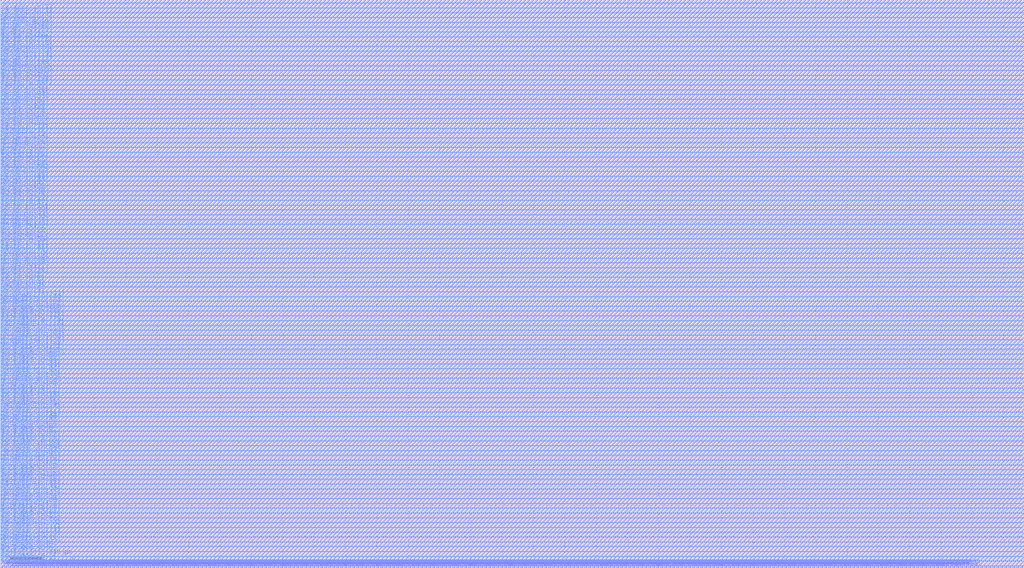
<source format=lef>
VERSION 5.7 ;
BUSBITCHARS "[]" ;
MACRO fakeram_512x256_1r1w
  FOREIGN fakeram_512x256_1r1w 0 0 ;
  SYMMETRY X Y R90 ;
  SIZE 163.234 BY 90.686 ;
  CLASS BLOCK ;
  PIN w0_wmask_in[0]
    DIRECTION INPUT ;
    USE SIGNAL ;
    SHAPE ABUTMENT ;
    PORT
      LAYER M4 ;
      RECT 0.000 0.276 0.072 0.300 ;
    END
  END w0_wmask_in[0]
  PIN w0_wmask_in[1]
    DIRECTION INPUT ;
    USE SIGNAL ;
    SHAPE ABUTMENT ;
    PORT
      LAYER M4 ;
      RECT 0.000 0.612 0.072 0.636 ;
    END
  END w0_wmask_in[1]
  PIN w0_wmask_in[2]
    DIRECTION INPUT ;
    USE SIGNAL ;
    SHAPE ABUTMENT ;
    PORT
      LAYER M4 ;
      RECT 0.000 0.948 0.072 0.972 ;
    END
  END w0_wmask_in[2]
  PIN w0_wmask_in[3]
    DIRECTION INPUT ;
    USE SIGNAL ;
    SHAPE ABUTMENT ;
    PORT
      LAYER M4 ;
      RECT 0.000 1.284 0.072 1.308 ;
    END
  END w0_wmask_in[3]
  PIN w0_wmask_in[4]
    DIRECTION INPUT ;
    USE SIGNAL ;
    SHAPE ABUTMENT ;
    PORT
      LAYER M4 ;
      RECT 0.000 1.620 0.072 1.644 ;
    END
  END w0_wmask_in[4]
  PIN w0_wmask_in[5]
    DIRECTION INPUT ;
    USE SIGNAL ;
    SHAPE ABUTMENT ;
    PORT
      LAYER M4 ;
      RECT 0.000 1.956 0.072 1.980 ;
    END
  END w0_wmask_in[5]
  PIN w0_wmask_in[6]
    DIRECTION INPUT ;
    USE SIGNAL ;
    SHAPE ABUTMENT ;
    PORT
      LAYER M4 ;
      RECT 0.000 2.292 0.072 2.316 ;
    END
  END w0_wmask_in[6]
  PIN w0_wmask_in[7]
    DIRECTION INPUT ;
    USE SIGNAL ;
    SHAPE ABUTMENT ;
    PORT
      LAYER M4 ;
      RECT 0.000 2.628 0.072 2.652 ;
    END
  END w0_wmask_in[7]
  PIN w0_wmask_in[8]
    DIRECTION INPUT ;
    USE SIGNAL ;
    SHAPE ABUTMENT ;
    PORT
      LAYER M4 ;
      RECT 0.000 2.964 0.072 2.988 ;
    END
  END w0_wmask_in[8]
  PIN w0_wmask_in[9]
    DIRECTION INPUT ;
    USE SIGNAL ;
    SHAPE ABUTMENT ;
    PORT
      LAYER M4 ;
      RECT 0.000 3.300 0.072 3.324 ;
    END
  END w0_wmask_in[9]
  PIN w0_wmask_in[10]
    DIRECTION INPUT ;
    USE SIGNAL ;
    SHAPE ABUTMENT ;
    PORT
      LAYER M4 ;
      RECT 0.000 3.636 0.072 3.660 ;
    END
  END w0_wmask_in[10]
  PIN w0_wmask_in[11]
    DIRECTION INPUT ;
    USE SIGNAL ;
    SHAPE ABUTMENT ;
    PORT
      LAYER M4 ;
      RECT 0.000 3.972 0.072 3.996 ;
    END
  END w0_wmask_in[11]
  PIN w0_wmask_in[12]
    DIRECTION INPUT ;
    USE SIGNAL ;
    SHAPE ABUTMENT ;
    PORT
      LAYER M4 ;
      RECT 0.000 4.308 0.072 4.332 ;
    END
  END w0_wmask_in[12]
  PIN w0_wmask_in[13]
    DIRECTION INPUT ;
    USE SIGNAL ;
    SHAPE ABUTMENT ;
    PORT
      LAYER M4 ;
      RECT 0.000 4.644 0.072 4.668 ;
    END
  END w0_wmask_in[13]
  PIN w0_wmask_in[14]
    DIRECTION INPUT ;
    USE SIGNAL ;
    SHAPE ABUTMENT ;
    PORT
      LAYER M4 ;
      RECT 0.000 4.980 0.072 5.004 ;
    END
  END w0_wmask_in[14]
  PIN w0_wmask_in[15]
    DIRECTION INPUT ;
    USE SIGNAL ;
    SHAPE ABUTMENT ;
    PORT
      LAYER M4 ;
      RECT 0.000 5.316 0.072 5.340 ;
    END
  END w0_wmask_in[15]
  PIN w0_wmask_in[16]
    DIRECTION INPUT ;
    USE SIGNAL ;
    SHAPE ABUTMENT ;
    PORT
      LAYER M4 ;
      RECT 0.000 5.652 0.072 5.676 ;
    END
  END w0_wmask_in[16]
  PIN w0_wmask_in[17]
    DIRECTION INPUT ;
    USE SIGNAL ;
    SHAPE ABUTMENT ;
    PORT
      LAYER M4 ;
      RECT 0.000 5.988 0.072 6.012 ;
    END
  END w0_wmask_in[17]
  PIN w0_wmask_in[18]
    DIRECTION INPUT ;
    USE SIGNAL ;
    SHAPE ABUTMENT ;
    PORT
      LAYER M4 ;
      RECT 0.000 6.324 0.072 6.348 ;
    END
  END w0_wmask_in[18]
  PIN w0_wmask_in[19]
    DIRECTION INPUT ;
    USE SIGNAL ;
    SHAPE ABUTMENT ;
    PORT
      LAYER M4 ;
      RECT 0.000 6.660 0.072 6.684 ;
    END
  END w0_wmask_in[19]
  PIN w0_wmask_in[20]
    DIRECTION INPUT ;
    USE SIGNAL ;
    SHAPE ABUTMENT ;
    PORT
      LAYER M4 ;
      RECT 0.000 6.996 0.072 7.020 ;
    END
  END w0_wmask_in[20]
  PIN w0_wmask_in[21]
    DIRECTION INPUT ;
    USE SIGNAL ;
    SHAPE ABUTMENT ;
    PORT
      LAYER M4 ;
      RECT 0.000 7.332 0.072 7.356 ;
    END
  END w0_wmask_in[21]
  PIN w0_wmask_in[22]
    DIRECTION INPUT ;
    USE SIGNAL ;
    SHAPE ABUTMENT ;
    PORT
      LAYER M4 ;
      RECT 0.000 7.668 0.072 7.692 ;
    END
  END w0_wmask_in[22]
  PIN w0_wmask_in[23]
    DIRECTION INPUT ;
    USE SIGNAL ;
    SHAPE ABUTMENT ;
    PORT
      LAYER M4 ;
      RECT 0.000 8.004 0.072 8.028 ;
    END
  END w0_wmask_in[23]
  PIN w0_wmask_in[24]
    DIRECTION INPUT ;
    USE SIGNAL ;
    SHAPE ABUTMENT ;
    PORT
      LAYER M4 ;
      RECT 0.000 8.340 0.072 8.364 ;
    END
  END w0_wmask_in[24]
  PIN w0_wmask_in[25]
    DIRECTION INPUT ;
    USE SIGNAL ;
    SHAPE ABUTMENT ;
    PORT
      LAYER M4 ;
      RECT 0.000 8.676 0.072 8.700 ;
    END
  END w0_wmask_in[25]
  PIN w0_wmask_in[26]
    DIRECTION INPUT ;
    USE SIGNAL ;
    SHAPE ABUTMENT ;
    PORT
      LAYER M4 ;
      RECT 0.000 9.012 0.072 9.036 ;
    END
  END w0_wmask_in[26]
  PIN w0_wmask_in[27]
    DIRECTION INPUT ;
    USE SIGNAL ;
    SHAPE ABUTMENT ;
    PORT
      LAYER M4 ;
      RECT 0.000 9.348 0.072 9.372 ;
    END
  END w0_wmask_in[27]
  PIN w0_wmask_in[28]
    DIRECTION INPUT ;
    USE SIGNAL ;
    SHAPE ABUTMENT ;
    PORT
      LAYER M4 ;
      RECT 0.000 9.684 0.072 9.708 ;
    END
  END w0_wmask_in[28]
  PIN w0_wmask_in[29]
    DIRECTION INPUT ;
    USE SIGNAL ;
    SHAPE ABUTMENT ;
    PORT
      LAYER M4 ;
      RECT 0.000 10.020 0.072 10.044 ;
    END
  END w0_wmask_in[29]
  PIN w0_wmask_in[30]
    DIRECTION INPUT ;
    USE SIGNAL ;
    SHAPE ABUTMENT ;
    PORT
      LAYER M4 ;
      RECT 0.000 10.356 0.072 10.380 ;
    END
  END w0_wmask_in[30]
  PIN w0_wmask_in[31]
    DIRECTION INPUT ;
    USE SIGNAL ;
    SHAPE ABUTMENT ;
    PORT
      LAYER M4 ;
      RECT 0.000 10.692 0.072 10.716 ;
    END
  END w0_wmask_in[31]
  PIN w0_wmask_in[32]
    DIRECTION INPUT ;
    USE SIGNAL ;
    SHAPE ABUTMENT ;
    PORT
      LAYER M4 ;
      RECT 0.000 11.028 0.072 11.052 ;
    END
  END w0_wmask_in[32]
  PIN w0_wmask_in[33]
    DIRECTION INPUT ;
    USE SIGNAL ;
    SHAPE ABUTMENT ;
    PORT
      LAYER M4 ;
      RECT 0.000 11.364 0.072 11.388 ;
    END
  END w0_wmask_in[33]
  PIN w0_wmask_in[34]
    DIRECTION INPUT ;
    USE SIGNAL ;
    SHAPE ABUTMENT ;
    PORT
      LAYER M4 ;
      RECT 0.000 11.700 0.072 11.724 ;
    END
  END w0_wmask_in[34]
  PIN w0_wmask_in[35]
    DIRECTION INPUT ;
    USE SIGNAL ;
    SHAPE ABUTMENT ;
    PORT
      LAYER M4 ;
      RECT 0.000 12.036 0.072 12.060 ;
    END
  END w0_wmask_in[35]
  PIN w0_wmask_in[36]
    DIRECTION INPUT ;
    USE SIGNAL ;
    SHAPE ABUTMENT ;
    PORT
      LAYER M4 ;
      RECT 0.000 12.372 0.072 12.396 ;
    END
  END w0_wmask_in[36]
  PIN w0_wmask_in[37]
    DIRECTION INPUT ;
    USE SIGNAL ;
    SHAPE ABUTMENT ;
    PORT
      LAYER M4 ;
      RECT 0.000 12.708 0.072 12.732 ;
    END
  END w0_wmask_in[37]
  PIN w0_wmask_in[38]
    DIRECTION INPUT ;
    USE SIGNAL ;
    SHAPE ABUTMENT ;
    PORT
      LAYER M4 ;
      RECT 0.000 13.044 0.072 13.068 ;
    END
  END w0_wmask_in[38]
  PIN w0_wmask_in[39]
    DIRECTION INPUT ;
    USE SIGNAL ;
    SHAPE ABUTMENT ;
    PORT
      LAYER M4 ;
      RECT 0.000 13.380 0.072 13.404 ;
    END
  END w0_wmask_in[39]
  PIN w0_wmask_in[40]
    DIRECTION INPUT ;
    USE SIGNAL ;
    SHAPE ABUTMENT ;
    PORT
      LAYER M4 ;
      RECT 0.000 13.716 0.072 13.740 ;
    END
  END w0_wmask_in[40]
  PIN w0_wmask_in[41]
    DIRECTION INPUT ;
    USE SIGNAL ;
    SHAPE ABUTMENT ;
    PORT
      LAYER M4 ;
      RECT 0.000 14.052 0.072 14.076 ;
    END
  END w0_wmask_in[41]
  PIN w0_wmask_in[42]
    DIRECTION INPUT ;
    USE SIGNAL ;
    SHAPE ABUTMENT ;
    PORT
      LAYER M4 ;
      RECT 0.000 14.388 0.072 14.412 ;
    END
  END w0_wmask_in[42]
  PIN w0_wmask_in[43]
    DIRECTION INPUT ;
    USE SIGNAL ;
    SHAPE ABUTMENT ;
    PORT
      LAYER M4 ;
      RECT 0.000 14.724 0.072 14.748 ;
    END
  END w0_wmask_in[43]
  PIN w0_wmask_in[44]
    DIRECTION INPUT ;
    USE SIGNAL ;
    SHAPE ABUTMENT ;
    PORT
      LAYER M4 ;
      RECT 0.000 15.060 0.072 15.084 ;
    END
  END w0_wmask_in[44]
  PIN w0_wmask_in[45]
    DIRECTION INPUT ;
    USE SIGNAL ;
    SHAPE ABUTMENT ;
    PORT
      LAYER M4 ;
      RECT 0.000 15.396 0.072 15.420 ;
    END
  END w0_wmask_in[45]
  PIN w0_wmask_in[46]
    DIRECTION INPUT ;
    USE SIGNAL ;
    SHAPE ABUTMENT ;
    PORT
      LAYER M4 ;
      RECT 0.000 15.732 0.072 15.756 ;
    END
  END w0_wmask_in[46]
  PIN w0_wmask_in[47]
    DIRECTION INPUT ;
    USE SIGNAL ;
    SHAPE ABUTMENT ;
    PORT
      LAYER M4 ;
      RECT 0.000 16.068 0.072 16.092 ;
    END
  END w0_wmask_in[47]
  PIN w0_wmask_in[48]
    DIRECTION INPUT ;
    USE SIGNAL ;
    SHAPE ABUTMENT ;
    PORT
      LAYER M4 ;
      RECT 0.000 16.404 0.072 16.428 ;
    END
  END w0_wmask_in[48]
  PIN w0_wmask_in[49]
    DIRECTION INPUT ;
    USE SIGNAL ;
    SHAPE ABUTMENT ;
    PORT
      LAYER M4 ;
      RECT 0.000 16.740 0.072 16.764 ;
    END
  END w0_wmask_in[49]
  PIN w0_wmask_in[50]
    DIRECTION INPUT ;
    USE SIGNAL ;
    SHAPE ABUTMENT ;
    PORT
      LAYER M4 ;
      RECT 0.000 17.076 0.072 17.100 ;
    END
  END w0_wmask_in[50]
  PIN w0_wmask_in[51]
    DIRECTION INPUT ;
    USE SIGNAL ;
    SHAPE ABUTMENT ;
    PORT
      LAYER M4 ;
      RECT 0.000 17.412 0.072 17.436 ;
    END
  END w0_wmask_in[51]
  PIN w0_wmask_in[52]
    DIRECTION INPUT ;
    USE SIGNAL ;
    SHAPE ABUTMENT ;
    PORT
      LAYER M4 ;
      RECT 0.000 17.748 0.072 17.772 ;
    END
  END w0_wmask_in[52]
  PIN w0_wmask_in[53]
    DIRECTION INPUT ;
    USE SIGNAL ;
    SHAPE ABUTMENT ;
    PORT
      LAYER M4 ;
      RECT 0.000 18.084 0.072 18.108 ;
    END
  END w0_wmask_in[53]
  PIN w0_wmask_in[54]
    DIRECTION INPUT ;
    USE SIGNAL ;
    SHAPE ABUTMENT ;
    PORT
      LAYER M4 ;
      RECT 0.000 18.420 0.072 18.444 ;
    END
  END w0_wmask_in[54]
  PIN w0_wmask_in[55]
    DIRECTION INPUT ;
    USE SIGNAL ;
    SHAPE ABUTMENT ;
    PORT
      LAYER M4 ;
      RECT 0.000 18.756 0.072 18.780 ;
    END
  END w0_wmask_in[55]
  PIN w0_wmask_in[56]
    DIRECTION INPUT ;
    USE SIGNAL ;
    SHAPE ABUTMENT ;
    PORT
      LAYER M4 ;
      RECT 0.000 19.092 0.072 19.116 ;
    END
  END w0_wmask_in[56]
  PIN w0_wmask_in[57]
    DIRECTION INPUT ;
    USE SIGNAL ;
    SHAPE ABUTMENT ;
    PORT
      LAYER M4 ;
      RECT 0.000 19.428 0.072 19.452 ;
    END
  END w0_wmask_in[57]
  PIN w0_wmask_in[58]
    DIRECTION INPUT ;
    USE SIGNAL ;
    SHAPE ABUTMENT ;
    PORT
      LAYER M4 ;
      RECT 0.000 19.764 0.072 19.788 ;
    END
  END w0_wmask_in[58]
  PIN w0_wmask_in[59]
    DIRECTION INPUT ;
    USE SIGNAL ;
    SHAPE ABUTMENT ;
    PORT
      LAYER M4 ;
      RECT 0.000 20.100 0.072 20.124 ;
    END
  END w0_wmask_in[59]
  PIN w0_wmask_in[60]
    DIRECTION INPUT ;
    USE SIGNAL ;
    SHAPE ABUTMENT ;
    PORT
      LAYER M4 ;
      RECT 0.000 20.436 0.072 20.460 ;
    END
  END w0_wmask_in[60]
  PIN w0_wmask_in[61]
    DIRECTION INPUT ;
    USE SIGNAL ;
    SHAPE ABUTMENT ;
    PORT
      LAYER M4 ;
      RECT 0.000 20.772 0.072 20.796 ;
    END
  END w0_wmask_in[61]
  PIN w0_wmask_in[62]
    DIRECTION INPUT ;
    USE SIGNAL ;
    SHAPE ABUTMENT ;
    PORT
      LAYER M4 ;
      RECT 0.000 21.108 0.072 21.132 ;
    END
  END w0_wmask_in[62]
  PIN w0_wmask_in[63]
    DIRECTION INPUT ;
    USE SIGNAL ;
    SHAPE ABUTMENT ;
    PORT
      LAYER M4 ;
      RECT 0.000 21.444 0.072 21.468 ;
    END
  END w0_wmask_in[63]
  PIN w0_wmask_in[64]
    DIRECTION INPUT ;
    USE SIGNAL ;
    SHAPE ABUTMENT ;
    PORT
      LAYER M4 ;
      RECT 0.000 21.780 0.072 21.804 ;
    END
  END w0_wmask_in[64]
  PIN w0_wmask_in[65]
    DIRECTION INPUT ;
    USE SIGNAL ;
    SHAPE ABUTMENT ;
    PORT
      LAYER M4 ;
      RECT 0.000 22.116 0.072 22.140 ;
    END
  END w0_wmask_in[65]
  PIN w0_wmask_in[66]
    DIRECTION INPUT ;
    USE SIGNAL ;
    SHAPE ABUTMENT ;
    PORT
      LAYER M4 ;
      RECT 0.000 22.452 0.072 22.476 ;
    END
  END w0_wmask_in[66]
  PIN w0_wmask_in[67]
    DIRECTION INPUT ;
    USE SIGNAL ;
    SHAPE ABUTMENT ;
    PORT
      LAYER M4 ;
      RECT 0.000 22.788 0.072 22.812 ;
    END
  END w0_wmask_in[67]
  PIN w0_wmask_in[68]
    DIRECTION INPUT ;
    USE SIGNAL ;
    SHAPE ABUTMENT ;
    PORT
      LAYER M4 ;
      RECT 0.000 23.124 0.072 23.148 ;
    END
  END w0_wmask_in[68]
  PIN w0_wmask_in[69]
    DIRECTION INPUT ;
    USE SIGNAL ;
    SHAPE ABUTMENT ;
    PORT
      LAYER M4 ;
      RECT 0.000 23.460 0.072 23.484 ;
    END
  END w0_wmask_in[69]
  PIN w0_wmask_in[70]
    DIRECTION INPUT ;
    USE SIGNAL ;
    SHAPE ABUTMENT ;
    PORT
      LAYER M4 ;
      RECT 0.000 23.796 0.072 23.820 ;
    END
  END w0_wmask_in[70]
  PIN w0_wmask_in[71]
    DIRECTION INPUT ;
    USE SIGNAL ;
    SHAPE ABUTMENT ;
    PORT
      LAYER M4 ;
      RECT 0.000 24.132 0.072 24.156 ;
    END
  END w0_wmask_in[71]
  PIN w0_wmask_in[72]
    DIRECTION INPUT ;
    USE SIGNAL ;
    SHAPE ABUTMENT ;
    PORT
      LAYER M4 ;
      RECT 0.000 24.468 0.072 24.492 ;
    END
  END w0_wmask_in[72]
  PIN w0_wmask_in[73]
    DIRECTION INPUT ;
    USE SIGNAL ;
    SHAPE ABUTMENT ;
    PORT
      LAYER M4 ;
      RECT 0.000 24.804 0.072 24.828 ;
    END
  END w0_wmask_in[73]
  PIN w0_wmask_in[74]
    DIRECTION INPUT ;
    USE SIGNAL ;
    SHAPE ABUTMENT ;
    PORT
      LAYER M4 ;
      RECT 0.000 25.140 0.072 25.164 ;
    END
  END w0_wmask_in[74]
  PIN w0_wmask_in[75]
    DIRECTION INPUT ;
    USE SIGNAL ;
    SHAPE ABUTMENT ;
    PORT
      LAYER M4 ;
      RECT 0.000 25.476 0.072 25.500 ;
    END
  END w0_wmask_in[75]
  PIN w0_wmask_in[76]
    DIRECTION INPUT ;
    USE SIGNAL ;
    SHAPE ABUTMENT ;
    PORT
      LAYER M4 ;
      RECT 0.000 25.812 0.072 25.836 ;
    END
  END w0_wmask_in[76]
  PIN w0_wmask_in[77]
    DIRECTION INPUT ;
    USE SIGNAL ;
    SHAPE ABUTMENT ;
    PORT
      LAYER M4 ;
      RECT 0.000 26.148 0.072 26.172 ;
    END
  END w0_wmask_in[77]
  PIN w0_wmask_in[78]
    DIRECTION INPUT ;
    USE SIGNAL ;
    SHAPE ABUTMENT ;
    PORT
      LAYER M4 ;
      RECT 0.000 26.484 0.072 26.508 ;
    END
  END w0_wmask_in[78]
  PIN w0_wmask_in[79]
    DIRECTION INPUT ;
    USE SIGNAL ;
    SHAPE ABUTMENT ;
    PORT
      LAYER M4 ;
      RECT 0.000 26.820 0.072 26.844 ;
    END
  END w0_wmask_in[79]
  PIN w0_wmask_in[80]
    DIRECTION INPUT ;
    USE SIGNAL ;
    SHAPE ABUTMENT ;
    PORT
      LAYER M4 ;
      RECT 0.000 27.156 0.072 27.180 ;
    END
  END w0_wmask_in[80]
  PIN w0_wmask_in[81]
    DIRECTION INPUT ;
    USE SIGNAL ;
    SHAPE ABUTMENT ;
    PORT
      LAYER M4 ;
      RECT 0.000 27.492 0.072 27.516 ;
    END
  END w0_wmask_in[81]
  PIN w0_wmask_in[82]
    DIRECTION INPUT ;
    USE SIGNAL ;
    SHAPE ABUTMENT ;
    PORT
      LAYER M4 ;
      RECT 0.000 27.828 0.072 27.852 ;
    END
  END w0_wmask_in[82]
  PIN w0_wmask_in[83]
    DIRECTION INPUT ;
    USE SIGNAL ;
    SHAPE ABUTMENT ;
    PORT
      LAYER M4 ;
      RECT 0.000 28.164 0.072 28.188 ;
    END
  END w0_wmask_in[83]
  PIN w0_wmask_in[84]
    DIRECTION INPUT ;
    USE SIGNAL ;
    SHAPE ABUTMENT ;
    PORT
      LAYER M4 ;
      RECT 0.000 28.500 0.072 28.524 ;
    END
  END w0_wmask_in[84]
  PIN w0_wmask_in[85]
    DIRECTION INPUT ;
    USE SIGNAL ;
    SHAPE ABUTMENT ;
    PORT
      LAYER M4 ;
      RECT 0.000 28.836 0.072 28.860 ;
    END
  END w0_wmask_in[85]
  PIN w0_wmask_in[86]
    DIRECTION INPUT ;
    USE SIGNAL ;
    SHAPE ABUTMENT ;
    PORT
      LAYER M4 ;
      RECT 0.000 29.172 0.072 29.196 ;
    END
  END w0_wmask_in[86]
  PIN w0_wmask_in[87]
    DIRECTION INPUT ;
    USE SIGNAL ;
    SHAPE ABUTMENT ;
    PORT
      LAYER M4 ;
      RECT 0.000 29.508 0.072 29.532 ;
    END
  END w0_wmask_in[87]
  PIN w0_wmask_in[88]
    DIRECTION INPUT ;
    USE SIGNAL ;
    SHAPE ABUTMENT ;
    PORT
      LAYER M4 ;
      RECT 0.000 29.844 0.072 29.868 ;
    END
  END w0_wmask_in[88]
  PIN w0_wmask_in[89]
    DIRECTION INPUT ;
    USE SIGNAL ;
    SHAPE ABUTMENT ;
    PORT
      LAYER M4 ;
      RECT 0.000 30.180 0.072 30.204 ;
    END
  END w0_wmask_in[89]
  PIN w0_wmask_in[90]
    DIRECTION INPUT ;
    USE SIGNAL ;
    SHAPE ABUTMENT ;
    PORT
      LAYER M4 ;
      RECT 0.000 30.516 0.072 30.540 ;
    END
  END w0_wmask_in[90]
  PIN w0_wmask_in[91]
    DIRECTION INPUT ;
    USE SIGNAL ;
    SHAPE ABUTMENT ;
    PORT
      LAYER M4 ;
      RECT 0.000 30.852 0.072 30.876 ;
    END
  END w0_wmask_in[91]
  PIN w0_wmask_in[92]
    DIRECTION INPUT ;
    USE SIGNAL ;
    SHAPE ABUTMENT ;
    PORT
      LAYER M4 ;
      RECT 0.000 31.188 0.072 31.212 ;
    END
  END w0_wmask_in[92]
  PIN w0_wmask_in[93]
    DIRECTION INPUT ;
    USE SIGNAL ;
    SHAPE ABUTMENT ;
    PORT
      LAYER M4 ;
      RECT 0.000 31.524 0.072 31.548 ;
    END
  END w0_wmask_in[93]
  PIN w0_wmask_in[94]
    DIRECTION INPUT ;
    USE SIGNAL ;
    SHAPE ABUTMENT ;
    PORT
      LAYER M4 ;
      RECT 0.000 31.860 0.072 31.884 ;
    END
  END w0_wmask_in[94]
  PIN w0_wmask_in[95]
    DIRECTION INPUT ;
    USE SIGNAL ;
    SHAPE ABUTMENT ;
    PORT
      LAYER M4 ;
      RECT 0.000 32.196 0.072 32.220 ;
    END
  END w0_wmask_in[95]
  PIN w0_wmask_in[96]
    DIRECTION INPUT ;
    USE SIGNAL ;
    SHAPE ABUTMENT ;
    PORT
      LAYER M4 ;
      RECT 0.000 32.532 0.072 32.556 ;
    END
  END w0_wmask_in[96]
  PIN w0_wmask_in[97]
    DIRECTION INPUT ;
    USE SIGNAL ;
    SHAPE ABUTMENT ;
    PORT
      LAYER M4 ;
      RECT 0.000 32.868 0.072 32.892 ;
    END
  END w0_wmask_in[97]
  PIN w0_wmask_in[98]
    DIRECTION INPUT ;
    USE SIGNAL ;
    SHAPE ABUTMENT ;
    PORT
      LAYER M4 ;
      RECT 0.000 33.204 0.072 33.228 ;
    END
  END w0_wmask_in[98]
  PIN w0_wmask_in[99]
    DIRECTION INPUT ;
    USE SIGNAL ;
    SHAPE ABUTMENT ;
    PORT
      LAYER M4 ;
      RECT 0.000 33.540 0.072 33.564 ;
    END
  END w0_wmask_in[99]
  PIN w0_wmask_in[100]
    DIRECTION INPUT ;
    USE SIGNAL ;
    SHAPE ABUTMENT ;
    PORT
      LAYER M4 ;
      RECT 0.000 33.876 0.072 33.900 ;
    END
  END w0_wmask_in[100]
  PIN w0_wmask_in[101]
    DIRECTION INPUT ;
    USE SIGNAL ;
    SHAPE ABUTMENT ;
    PORT
      LAYER M4 ;
      RECT 0.000 34.212 0.072 34.236 ;
    END
  END w0_wmask_in[101]
  PIN w0_wmask_in[102]
    DIRECTION INPUT ;
    USE SIGNAL ;
    SHAPE ABUTMENT ;
    PORT
      LAYER M4 ;
      RECT 0.000 34.548 0.072 34.572 ;
    END
  END w0_wmask_in[102]
  PIN w0_wmask_in[103]
    DIRECTION INPUT ;
    USE SIGNAL ;
    SHAPE ABUTMENT ;
    PORT
      LAYER M4 ;
      RECT 0.000 34.884 0.072 34.908 ;
    END
  END w0_wmask_in[103]
  PIN w0_wmask_in[104]
    DIRECTION INPUT ;
    USE SIGNAL ;
    SHAPE ABUTMENT ;
    PORT
      LAYER M4 ;
      RECT 0.000 35.220 0.072 35.244 ;
    END
  END w0_wmask_in[104]
  PIN w0_wmask_in[105]
    DIRECTION INPUT ;
    USE SIGNAL ;
    SHAPE ABUTMENT ;
    PORT
      LAYER M4 ;
      RECT 0.000 35.556 0.072 35.580 ;
    END
  END w0_wmask_in[105]
  PIN w0_wmask_in[106]
    DIRECTION INPUT ;
    USE SIGNAL ;
    SHAPE ABUTMENT ;
    PORT
      LAYER M4 ;
      RECT 0.000 35.892 0.072 35.916 ;
    END
  END w0_wmask_in[106]
  PIN w0_wmask_in[107]
    DIRECTION INPUT ;
    USE SIGNAL ;
    SHAPE ABUTMENT ;
    PORT
      LAYER M4 ;
      RECT 0.000 36.228 0.072 36.252 ;
    END
  END w0_wmask_in[107]
  PIN w0_wmask_in[108]
    DIRECTION INPUT ;
    USE SIGNAL ;
    SHAPE ABUTMENT ;
    PORT
      LAYER M4 ;
      RECT 0.000 36.564 0.072 36.588 ;
    END
  END w0_wmask_in[108]
  PIN w0_wmask_in[109]
    DIRECTION INPUT ;
    USE SIGNAL ;
    SHAPE ABUTMENT ;
    PORT
      LAYER M4 ;
      RECT 0.000 36.900 0.072 36.924 ;
    END
  END w0_wmask_in[109]
  PIN w0_wmask_in[110]
    DIRECTION INPUT ;
    USE SIGNAL ;
    SHAPE ABUTMENT ;
    PORT
      LAYER M4 ;
      RECT 0.000 37.236 0.072 37.260 ;
    END
  END w0_wmask_in[110]
  PIN w0_wmask_in[111]
    DIRECTION INPUT ;
    USE SIGNAL ;
    SHAPE ABUTMENT ;
    PORT
      LAYER M4 ;
      RECT 0.000 37.572 0.072 37.596 ;
    END
  END w0_wmask_in[111]
  PIN w0_wmask_in[112]
    DIRECTION INPUT ;
    USE SIGNAL ;
    SHAPE ABUTMENT ;
    PORT
      LAYER M4 ;
      RECT 0.000 37.908 0.072 37.932 ;
    END
  END w0_wmask_in[112]
  PIN w0_wmask_in[113]
    DIRECTION INPUT ;
    USE SIGNAL ;
    SHAPE ABUTMENT ;
    PORT
      LAYER M4 ;
      RECT 0.000 38.244 0.072 38.268 ;
    END
  END w0_wmask_in[113]
  PIN w0_wmask_in[114]
    DIRECTION INPUT ;
    USE SIGNAL ;
    SHAPE ABUTMENT ;
    PORT
      LAYER M4 ;
      RECT 0.000 38.580 0.072 38.604 ;
    END
  END w0_wmask_in[114]
  PIN w0_wmask_in[115]
    DIRECTION INPUT ;
    USE SIGNAL ;
    SHAPE ABUTMENT ;
    PORT
      LAYER M4 ;
      RECT 0.000 38.916 0.072 38.940 ;
    END
  END w0_wmask_in[115]
  PIN w0_wmask_in[116]
    DIRECTION INPUT ;
    USE SIGNAL ;
    SHAPE ABUTMENT ;
    PORT
      LAYER M4 ;
      RECT 0.000 39.252 0.072 39.276 ;
    END
  END w0_wmask_in[116]
  PIN w0_wmask_in[117]
    DIRECTION INPUT ;
    USE SIGNAL ;
    SHAPE ABUTMENT ;
    PORT
      LAYER M4 ;
      RECT 0.000 39.588 0.072 39.612 ;
    END
  END w0_wmask_in[117]
  PIN w0_wmask_in[118]
    DIRECTION INPUT ;
    USE SIGNAL ;
    SHAPE ABUTMENT ;
    PORT
      LAYER M4 ;
      RECT 0.000 39.924 0.072 39.948 ;
    END
  END w0_wmask_in[118]
  PIN w0_wmask_in[119]
    DIRECTION INPUT ;
    USE SIGNAL ;
    SHAPE ABUTMENT ;
    PORT
      LAYER M4 ;
      RECT 0.000 40.260 0.072 40.284 ;
    END
  END w0_wmask_in[119]
  PIN w0_wmask_in[120]
    DIRECTION INPUT ;
    USE SIGNAL ;
    SHAPE ABUTMENT ;
    PORT
      LAYER M4 ;
      RECT 0.000 40.596 0.072 40.620 ;
    END
  END w0_wmask_in[120]
  PIN w0_wmask_in[121]
    DIRECTION INPUT ;
    USE SIGNAL ;
    SHAPE ABUTMENT ;
    PORT
      LAYER M4 ;
      RECT 0.000 40.932 0.072 40.956 ;
    END
  END w0_wmask_in[121]
  PIN w0_wmask_in[122]
    DIRECTION INPUT ;
    USE SIGNAL ;
    SHAPE ABUTMENT ;
    PORT
      LAYER M4 ;
      RECT 0.000 41.268 0.072 41.292 ;
    END
  END w0_wmask_in[122]
  PIN w0_wmask_in[123]
    DIRECTION INPUT ;
    USE SIGNAL ;
    SHAPE ABUTMENT ;
    PORT
      LAYER M4 ;
      RECT 0.000 41.604 0.072 41.628 ;
    END
  END w0_wmask_in[123]
  PIN w0_wmask_in[124]
    DIRECTION INPUT ;
    USE SIGNAL ;
    SHAPE ABUTMENT ;
    PORT
      LAYER M4 ;
      RECT 0.000 41.940 0.072 41.964 ;
    END
  END w0_wmask_in[124]
  PIN w0_wmask_in[125]
    DIRECTION INPUT ;
    USE SIGNAL ;
    SHAPE ABUTMENT ;
    PORT
      LAYER M4 ;
      RECT 0.000 42.276 0.072 42.300 ;
    END
  END w0_wmask_in[125]
  PIN w0_wmask_in[126]
    DIRECTION INPUT ;
    USE SIGNAL ;
    SHAPE ABUTMENT ;
    PORT
      LAYER M4 ;
      RECT 0.000 42.612 0.072 42.636 ;
    END
  END w0_wmask_in[126]
  PIN w0_wmask_in[127]
    DIRECTION INPUT ;
    USE SIGNAL ;
    SHAPE ABUTMENT ;
    PORT
      LAYER M4 ;
      RECT 0.000 42.948 0.072 42.972 ;
    END
  END w0_wmask_in[127]
  PIN w0_wmask_in[128]
    DIRECTION INPUT ;
    USE SIGNAL ;
    SHAPE ABUTMENT ;
    PORT
      LAYER M4 ;
      RECT 163.162 0.276 163.234 0.300 ;
    END
  END w0_wmask_in[128]
  PIN w0_wmask_in[129]
    DIRECTION INPUT ;
    USE SIGNAL ;
    SHAPE ABUTMENT ;
    PORT
      LAYER M4 ;
      RECT 163.162 0.612 163.234 0.636 ;
    END
  END w0_wmask_in[129]
  PIN w0_wmask_in[130]
    DIRECTION INPUT ;
    USE SIGNAL ;
    SHAPE ABUTMENT ;
    PORT
      LAYER M4 ;
      RECT 163.162 0.948 163.234 0.972 ;
    END
  END w0_wmask_in[130]
  PIN w0_wmask_in[131]
    DIRECTION INPUT ;
    USE SIGNAL ;
    SHAPE ABUTMENT ;
    PORT
      LAYER M4 ;
      RECT 163.162 1.284 163.234 1.308 ;
    END
  END w0_wmask_in[131]
  PIN w0_wmask_in[132]
    DIRECTION INPUT ;
    USE SIGNAL ;
    SHAPE ABUTMENT ;
    PORT
      LAYER M4 ;
      RECT 163.162 1.620 163.234 1.644 ;
    END
  END w0_wmask_in[132]
  PIN w0_wmask_in[133]
    DIRECTION INPUT ;
    USE SIGNAL ;
    SHAPE ABUTMENT ;
    PORT
      LAYER M4 ;
      RECT 163.162 1.956 163.234 1.980 ;
    END
  END w0_wmask_in[133]
  PIN w0_wmask_in[134]
    DIRECTION INPUT ;
    USE SIGNAL ;
    SHAPE ABUTMENT ;
    PORT
      LAYER M4 ;
      RECT 163.162 2.292 163.234 2.316 ;
    END
  END w0_wmask_in[134]
  PIN w0_wmask_in[135]
    DIRECTION INPUT ;
    USE SIGNAL ;
    SHAPE ABUTMENT ;
    PORT
      LAYER M4 ;
      RECT 163.162 2.628 163.234 2.652 ;
    END
  END w0_wmask_in[135]
  PIN w0_wmask_in[136]
    DIRECTION INPUT ;
    USE SIGNAL ;
    SHAPE ABUTMENT ;
    PORT
      LAYER M4 ;
      RECT 163.162 2.964 163.234 2.988 ;
    END
  END w0_wmask_in[136]
  PIN w0_wmask_in[137]
    DIRECTION INPUT ;
    USE SIGNAL ;
    SHAPE ABUTMENT ;
    PORT
      LAYER M4 ;
      RECT 163.162 3.300 163.234 3.324 ;
    END
  END w0_wmask_in[137]
  PIN w0_wmask_in[138]
    DIRECTION INPUT ;
    USE SIGNAL ;
    SHAPE ABUTMENT ;
    PORT
      LAYER M4 ;
      RECT 163.162 3.636 163.234 3.660 ;
    END
  END w0_wmask_in[138]
  PIN w0_wmask_in[139]
    DIRECTION INPUT ;
    USE SIGNAL ;
    SHAPE ABUTMENT ;
    PORT
      LAYER M4 ;
      RECT 163.162 3.972 163.234 3.996 ;
    END
  END w0_wmask_in[139]
  PIN w0_wmask_in[140]
    DIRECTION INPUT ;
    USE SIGNAL ;
    SHAPE ABUTMENT ;
    PORT
      LAYER M4 ;
      RECT 163.162 4.308 163.234 4.332 ;
    END
  END w0_wmask_in[140]
  PIN w0_wmask_in[141]
    DIRECTION INPUT ;
    USE SIGNAL ;
    SHAPE ABUTMENT ;
    PORT
      LAYER M4 ;
      RECT 163.162 4.644 163.234 4.668 ;
    END
  END w0_wmask_in[141]
  PIN w0_wmask_in[142]
    DIRECTION INPUT ;
    USE SIGNAL ;
    SHAPE ABUTMENT ;
    PORT
      LAYER M4 ;
      RECT 163.162 4.980 163.234 5.004 ;
    END
  END w0_wmask_in[142]
  PIN w0_wmask_in[143]
    DIRECTION INPUT ;
    USE SIGNAL ;
    SHAPE ABUTMENT ;
    PORT
      LAYER M4 ;
      RECT 163.162 5.316 163.234 5.340 ;
    END
  END w0_wmask_in[143]
  PIN w0_wmask_in[144]
    DIRECTION INPUT ;
    USE SIGNAL ;
    SHAPE ABUTMENT ;
    PORT
      LAYER M4 ;
      RECT 163.162 5.652 163.234 5.676 ;
    END
  END w0_wmask_in[144]
  PIN w0_wmask_in[145]
    DIRECTION INPUT ;
    USE SIGNAL ;
    SHAPE ABUTMENT ;
    PORT
      LAYER M4 ;
      RECT 163.162 5.988 163.234 6.012 ;
    END
  END w0_wmask_in[145]
  PIN w0_wmask_in[146]
    DIRECTION INPUT ;
    USE SIGNAL ;
    SHAPE ABUTMENT ;
    PORT
      LAYER M4 ;
      RECT 163.162 6.324 163.234 6.348 ;
    END
  END w0_wmask_in[146]
  PIN w0_wmask_in[147]
    DIRECTION INPUT ;
    USE SIGNAL ;
    SHAPE ABUTMENT ;
    PORT
      LAYER M4 ;
      RECT 163.162 6.660 163.234 6.684 ;
    END
  END w0_wmask_in[147]
  PIN w0_wmask_in[148]
    DIRECTION INPUT ;
    USE SIGNAL ;
    SHAPE ABUTMENT ;
    PORT
      LAYER M4 ;
      RECT 163.162 6.996 163.234 7.020 ;
    END
  END w0_wmask_in[148]
  PIN w0_wmask_in[149]
    DIRECTION INPUT ;
    USE SIGNAL ;
    SHAPE ABUTMENT ;
    PORT
      LAYER M4 ;
      RECT 163.162 7.332 163.234 7.356 ;
    END
  END w0_wmask_in[149]
  PIN w0_wmask_in[150]
    DIRECTION INPUT ;
    USE SIGNAL ;
    SHAPE ABUTMENT ;
    PORT
      LAYER M4 ;
      RECT 163.162 7.668 163.234 7.692 ;
    END
  END w0_wmask_in[150]
  PIN w0_wmask_in[151]
    DIRECTION INPUT ;
    USE SIGNAL ;
    SHAPE ABUTMENT ;
    PORT
      LAYER M4 ;
      RECT 163.162 8.004 163.234 8.028 ;
    END
  END w0_wmask_in[151]
  PIN w0_wmask_in[152]
    DIRECTION INPUT ;
    USE SIGNAL ;
    SHAPE ABUTMENT ;
    PORT
      LAYER M4 ;
      RECT 163.162 8.340 163.234 8.364 ;
    END
  END w0_wmask_in[152]
  PIN w0_wmask_in[153]
    DIRECTION INPUT ;
    USE SIGNAL ;
    SHAPE ABUTMENT ;
    PORT
      LAYER M4 ;
      RECT 163.162 8.676 163.234 8.700 ;
    END
  END w0_wmask_in[153]
  PIN w0_wmask_in[154]
    DIRECTION INPUT ;
    USE SIGNAL ;
    SHAPE ABUTMENT ;
    PORT
      LAYER M4 ;
      RECT 163.162 9.012 163.234 9.036 ;
    END
  END w0_wmask_in[154]
  PIN w0_wmask_in[155]
    DIRECTION INPUT ;
    USE SIGNAL ;
    SHAPE ABUTMENT ;
    PORT
      LAYER M4 ;
      RECT 163.162 9.348 163.234 9.372 ;
    END
  END w0_wmask_in[155]
  PIN w0_wmask_in[156]
    DIRECTION INPUT ;
    USE SIGNAL ;
    SHAPE ABUTMENT ;
    PORT
      LAYER M4 ;
      RECT 163.162 9.684 163.234 9.708 ;
    END
  END w0_wmask_in[156]
  PIN w0_wmask_in[157]
    DIRECTION INPUT ;
    USE SIGNAL ;
    SHAPE ABUTMENT ;
    PORT
      LAYER M4 ;
      RECT 163.162 10.020 163.234 10.044 ;
    END
  END w0_wmask_in[157]
  PIN w0_wmask_in[158]
    DIRECTION INPUT ;
    USE SIGNAL ;
    SHAPE ABUTMENT ;
    PORT
      LAYER M4 ;
      RECT 163.162 10.356 163.234 10.380 ;
    END
  END w0_wmask_in[158]
  PIN w0_wmask_in[159]
    DIRECTION INPUT ;
    USE SIGNAL ;
    SHAPE ABUTMENT ;
    PORT
      LAYER M4 ;
      RECT 163.162 10.692 163.234 10.716 ;
    END
  END w0_wmask_in[159]
  PIN w0_wmask_in[160]
    DIRECTION INPUT ;
    USE SIGNAL ;
    SHAPE ABUTMENT ;
    PORT
      LAYER M4 ;
      RECT 163.162 11.028 163.234 11.052 ;
    END
  END w0_wmask_in[160]
  PIN w0_wmask_in[161]
    DIRECTION INPUT ;
    USE SIGNAL ;
    SHAPE ABUTMENT ;
    PORT
      LAYER M4 ;
      RECT 163.162 11.364 163.234 11.388 ;
    END
  END w0_wmask_in[161]
  PIN w0_wmask_in[162]
    DIRECTION INPUT ;
    USE SIGNAL ;
    SHAPE ABUTMENT ;
    PORT
      LAYER M4 ;
      RECT 163.162 11.700 163.234 11.724 ;
    END
  END w0_wmask_in[162]
  PIN w0_wmask_in[163]
    DIRECTION INPUT ;
    USE SIGNAL ;
    SHAPE ABUTMENT ;
    PORT
      LAYER M4 ;
      RECT 163.162 12.036 163.234 12.060 ;
    END
  END w0_wmask_in[163]
  PIN w0_wmask_in[164]
    DIRECTION INPUT ;
    USE SIGNAL ;
    SHAPE ABUTMENT ;
    PORT
      LAYER M4 ;
      RECT 163.162 12.372 163.234 12.396 ;
    END
  END w0_wmask_in[164]
  PIN w0_wmask_in[165]
    DIRECTION INPUT ;
    USE SIGNAL ;
    SHAPE ABUTMENT ;
    PORT
      LAYER M4 ;
      RECT 163.162 12.708 163.234 12.732 ;
    END
  END w0_wmask_in[165]
  PIN w0_wmask_in[166]
    DIRECTION INPUT ;
    USE SIGNAL ;
    SHAPE ABUTMENT ;
    PORT
      LAYER M4 ;
      RECT 163.162 13.044 163.234 13.068 ;
    END
  END w0_wmask_in[166]
  PIN w0_wmask_in[167]
    DIRECTION INPUT ;
    USE SIGNAL ;
    SHAPE ABUTMENT ;
    PORT
      LAYER M4 ;
      RECT 163.162 13.380 163.234 13.404 ;
    END
  END w0_wmask_in[167]
  PIN w0_wmask_in[168]
    DIRECTION INPUT ;
    USE SIGNAL ;
    SHAPE ABUTMENT ;
    PORT
      LAYER M4 ;
      RECT 163.162 13.716 163.234 13.740 ;
    END
  END w0_wmask_in[168]
  PIN w0_wmask_in[169]
    DIRECTION INPUT ;
    USE SIGNAL ;
    SHAPE ABUTMENT ;
    PORT
      LAYER M4 ;
      RECT 163.162 14.052 163.234 14.076 ;
    END
  END w0_wmask_in[169]
  PIN w0_wmask_in[170]
    DIRECTION INPUT ;
    USE SIGNAL ;
    SHAPE ABUTMENT ;
    PORT
      LAYER M4 ;
      RECT 163.162 14.388 163.234 14.412 ;
    END
  END w0_wmask_in[170]
  PIN w0_wmask_in[171]
    DIRECTION INPUT ;
    USE SIGNAL ;
    SHAPE ABUTMENT ;
    PORT
      LAYER M4 ;
      RECT 163.162 14.724 163.234 14.748 ;
    END
  END w0_wmask_in[171]
  PIN w0_wmask_in[172]
    DIRECTION INPUT ;
    USE SIGNAL ;
    SHAPE ABUTMENT ;
    PORT
      LAYER M4 ;
      RECT 163.162 15.060 163.234 15.084 ;
    END
  END w0_wmask_in[172]
  PIN w0_wmask_in[173]
    DIRECTION INPUT ;
    USE SIGNAL ;
    SHAPE ABUTMENT ;
    PORT
      LAYER M4 ;
      RECT 163.162 15.396 163.234 15.420 ;
    END
  END w0_wmask_in[173]
  PIN w0_wmask_in[174]
    DIRECTION INPUT ;
    USE SIGNAL ;
    SHAPE ABUTMENT ;
    PORT
      LAYER M4 ;
      RECT 163.162 15.732 163.234 15.756 ;
    END
  END w0_wmask_in[174]
  PIN w0_wmask_in[175]
    DIRECTION INPUT ;
    USE SIGNAL ;
    SHAPE ABUTMENT ;
    PORT
      LAYER M4 ;
      RECT 163.162 16.068 163.234 16.092 ;
    END
  END w0_wmask_in[175]
  PIN w0_wmask_in[176]
    DIRECTION INPUT ;
    USE SIGNAL ;
    SHAPE ABUTMENT ;
    PORT
      LAYER M4 ;
      RECT 163.162 16.404 163.234 16.428 ;
    END
  END w0_wmask_in[176]
  PIN w0_wmask_in[177]
    DIRECTION INPUT ;
    USE SIGNAL ;
    SHAPE ABUTMENT ;
    PORT
      LAYER M4 ;
      RECT 163.162 16.740 163.234 16.764 ;
    END
  END w0_wmask_in[177]
  PIN w0_wmask_in[178]
    DIRECTION INPUT ;
    USE SIGNAL ;
    SHAPE ABUTMENT ;
    PORT
      LAYER M4 ;
      RECT 163.162 17.076 163.234 17.100 ;
    END
  END w0_wmask_in[178]
  PIN w0_wmask_in[179]
    DIRECTION INPUT ;
    USE SIGNAL ;
    SHAPE ABUTMENT ;
    PORT
      LAYER M4 ;
      RECT 163.162 17.412 163.234 17.436 ;
    END
  END w0_wmask_in[179]
  PIN w0_wmask_in[180]
    DIRECTION INPUT ;
    USE SIGNAL ;
    SHAPE ABUTMENT ;
    PORT
      LAYER M4 ;
      RECT 163.162 17.748 163.234 17.772 ;
    END
  END w0_wmask_in[180]
  PIN w0_wmask_in[181]
    DIRECTION INPUT ;
    USE SIGNAL ;
    SHAPE ABUTMENT ;
    PORT
      LAYER M4 ;
      RECT 163.162 18.084 163.234 18.108 ;
    END
  END w0_wmask_in[181]
  PIN w0_wmask_in[182]
    DIRECTION INPUT ;
    USE SIGNAL ;
    SHAPE ABUTMENT ;
    PORT
      LAYER M4 ;
      RECT 163.162 18.420 163.234 18.444 ;
    END
  END w0_wmask_in[182]
  PIN w0_wmask_in[183]
    DIRECTION INPUT ;
    USE SIGNAL ;
    SHAPE ABUTMENT ;
    PORT
      LAYER M4 ;
      RECT 163.162 18.756 163.234 18.780 ;
    END
  END w0_wmask_in[183]
  PIN w0_wmask_in[184]
    DIRECTION INPUT ;
    USE SIGNAL ;
    SHAPE ABUTMENT ;
    PORT
      LAYER M4 ;
      RECT 163.162 19.092 163.234 19.116 ;
    END
  END w0_wmask_in[184]
  PIN w0_wmask_in[185]
    DIRECTION INPUT ;
    USE SIGNAL ;
    SHAPE ABUTMENT ;
    PORT
      LAYER M4 ;
      RECT 163.162 19.428 163.234 19.452 ;
    END
  END w0_wmask_in[185]
  PIN w0_wmask_in[186]
    DIRECTION INPUT ;
    USE SIGNAL ;
    SHAPE ABUTMENT ;
    PORT
      LAYER M4 ;
      RECT 163.162 19.764 163.234 19.788 ;
    END
  END w0_wmask_in[186]
  PIN w0_wmask_in[187]
    DIRECTION INPUT ;
    USE SIGNAL ;
    SHAPE ABUTMENT ;
    PORT
      LAYER M4 ;
      RECT 163.162 20.100 163.234 20.124 ;
    END
  END w0_wmask_in[187]
  PIN w0_wmask_in[188]
    DIRECTION INPUT ;
    USE SIGNAL ;
    SHAPE ABUTMENT ;
    PORT
      LAYER M4 ;
      RECT 163.162 20.436 163.234 20.460 ;
    END
  END w0_wmask_in[188]
  PIN w0_wmask_in[189]
    DIRECTION INPUT ;
    USE SIGNAL ;
    SHAPE ABUTMENT ;
    PORT
      LAYER M4 ;
      RECT 163.162 20.772 163.234 20.796 ;
    END
  END w0_wmask_in[189]
  PIN w0_wmask_in[190]
    DIRECTION INPUT ;
    USE SIGNAL ;
    SHAPE ABUTMENT ;
    PORT
      LAYER M4 ;
      RECT 163.162 21.108 163.234 21.132 ;
    END
  END w0_wmask_in[190]
  PIN w0_wmask_in[191]
    DIRECTION INPUT ;
    USE SIGNAL ;
    SHAPE ABUTMENT ;
    PORT
      LAYER M4 ;
      RECT 163.162 21.444 163.234 21.468 ;
    END
  END w0_wmask_in[191]
  PIN w0_wmask_in[192]
    DIRECTION INPUT ;
    USE SIGNAL ;
    SHAPE ABUTMENT ;
    PORT
      LAYER M4 ;
      RECT 163.162 21.780 163.234 21.804 ;
    END
  END w0_wmask_in[192]
  PIN w0_wmask_in[193]
    DIRECTION INPUT ;
    USE SIGNAL ;
    SHAPE ABUTMENT ;
    PORT
      LAYER M4 ;
      RECT 163.162 22.116 163.234 22.140 ;
    END
  END w0_wmask_in[193]
  PIN w0_wmask_in[194]
    DIRECTION INPUT ;
    USE SIGNAL ;
    SHAPE ABUTMENT ;
    PORT
      LAYER M4 ;
      RECT 163.162 22.452 163.234 22.476 ;
    END
  END w0_wmask_in[194]
  PIN w0_wmask_in[195]
    DIRECTION INPUT ;
    USE SIGNAL ;
    SHAPE ABUTMENT ;
    PORT
      LAYER M4 ;
      RECT 163.162 22.788 163.234 22.812 ;
    END
  END w0_wmask_in[195]
  PIN w0_wmask_in[196]
    DIRECTION INPUT ;
    USE SIGNAL ;
    SHAPE ABUTMENT ;
    PORT
      LAYER M4 ;
      RECT 163.162 23.124 163.234 23.148 ;
    END
  END w0_wmask_in[196]
  PIN w0_wmask_in[197]
    DIRECTION INPUT ;
    USE SIGNAL ;
    SHAPE ABUTMENT ;
    PORT
      LAYER M4 ;
      RECT 163.162 23.460 163.234 23.484 ;
    END
  END w0_wmask_in[197]
  PIN w0_wmask_in[198]
    DIRECTION INPUT ;
    USE SIGNAL ;
    SHAPE ABUTMENT ;
    PORT
      LAYER M4 ;
      RECT 163.162 23.796 163.234 23.820 ;
    END
  END w0_wmask_in[198]
  PIN w0_wmask_in[199]
    DIRECTION INPUT ;
    USE SIGNAL ;
    SHAPE ABUTMENT ;
    PORT
      LAYER M4 ;
      RECT 163.162 24.132 163.234 24.156 ;
    END
  END w0_wmask_in[199]
  PIN w0_wmask_in[200]
    DIRECTION INPUT ;
    USE SIGNAL ;
    SHAPE ABUTMENT ;
    PORT
      LAYER M4 ;
      RECT 163.162 24.468 163.234 24.492 ;
    END
  END w0_wmask_in[200]
  PIN w0_wmask_in[201]
    DIRECTION INPUT ;
    USE SIGNAL ;
    SHAPE ABUTMENT ;
    PORT
      LAYER M4 ;
      RECT 163.162 24.804 163.234 24.828 ;
    END
  END w0_wmask_in[201]
  PIN w0_wmask_in[202]
    DIRECTION INPUT ;
    USE SIGNAL ;
    SHAPE ABUTMENT ;
    PORT
      LAYER M4 ;
      RECT 163.162 25.140 163.234 25.164 ;
    END
  END w0_wmask_in[202]
  PIN w0_wmask_in[203]
    DIRECTION INPUT ;
    USE SIGNAL ;
    SHAPE ABUTMENT ;
    PORT
      LAYER M4 ;
      RECT 163.162 25.476 163.234 25.500 ;
    END
  END w0_wmask_in[203]
  PIN w0_wmask_in[204]
    DIRECTION INPUT ;
    USE SIGNAL ;
    SHAPE ABUTMENT ;
    PORT
      LAYER M4 ;
      RECT 163.162 25.812 163.234 25.836 ;
    END
  END w0_wmask_in[204]
  PIN w0_wmask_in[205]
    DIRECTION INPUT ;
    USE SIGNAL ;
    SHAPE ABUTMENT ;
    PORT
      LAYER M4 ;
      RECT 163.162 26.148 163.234 26.172 ;
    END
  END w0_wmask_in[205]
  PIN w0_wmask_in[206]
    DIRECTION INPUT ;
    USE SIGNAL ;
    SHAPE ABUTMENT ;
    PORT
      LAYER M4 ;
      RECT 163.162 26.484 163.234 26.508 ;
    END
  END w0_wmask_in[206]
  PIN w0_wmask_in[207]
    DIRECTION INPUT ;
    USE SIGNAL ;
    SHAPE ABUTMENT ;
    PORT
      LAYER M4 ;
      RECT 163.162 26.820 163.234 26.844 ;
    END
  END w0_wmask_in[207]
  PIN w0_wmask_in[208]
    DIRECTION INPUT ;
    USE SIGNAL ;
    SHAPE ABUTMENT ;
    PORT
      LAYER M4 ;
      RECT 163.162 27.156 163.234 27.180 ;
    END
  END w0_wmask_in[208]
  PIN w0_wmask_in[209]
    DIRECTION INPUT ;
    USE SIGNAL ;
    SHAPE ABUTMENT ;
    PORT
      LAYER M4 ;
      RECT 163.162 27.492 163.234 27.516 ;
    END
  END w0_wmask_in[209]
  PIN w0_wmask_in[210]
    DIRECTION INPUT ;
    USE SIGNAL ;
    SHAPE ABUTMENT ;
    PORT
      LAYER M4 ;
      RECT 163.162 27.828 163.234 27.852 ;
    END
  END w0_wmask_in[210]
  PIN w0_wmask_in[211]
    DIRECTION INPUT ;
    USE SIGNAL ;
    SHAPE ABUTMENT ;
    PORT
      LAYER M4 ;
      RECT 163.162 28.164 163.234 28.188 ;
    END
  END w0_wmask_in[211]
  PIN w0_wmask_in[212]
    DIRECTION INPUT ;
    USE SIGNAL ;
    SHAPE ABUTMENT ;
    PORT
      LAYER M4 ;
      RECT 163.162 28.500 163.234 28.524 ;
    END
  END w0_wmask_in[212]
  PIN w0_wmask_in[213]
    DIRECTION INPUT ;
    USE SIGNAL ;
    SHAPE ABUTMENT ;
    PORT
      LAYER M4 ;
      RECT 163.162 28.836 163.234 28.860 ;
    END
  END w0_wmask_in[213]
  PIN w0_wmask_in[214]
    DIRECTION INPUT ;
    USE SIGNAL ;
    SHAPE ABUTMENT ;
    PORT
      LAYER M4 ;
      RECT 163.162 29.172 163.234 29.196 ;
    END
  END w0_wmask_in[214]
  PIN w0_wmask_in[215]
    DIRECTION INPUT ;
    USE SIGNAL ;
    SHAPE ABUTMENT ;
    PORT
      LAYER M4 ;
      RECT 163.162 29.508 163.234 29.532 ;
    END
  END w0_wmask_in[215]
  PIN w0_wmask_in[216]
    DIRECTION INPUT ;
    USE SIGNAL ;
    SHAPE ABUTMENT ;
    PORT
      LAYER M4 ;
      RECT 163.162 29.844 163.234 29.868 ;
    END
  END w0_wmask_in[216]
  PIN w0_wmask_in[217]
    DIRECTION INPUT ;
    USE SIGNAL ;
    SHAPE ABUTMENT ;
    PORT
      LAYER M4 ;
      RECT 163.162 30.180 163.234 30.204 ;
    END
  END w0_wmask_in[217]
  PIN w0_wmask_in[218]
    DIRECTION INPUT ;
    USE SIGNAL ;
    SHAPE ABUTMENT ;
    PORT
      LAYER M4 ;
      RECT 163.162 30.516 163.234 30.540 ;
    END
  END w0_wmask_in[218]
  PIN w0_wmask_in[219]
    DIRECTION INPUT ;
    USE SIGNAL ;
    SHAPE ABUTMENT ;
    PORT
      LAYER M4 ;
      RECT 163.162 30.852 163.234 30.876 ;
    END
  END w0_wmask_in[219]
  PIN w0_wmask_in[220]
    DIRECTION INPUT ;
    USE SIGNAL ;
    SHAPE ABUTMENT ;
    PORT
      LAYER M4 ;
      RECT 163.162 31.188 163.234 31.212 ;
    END
  END w0_wmask_in[220]
  PIN w0_wmask_in[221]
    DIRECTION INPUT ;
    USE SIGNAL ;
    SHAPE ABUTMENT ;
    PORT
      LAYER M4 ;
      RECT 163.162 31.524 163.234 31.548 ;
    END
  END w0_wmask_in[221]
  PIN w0_wmask_in[222]
    DIRECTION INPUT ;
    USE SIGNAL ;
    SHAPE ABUTMENT ;
    PORT
      LAYER M4 ;
      RECT 163.162 31.860 163.234 31.884 ;
    END
  END w0_wmask_in[222]
  PIN w0_wmask_in[223]
    DIRECTION INPUT ;
    USE SIGNAL ;
    SHAPE ABUTMENT ;
    PORT
      LAYER M4 ;
      RECT 163.162 32.196 163.234 32.220 ;
    END
  END w0_wmask_in[223]
  PIN w0_wmask_in[224]
    DIRECTION INPUT ;
    USE SIGNAL ;
    SHAPE ABUTMENT ;
    PORT
      LAYER M4 ;
      RECT 163.162 32.532 163.234 32.556 ;
    END
  END w0_wmask_in[224]
  PIN w0_wmask_in[225]
    DIRECTION INPUT ;
    USE SIGNAL ;
    SHAPE ABUTMENT ;
    PORT
      LAYER M4 ;
      RECT 163.162 32.868 163.234 32.892 ;
    END
  END w0_wmask_in[225]
  PIN w0_wmask_in[226]
    DIRECTION INPUT ;
    USE SIGNAL ;
    SHAPE ABUTMENT ;
    PORT
      LAYER M4 ;
      RECT 163.162 33.204 163.234 33.228 ;
    END
  END w0_wmask_in[226]
  PIN w0_wmask_in[227]
    DIRECTION INPUT ;
    USE SIGNAL ;
    SHAPE ABUTMENT ;
    PORT
      LAYER M4 ;
      RECT 163.162 33.540 163.234 33.564 ;
    END
  END w0_wmask_in[227]
  PIN w0_wmask_in[228]
    DIRECTION INPUT ;
    USE SIGNAL ;
    SHAPE ABUTMENT ;
    PORT
      LAYER M4 ;
      RECT 163.162 33.876 163.234 33.900 ;
    END
  END w0_wmask_in[228]
  PIN w0_wmask_in[229]
    DIRECTION INPUT ;
    USE SIGNAL ;
    SHAPE ABUTMENT ;
    PORT
      LAYER M4 ;
      RECT 163.162 34.212 163.234 34.236 ;
    END
  END w0_wmask_in[229]
  PIN w0_wmask_in[230]
    DIRECTION INPUT ;
    USE SIGNAL ;
    SHAPE ABUTMENT ;
    PORT
      LAYER M4 ;
      RECT 163.162 34.548 163.234 34.572 ;
    END
  END w0_wmask_in[230]
  PIN w0_wmask_in[231]
    DIRECTION INPUT ;
    USE SIGNAL ;
    SHAPE ABUTMENT ;
    PORT
      LAYER M4 ;
      RECT 163.162 34.884 163.234 34.908 ;
    END
  END w0_wmask_in[231]
  PIN w0_wmask_in[232]
    DIRECTION INPUT ;
    USE SIGNAL ;
    SHAPE ABUTMENT ;
    PORT
      LAYER M4 ;
      RECT 163.162 35.220 163.234 35.244 ;
    END
  END w0_wmask_in[232]
  PIN w0_wmask_in[233]
    DIRECTION INPUT ;
    USE SIGNAL ;
    SHAPE ABUTMENT ;
    PORT
      LAYER M4 ;
      RECT 163.162 35.556 163.234 35.580 ;
    END
  END w0_wmask_in[233]
  PIN w0_wmask_in[234]
    DIRECTION INPUT ;
    USE SIGNAL ;
    SHAPE ABUTMENT ;
    PORT
      LAYER M4 ;
      RECT 163.162 35.892 163.234 35.916 ;
    END
  END w0_wmask_in[234]
  PIN w0_wmask_in[235]
    DIRECTION INPUT ;
    USE SIGNAL ;
    SHAPE ABUTMENT ;
    PORT
      LAYER M4 ;
      RECT 163.162 36.228 163.234 36.252 ;
    END
  END w0_wmask_in[235]
  PIN w0_wmask_in[236]
    DIRECTION INPUT ;
    USE SIGNAL ;
    SHAPE ABUTMENT ;
    PORT
      LAYER M4 ;
      RECT 163.162 36.564 163.234 36.588 ;
    END
  END w0_wmask_in[236]
  PIN w0_wmask_in[237]
    DIRECTION INPUT ;
    USE SIGNAL ;
    SHAPE ABUTMENT ;
    PORT
      LAYER M4 ;
      RECT 163.162 36.900 163.234 36.924 ;
    END
  END w0_wmask_in[237]
  PIN w0_wmask_in[238]
    DIRECTION INPUT ;
    USE SIGNAL ;
    SHAPE ABUTMENT ;
    PORT
      LAYER M4 ;
      RECT 163.162 37.236 163.234 37.260 ;
    END
  END w0_wmask_in[238]
  PIN w0_wmask_in[239]
    DIRECTION INPUT ;
    USE SIGNAL ;
    SHAPE ABUTMENT ;
    PORT
      LAYER M4 ;
      RECT 163.162 37.572 163.234 37.596 ;
    END
  END w0_wmask_in[239]
  PIN w0_wmask_in[240]
    DIRECTION INPUT ;
    USE SIGNAL ;
    SHAPE ABUTMENT ;
    PORT
      LAYER M4 ;
      RECT 163.162 37.908 163.234 37.932 ;
    END
  END w0_wmask_in[240]
  PIN w0_wmask_in[241]
    DIRECTION INPUT ;
    USE SIGNAL ;
    SHAPE ABUTMENT ;
    PORT
      LAYER M4 ;
      RECT 163.162 38.244 163.234 38.268 ;
    END
  END w0_wmask_in[241]
  PIN w0_wmask_in[242]
    DIRECTION INPUT ;
    USE SIGNAL ;
    SHAPE ABUTMENT ;
    PORT
      LAYER M4 ;
      RECT 163.162 38.580 163.234 38.604 ;
    END
  END w0_wmask_in[242]
  PIN w0_wmask_in[243]
    DIRECTION INPUT ;
    USE SIGNAL ;
    SHAPE ABUTMENT ;
    PORT
      LAYER M4 ;
      RECT 163.162 38.916 163.234 38.940 ;
    END
  END w0_wmask_in[243]
  PIN w0_wmask_in[244]
    DIRECTION INPUT ;
    USE SIGNAL ;
    SHAPE ABUTMENT ;
    PORT
      LAYER M4 ;
      RECT 163.162 39.252 163.234 39.276 ;
    END
  END w0_wmask_in[244]
  PIN w0_wmask_in[245]
    DIRECTION INPUT ;
    USE SIGNAL ;
    SHAPE ABUTMENT ;
    PORT
      LAYER M4 ;
      RECT 163.162 39.588 163.234 39.612 ;
    END
  END w0_wmask_in[245]
  PIN w0_wmask_in[246]
    DIRECTION INPUT ;
    USE SIGNAL ;
    SHAPE ABUTMENT ;
    PORT
      LAYER M4 ;
      RECT 163.162 39.924 163.234 39.948 ;
    END
  END w0_wmask_in[246]
  PIN w0_wmask_in[247]
    DIRECTION INPUT ;
    USE SIGNAL ;
    SHAPE ABUTMENT ;
    PORT
      LAYER M4 ;
      RECT 163.162 40.260 163.234 40.284 ;
    END
  END w0_wmask_in[247]
  PIN w0_wmask_in[248]
    DIRECTION INPUT ;
    USE SIGNAL ;
    SHAPE ABUTMENT ;
    PORT
      LAYER M4 ;
      RECT 163.162 40.596 163.234 40.620 ;
    END
  END w0_wmask_in[248]
  PIN w0_wmask_in[249]
    DIRECTION INPUT ;
    USE SIGNAL ;
    SHAPE ABUTMENT ;
    PORT
      LAYER M4 ;
      RECT 163.162 40.932 163.234 40.956 ;
    END
  END w0_wmask_in[249]
  PIN w0_wmask_in[250]
    DIRECTION INPUT ;
    USE SIGNAL ;
    SHAPE ABUTMENT ;
    PORT
      LAYER M4 ;
      RECT 163.162 41.268 163.234 41.292 ;
    END
  END w0_wmask_in[250]
  PIN w0_wmask_in[251]
    DIRECTION INPUT ;
    USE SIGNAL ;
    SHAPE ABUTMENT ;
    PORT
      LAYER M4 ;
      RECT 163.162 41.604 163.234 41.628 ;
    END
  END w0_wmask_in[251]
  PIN w0_wmask_in[252]
    DIRECTION INPUT ;
    USE SIGNAL ;
    SHAPE ABUTMENT ;
    PORT
      LAYER M4 ;
      RECT 163.162 41.940 163.234 41.964 ;
    END
  END w0_wmask_in[252]
  PIN w0_wmask_in[253]
    DIRECTION INPUT ;
    USE SIGNAL ;
    SHAPE ABUTMENT ;
    PORT
      LAYER M4 ;
      RECT 163.162 42.276 163.234 42.300 ;
    END
  END w0_wmask_in[253]
  PIN w0_wmask_in[254]
    DIRECTION INPUT ;
    USE SIGNAL ;
    SHAPE ABUTMENT ;
    PORT
      LAYER M4 ;
      RECT 163.162 42.612 163.234 42.636 ;
    END
  END w0_wmask_in[254]
  PIN w0_wmask_in[255]
    DIRECTION INPUT ;
    USE SIGNAL ;
    SHAPE ABUTMENT ;
    PORT
      LAYER M4 ;
      RECT 163.162 42.948 163.234 42.972 ;
    END
  END w0_wmask_in[255]
  PIN w0_wmask_in[256]
    DIRECTION INPUT ;
    USE SIGNAL ;
    SHAPE ABUTMENT ;
    PORT
      LAYER M3 ;
      RECT 0.207 90.632 0.225 90.686 ;
    END
  END w0_wmask_in[256]
  PIN w0_wmask_in[257]
    DIRECTION INPUT ;
    USE SIGNAL ;
    SHAPE ABUTMENT ;
    PORT
      LAYER M3 ;
      RECT 0.495 90.632 0.513 90.686 ;
    END
  END w0_wmask_in[257]
  PIN w0_wmask_in[258]
    DIRECTION INPUT ;
    USE SIGNAL ;
    SHAPE ABUTMENT ;
    PORT
      LAYER M3 ;
      RECT 0.783 90.632 0.801 90.686 ;
    END
  END w0_wmask_in[258]
  PIN w0_wmask_in[259]
    DIRECTION INPUT ;
    USE SIGNAL ;
    SHAPE ABUTMENT ;
    PORT
      LAYER M3 ;
      RECT 1.071 90.632 1.089 90.686 ;
    END
  END w0_wmask_in[259]
  PIN w0_wmask_in[260]
    DIRECTION INPUT ;
    USE SIGNAL ;
    SHAPE ABUTMENT ;
    PORT
      LAYER M3 ;
      RECT 1.359 90.632 1.377 90.686 ;
    END
  END w0_wmask_in[260]
  PIN w0_wmask_in[261]
    DIRECTION INPUT ;
    USE SIGNAL ;
    SHAPE ABUTMENT ;
    PORT
      LAYER M3 ;
      RECT 1.647 90.632 1.665 90.686 ;
    END
  END w0_wmask_in[261]
  PIN w0_wmask_in[262]
    DIRECTION INPUT ;
    USE SIGNAL ;
    SHAPE ABUTMENT ;
    PORT
      LAYER M3 ;
      RECT 1.935 90.632 1.953 90.686 ;
    END
  END w0_wmask_in[262]
  PIN w0_wmask_in[263]
    DIRECTION INPUT ;
    USE SIGNAL ;
    SHAPE ABUTMENT ;
    PORT
      LAYER M3 ;
      RECT 2.223 90.632 2.241 90.686 ;
    END
  END w0_wmask_in[263]
  PIN w0_wmask_in[264]
    DIRECTION INPUT ;
    USE SIGNAL ;
    SHAPE ABUTMENT ;
    PORT
      LAYER M3 ;
      RECT 2.511 90.632 2.529 90.686 ;
    END
  END w0_wmask_in[264]
  PIN w0_wmask_in[265]
    DIRECTION INPUT ;
    USE SIGNAL ;
    SHAPE ABUTMENT ;
    PORT
      LAYER M3 ;
      RECT 2.799 90.632 2.817 90.686 ;
    END
  END w0_wmask_in[265]
  PIN w0_wmask_in[266]
    DIRECTION INPUT ;
    USE SIGNAL ;
    SHAPE ABUTMENT ;
    PORT
      LAYER M3 ;
      RECT 3.087 90.632 3.105 90.686 ;
    END
  END w0_wmask_in[266]
  PIN w0_wmask_in[267]
    DIRECTION INPUT ;
    USE SIGNAL ;
    SHAPE ABUTMENT ;
    PORT
      LAYER M3 ;
      RECT 3.375 90.632 3.393 90.686 ;
    END
  END w0_wmask_in[267]
  PIN w0_wmask_in[268]
    DIRECTION INPUT ;
    USE SIGNAL ;
    SHAPE ABUTMENT ;
    PORT
      LAYER M3 ;
      RECT 3.663 90.632 3.681 90.686 ;
    END
  END w0_wmask_in[268]
  PIN w0_wmask_in[269]
    DIRECTION INPUT ;
    USE SIGNAL ;
    SHAPE ABUTMENT ;
    PORT
      LAYER M3 ;
      RECT 3.951 90.632 3.969 90.686 ;
    END
  END w0_wmask_in[269]
  PIN w0_wmask_in[270]
    DIRECTION INPUT ;
    USE SIGNAL ;
    SHAPE ABUTMENT ;
    PORT
      LAYER M3 ;
      RECT 4.239 90.632 4.257 90.686 ;
    END
  END w0_wmask_in[270]
  PIN w0_wmask_in[271]
    DIRECTION INPUT ;
    USE SIGNAL ;
    SHAPE ABUTMENT ;
    PORT
      LAYER M3 ;
      RECT 4.527 90.632 4.545 90.686 ;
    END
  END w0_wmask_in[271]
  PIN w0_wmask_in[272]
    DIRECTION INPUT ;
    USE SIGNAL ;
    SHAPE ABUTMENT ;
    PORT
      LAYER M3 ;
      RECT 4.815 90.632 4.833 90.686 ;
    END
  END w0_wmask_in[272]
  PIN w0_wmask_in[273]
    DIRECTION INPUT ;
    USE SIGNAL ;
    SHAPE ABUTMENT ;
    PORT
      LAYER M3 ;
      RECT 5.103 90.632 5.121 90.686 ;
    END
  END w0_wmask_in[273]
  PIN w0_wmask_in[274]
    DIRECTION INPUT ;
    USE SIGNAL ;
    SHAPE ABUTMENT ;
    PORT
      LAYER M3 ;
      RECT 5.391 90.632 5.409 90.686 ;
    END
  END w0_wmask_in[274]
  PIN w0_wmask_in[275]
    DIRECTION INPUT ;
    USE SIGNAL ;
    SHAPE ABUTMENT ;
    PORT
      LAYER M3 ;
      RECT 5.679 90.632 5.697 90.686 ;
    END
  END w0_wmask_in[275]
  PIN w0_wmask_in[276]
    DIRECTION INPUT ;
    USE SIGNAL ;
    SHAPE ABUTMENT ;
    PORT
      LAYER M3 ;
      RECT 5.967 90.632 5.985 90.686 ;
    END
  END w0_wmask_in[276]
  PIN w0_wmask_in[277]
    DIRECTION INPUT ;
    USE SIGNAL ;
    SHAPE ABUTMENT ;
    PORT
      LAYER M3 ;
      RECT 6.255 90.632 6.273 90.686 ;
    END
  END w0_wmask_in[277]
  PIN w0_wmask_in[278]
    DIRECTION INPUT ;
    USE SIGNAL ;
    SHAPE ABUTMENT ;
    PORT
      LAYER M3 ;
      RECT 6.543 90.632 6.561 90.686 ;
    END
  END w0_wmask_in[278]
  PIN w0_wmask_in[279]
    DIRECTION INPUT ;
    USE SIGNAL ;
    SHAPE ABUTMENT ;
    PORT
      LAYER M3 ;
      RECT 6.831 90.632 6.849 90.686 ;
    END
  END w0_wmask_in[279]
  PIN w0_wmask_in[280]
    DIRECTION INPUT ;
    USE SIGNAL ;
    SHAPE ABUTMENT ;
    PORT
      LAYER M3 ;
      RECT 7.119 90.632 7.137 90.686 ;
    END
  END w0_wmask_in[280]
  PIN w0_wmask_in[281]
    DIRECTION INPUT ;
    USE SIGNAL ;
    SHAPE ABUTMENT ;
    PORT
      LAYER M3 ;
      RECT 7.407 90.632 7.425 90.686 ;
    END
  END w0_wmask_in[281]
  PIN w0_wmask_in[282]
    DIRECTION INPUT ;
    USE SIGNAL ;
    SHAPE ABUTMENT ;
    PORT
      LAYER M3 ;
      RECT 7.695 90.632 7.713 90.686 ;
    END
  END w0_wmask_in[282]
  PIN w0_wmask_in[283]
    DIRECTION INPUT ;
    USE SIGNAL ;
    SHAPE ABUTMENT ;
    PORT
      LAYER M3 ;
      RECT 7.983 90.632 8.001 90.686 ;
    END
  END w0_wmask_in[283]
  PIN w0_wmask_in[284]
    DIRECTION INPUT ;
    USE SIGNAL ;
    SHAPE ABUTMENT ;
    PORT
      LAYER M3 ;
      RECT 8.271 90.632 8.289 90.686 ;
    END
  END w0_wmask_in[284]
  PIN w0_wmask_in[285]
    DIRECTION INPUT ;
    USE SIGNAL ;
    SHAPE ABUTMENT ;
    PORT
      LAYER M3 ;
      RECT 8.559 90.632 8.577 90.686 ;
    END
  END w0_wmask_in[285]
  PIN w0_wmask_in[286]
    DIRECTION INPUT ;
    USE SIGNAL ;
    SHAPE ABUTMENT ;
    PORT
      LAYER M3 ;
      RECT 8.847 90.632 8.865 90.686 ;
    END
  END w0_wmask_in[286]
  PIN w0_wmask_in[287]
    DIRECTION INPUT ;
    USE SIGNAL ;
    SHAPE ABUTMENT ;
    PORT
      LAYER M3 ;
      RECT 9.135 90.632 9.153 90.686 ;
    END
  END w0_wmask_in[287]
  PIN w0_wmask_in[288]
    DIRECTION INPUT ;
    USE SIGNAL ;
    SHAPE ABUTMENT ;
    PORT
      LAYER M3 ;
      RECT 9.423 90.632 9.441 90.686 ;
    END
  END w0_wmask_in[288]
  PIN w0_wmask_in[289]
    DIRECTION INPUT ;
    USE SIGNAL ;
    SHAPE ABUTMENT ;
    PORT
      LAYER M3 ;
      RECT 9.711 90.632 9.729 90.686 ;
    END
  END w0_wmask_in[289]
  PIN w0_wmask_in[290]
    DIRECTION INPUT ;
    USE SIGNAL ;
    SHAPE ABUTMENT ;
    PORT
      LAYER M3 ;
      RECT 9.999 90.632 10.017 90.686 ;
    END
  END w0_wmask_in[290]
  PIN w0_wmask_in[291]
    DIRECTION INPUT ;
    USE SIGNAL ;
    SHAPE ABUTMENT ;
    PORT
      LAYER M3 ;
      RECT 10.287 90.632 10.305 90.686 ;
    END
  END w0_wmask_in[291]
  PIN w0_wmask_in[292]
    DIRECTION INPUT ;
    USE SIGNAL ;
    SHAPE ABUTMENT ;
    PORT
      LAYER M3 ;
      RECT 10.575 90.632 10.593 90.686 ;
    END
  END w0_wmask_in[292]
  PIN w0_wmask_in[293]
    DIRECTION INPUT ;
    USE SIGNAL ;
    SHAPE ABUTMENT ;
    PORT
      LAYER M3 ;
      RECT 10.863 90.632 10.881 90.686 ;
    END
  END w0_wmask_in[293]
  PIN w0_wmask_in[294]
    DIRECTION INPUT ;
    USE SIGNAL ;
    SHAPE ABUTMENT ;
    PORT
      LAYER M3 ;
      RECT 11.151 90.632 11.169 90.686 ;
    END
  END w0_wmask_in[294]
  PIN w0_wmask_in[295]
    DIRECTION INPUT ;
    USE SIGNAL ;
    SHAPE ABUTMENT ;
    PORT
      LAYER M3 ;
      RECT 11.439 90.632 11.457 90.686 ;
    END
  END w0_wmask_in[295]
  PIN w0_wmask_in[296]
    DIRECTION INPUT ;
    USE SIGNAL ;
    SHAPE ABUTMENT ;
    PORT
      LAYER M3 ;
      RECT 11.727 90.632 11.745 90.686 ;
    END
  END w0_wmask_in[296]
  PIN w0_wmask_in[297]
    DIRECTION INPUT ;
    USE SIGNAL ;
    SHAPE ABUTMENT ;
    PORT
      LAYER M3 ;
      RECT 12.015 90.632 12.033 90.686 ;
    END
  END w0_wmask_in[297]
  PIN w0_wmask_in[298]
    DIRECTION INPUT ;
    USE SIGNAL ;
    SHAPE ABUTMENT ;
    PORT
      LAYER M3 ;
      RECT 12.303 90.632 12.321 90.686 ;
    END
  END w0_wmask_in[298]
  PIN w0_wmask_in[299]
    DIRECTION INPUT ;
    USE SIGNAL ;
    SHAPE ABUTMENT ;
    PORT
      LAYER M3 ;
      RECT 12.591 90.632 12.609 90.686 ;
    END
  END w0_wmask_in[299]
  PIN w0_wmask_in[300]
    DIRECTION INPUT ;
    USE SIGNAL ;
    SHAPE ABUTMENT ;
    PORT
      LAYER M3 ;
      RECT 12.879 90.632 12.897 90.686 ;
    END
  END w0_wmask_in[300]
  PIN w0_wmask_in[301]
    DIRECTION INPUT ;
    USE SIGNAL ;
    SHAPE ABUTMENT ;
    PORT
      LAYER M3 ;
      RECT 13.167 90.632 13.185 90.686 ;
    END
  END w0_wmask_in[301]
  PIN w0_wmask_in[302]
    DIRECTION INPUT ;
    USE SIGNAL ;
    SHAPE ABUTMENT ;
    PORT
      LAYER M3 ;
      RECT 13.455 90.632 13.473 90.686 ;
    END
  END w0_wmask_in[302]
  PIN w0_wmask_in[303]
    DIRECTION INPUT ;
    USE SIGNAL ;
    SHAPE ABUTMENT ;
    PORT
      LAYER M3 ;
      RECT 13.743 90.632 13.761 90.686 ;
    END
  END w0_wmask_in[303]
  PIN w0_wmask_in[304]
    DIRECTION INPUT ;
    USE SIGNAL ;
    SHAPE ABUTMENT ;
    PORT
      LAYER M3 ;
      RECT 14.031 90.632 14.049 90.686 ;
    END
  END w0_wmask_in[304]
  PIN w0_wmask_in[305]
    DIRECTION INPUT ;
    USE SIGNAL ;
    SHAPE ABUTMENT ;
    PORT
      LAYER M3 ;
      RECT 14.319 90.632 14.337 90.686 ;
    END
  END w0_wmask_in[305]
  PIN w0_wmask_in[306]
    DIRECTION INPUT ;
    USE SIGNAL ;
    SHAPE ABUTMENT ;
    PORT
      LAYER M3 ;
      RECT 14.607 90.632 14.625 90.686 ;
    END
  END w0_wmask_in[306]
  PIN w0_wmask_in[307]
    DIRECTION INPUT ;
    USE SIGNAL ;
    SHAPE ABUTMENT ;
    PORT
      LAYER M3 ;
      RECT 14.895 90.632 14.913 90.686 ;
    END
  END w0_wmask_in[307]
  PIN w0_wmask_in[308]
    DIRECTION INPUT ;
    USE SIGNAL ;
    SHAPE ABUTMENT ;
    PORT
      LAYER M3 ;
      RECT 15.183 90.632 15.201 90.686 ;
    END
  END w0_wmask_in[308]
  PIN w0_wmask_in[309]
    DIRECTION INPUT ;
    USE SIGNAL ;
    SHAPE ABUTMENT ;
    PORT
      LAYER M3 ;
      RECT 15.471 90.632 15.489 90.686 ;
    END
  END w0_wmask_in[309]
  PIN w0_wmask_in[310]
    DIRECTION INPUT ;
    USE SIGNAL ;
    SHAPE ABUTMENT ;
    PORT
      LAYER M3 ;
      RECT 15.759 90.632 15.777 90.686 ;
    END
  END w0_wmask_in[310]
  PIN w0_wmask_in[311]
    DIRECTION INPUT ;
    USE SIGNAL ;
    SHAPE ABUTMENT ;
    PORT
      LAYER M3 ;
      RECT 16.047 90.632 16.065 90.686 ;
    END
  END w0_wmask_in[311]
  PIN w0_wmask_in[312]
    DIRECTION INPUT ;
    USE SIGNAL ;
    SHAPE ABUTMENT ;
    PORT
      LAYER M3 ;
      RECT 16.335 90.632 16.353 90.686 ;
    END
  END w0_wmask_in[312]
  PIN w0_wmask_in[313]
    DIRECTION INPUT ;
    USE SIGNAL ;
    SHAPE ABUTMENT ;
    PORT
      LAYER M3 ;
      RECT 16.623 90.632 16.641 90.686 ;
    END
  END w0_wmask_in[313]
  PIN w0_wmask_in[314]
    DIRECTION INPUT ;
    USE SIGNAL ;
    SHAPE ABUTMENT ;
    PORT
      LAYER M3 ;
      RECT 16.911 90.632 16.929 90.686 ;
    END
  END w0_wmask_in[314]
  PIN w0_wmask_in[315]
    DIRECTION INPUT ;
    USE SIGNAL ;
    SHAPE ABUTMENT ;
    PORT
      LAYER M3 ;
      RECT 17.199 90.632 17.217 90.686 ;
    END
  END w0_wmask_in[315]
  PIN w0_wmask_in[316]
    DIRECTION INPUT ;
    USE SIGNAL ;
    SHAPE ABUTMENT ;
    PORT
      LAYER M3 ;
      RECT 17.487 90.632 17.505 90.686 ;
    END
  END w0_wmask_in[316]
  PIN w0_wmask_in[317]
    DIRECTION INPUT ;
    USE SIGNAL ;
    SHAPE ABUTMENT ;
    PORT
      LAYER M3 ;
      RECT 17.775 90.632 17.793 90.686 ;
    END
  END w0_wmask_in[317]
  PIN w0_wmask_in[318]
    DIRECTION INPUT ;
    USE SIGNAL ;
    SHAPE ABUTMENT ;
    PORT
      LAYER M3 ;
      RECT 18.063 90.632 18.081 90.686 ;
    END
  END w0_wmask_in[318]
  PIN w0_wmask_in[319]
    DIRECTION INPUT ;
    USE SIGNAL ;
    SHAPE ABUTMENT ;
    PORT
      LAYER M3 ;
      RECT 18.351 90.632 18.369 90.686 ;
    END
  END w0_wmask_in[319]
  PIN w0_wmask_in[320]
    DIRECTION INPUT ;
    USE SIGNAL ;
    SHAPE ABUTMENT ;
    PORT
      LAYER M3 ;
      RECT 18.639 90.632 18.657 90.686 ;
    END
  END w0_wmask_in[320]
  PIN w0_wmask_in[321]
    DIRECTION INPUT ;
    USE SIGNAL ;
    SHAPE ABUTMENT ;
    PORT
      LAYER M3 ;
      RECT 18.927 90.632 18.945 90.686 ;
    END
  END w0_wmask_in[321]
  PIN w0_wmask_in[322]
    DIRECTION INPUT ;
    USE SIGNAL ;
    SHAPE ABUTMENT ;
    PORT
      LAYER M3 ;
      RECT 19.215 90.632 19.233 90.686 ;
    END
  END w0_wmask_in[322]
  PIN w0_wmask_in[323]
    DIRECTION INPUT ;
    USE SIGNAL ;
    SHAPE ABUTMENT ;
    PORT
      LAYER M3 ;
      RECT 19.503 90.632 19.521 90.686 ;
    END
  END w0_wmask_in[323]
  PIN w0_wmask_in[324]
    DIRECTION INPUT ;
    USE SIGNAL ;
    SHAPE ABUTMENT ;
    PORT
      LAYER M3 ;
      RECT 19.791 90.632 19.809 90.686 ;
    END
  END w0_wmask_in[324]
  PIN w0_wmask_in[325]
    DIRECTION INPUT ;
    USE SIGNAL ;
    SHAPE ABUTMENT ;
    PORT
      LAYER M3 ;
      RECT 20.079 90.632 20.097 90.686 ;
    END
  END w0_wmask_in[325]
  PIN w0_wmask_in[326]
    DIRECTION INPUT ;
    USE SIGNAL ;
    SHAPE ABUTMENT ;
    PORT
      LAYER M3 ;
      RECT 20.367 90.632 20.385 90.686 ;
    END
  END w0_wmask_in[326]
  PIN w0_wmask_in[327]
    DIRECTION INPUT ;
    USE SIGNAL ;
    SHAPE ABUTMENT ;
    PORT
      LAYER M3 ;
      RECT 20.655 90.632 20.673 90.686 ;
    END
  END w0_wmask_in[327]
  PIN w0_wmask_in[328]
    DIRECTION INPUT ;
    USE SIGNAL ;
    SHAPE ABUTMENT ;
    PORT
      LAYER M3 ;
      RECT 20.943 90.632 20.961 90.686 ;
    END
  END w0_wmask_in[328]
  PIN w0_wmask_in[329]
    DIRECTION INPUT ;
    USE SIGNAL ;
    SHAPE ABUTMENT ;
    PORT
      LAYER M3 ;
      RECT 21.231 90.632 21.249 90.686 ;
    END
  END w0_wmask_in[329]
  PIN w0_wmask_in[330]
    DIRECTION INPUT ;
    USE SIGNAL ;
    SHAPE ABUTMENT ;
    PORT
      LAYER M3 ;
      RECT 21.519 90.632 21.537 90.686 ;
    END
  END w0_wmask_in[330]
  PIN w0_wmask_in[331]
    DIRECTION INPUT ;
    USE SIGNAL ;
    SHAPE ABUTMENT ;
    PORT
      LAYER M3 ;
      RECT 21.807 90.632 21.825 90.686 ;
    END
  END w0_wmask_in[331]
  PIN w0_wmask_in[332]
    DIRECTION INPUT ;
    USE SIGNAL ;
    SHAPE ABUTMENT ;
    PORT
      LAYER M3 ;
      RECT 22.095 90.632 22.113 90.686 ;
    END
  END w0_wmask_in[332]
  PIN w0_wmask_in[333]
    DIRECTION INPUT ;
    USE SIGNAL ;
    SHAPE ABUTMENT ;
    PORT
      LAYER M3 ;
      RECT 22.383 90.632 22.401 90.686 ;
    END
  END w0_wmask_in[333]
  PIN w0_wmask_in[334]
    DIRECTION INPUT ;
    USE SIGNAL ;
    SHAPE ABUTMENT ;
    PORT
      LAYER M3 ;
      RECT 22.671 90.632 22.689 90.686 ;
    END
  END w0_wmask_in[334]
  PIN w0_wmask_in[335]
    DIRECTION INPUT ;
    USE SIGNAL ;
    SHAPE ABUTMENT ;
    PORT
      LAYER M3 ;
      RECT 22.959 90.632 22.977 90.686 ;
    END
  END w0_wmask_in[335]
  PIN w0_wmask_in[336]
    DIRECTION INPUT ;
    USE SIGNAL ;
    SHAPE ABUTMENT ;
    PORT
      LAYER M3 ;
      RECT 23.247 90.632 23.265 90.686 ;
    END
  END w0_wmask_in[336]
  PIN w0_wmask_in[337]
    DIRECTION INPUT ;
    USE SIGNAL ;
    SHAPE ABUTMENT ;
    PORT
      LAYER M3 ;
      RECT 23.535 90.632 23.553 90.686 ;
    END
  END w0_wmask_in[337]
  PIN w0_wmask_in[338]
    DIRECTION INPUT ;
    USE SIGNAL ;
    SHAPE ABUTMENT ;
    PORT
      LAYER M3 ;
      RECT 23.823 90.632 23.841 90.686 ;
    END
  END w0_wmask_in[338]
  PIN w0_wmask_in[339]
    DIRECTION INPUT ;
    USE SIGNAL ;
    SHAPE ABUTMENT ;
    PORT
      LAYER M3 ;
      RECT 24.111 90.632 24.129 90.686 ;
    END
  END w0_wmask_in[339]
  PIN w0_wmask_in[340]
    DIRECTION INPUT ;
    USE SIGNAL ;
    SHAPE ABUTMENT ;
    PORT
      LAYER M3 ;
      RECT 24.399 90.632 24.417 90.686 ;
    END
  END w0_wmask_in[340]
  PIN w0_wmask_in[341]
    DIRECTION INPUT ;
    USE SIGNAL ;
    SHAPE ABUTMENT ;
    PORT
      LAYER M3 ;
      RECT 24.687 90.632 24.705 90.686 ;
    END
  END w0_wmask_in[341]
  PIN w0_wmask_in[342]
    DIRECTION INPUT ;
    USE SIGNAL ;
    SHAPE ABUTMENT ;
    PORT
      LAYER M3 ;
      RECT 24.975 90.632 24.993 90.686 ;
    END
  END w0_wmask_in[342]
  PIN w0_wmask_in[343]
    DIRECTION INPUT ;
    USE SIGNAL ;
    SHAPE ABUTMENT ;
    PORT
      LAYER M3 ;
      RECT 25.263 90.632 25.281 90.686 ;
    END
  END w0_wmask_in[343]
  PIN w0_wmask_in[344]
    DIRECTION INPUT ;
    USE SIGNAL ;
    SHAPE ABUTMENT ;
    PORT
      LAYER M3 ;
      RECT 25.551 90.632 25.569 90.686 ;
    END
  END w0_wmask_in[344]
  PIN w0_wmask_in[345]
    DIRECTION INPUT ;
    USE SIGNAL ;
    SHAPE ABUTMENT ;
    PORT
      LAYER M3 ;
      RECT 25.839 90.632 25.857 90.686 ;
    END
  END w0_wmask_in[345]
  PIN w0_wmask_in[346]
    DIRECTION INPUT ;
    USE SIGNAL ;
    SHAPE ABUTMENT ;
    PORT
      LAYER M3 ;
      RECT 26.127 90.632 26.145 90.686 ;
    END
  END w0_wmask_in[346]
  PIN w0_wmask_in[347]
    DIRECTION INPUT ;
    USE SIGNAL ;
    SHAPE ABUTMENT ;
    PORT
      LAYER M3 ;
      RECT 26.415 90.632 26.433 90.686 ;
    END
  END w0_wmask_in[347]
  PIN w0_wmask_in[348]
    DIRECTION INPUT ;
    USE SIGNAL ;
    SHAPE ABUTMENT ;
    PORT
      LAYER M3 ;
      RECT 26.703 90.632 26.721 90.686 ;
    END
  END w0_wmask_in[348]
  PIN w0_wmask_in[349]
    DIRECTION INPUT ;
    USE SIGNAL ;
    SHAPE ABUTMENT ;
    PORT
      LAYER M3 ;
      RECT 26.991 90.632 27.009 90.686 ;
    END
  END w0_wmask_in[349]
  PIN w0_wmask_in[350]
    DIRECTION INPUT ;
    USE SIGNAL ;
    SHAPE ABUTMENT ;
    PORT
      LAYER M3 ;
      RECT 27.279 90.632 27.297 90.686 ;
    END
  END w0_wmask_in[350]
  PIN w0_wmask_in[351]
    DIRECTION INPUT ;
    USE SIGNAL ;
    SHAPE ABUTMENT ;
    PORT
      LAYER M3 ;
      RECT 27.567 90.632 27.585 90.686 ;
    END
  END w0_wmask_in[351]
  PIN w0_wmask_in[352]
    DIRECTION INPUT ;
    USE SIGNAL ;
    SHAPE ABUTMENT ;
    PORT
      LAYER M3 ;
      RECT 27.855 90.632 27.873 90.686 ;
    END
  END w0_wmask_in[352]
  PIN w0_wmask_in[353]
    DIRECTION INPUT ;
    USE SIGNAL ;
    SHAPE ABUTMENT ;
    PORT
      LAYER M3 ;
      RECT 28.143 90.632 28.161 90.686 ;
    END
  END w0_wmask_in[353]
  PIN w0_wmask_in[354]
    DIRECTION INPUT ;
    USE SIGNAL ;
    SHAPE ABUTMENT ;
    PORT
      LAYER M3 ;
      RECT 28.431 90.632 28.449 90.686 ;
    END
  END w0_wmask_in[354]
  PIN w0_wmask_in[355]
    DIRECTION INPUT ;
    USE SIGNAL ;
    SHAPE ABUTMENT ;
    PORT
      LAYER M3 ;
      RECT 28.719 90.632 28.737 90.686 ;
    END
  END w0_wmask_in[355]
  PIN w0_wmask_in[356]
    DIRECTION INPUT ;
    USE SIGNAL ;
    SHAPE ABUTMENT ;
    PORT
      LAYER M3 ;
      RECT 29.007 90.632 29.025 90.686 ;
    END
  END w0_wmask_in[356]
  PIN w0_wmask_in[357]
    DIRECTION INPUT ;
    USE SIGNAL ;
    SHAPE ABUTMENT ;
    PORT
      LAYER M3 ;
      RECT 29.295 90.632 29.313 90.686 ;
    END
  END w0_wmask_in[357]
  PIN w0_wmask_in[358]
    DIRECTION INPUT ;
    USE SIGNAL ;
    SHAPE ABUTMENT ;
    PORT
      LAYER M3 ;
      RECT 29.583 90.632 29.601 90.686 ;
    END
  END w0_wmask_in[358]
  PIN w0_wmask_in[359]
    DIRECTION INPUT ;
    USE SIGNAL ;
    SHAPE ABUTMENT ;
    PORT
      LAYER M3 ;
      RECT 29.871 90.632 29.889 90.686 ;
    END
  END w0_wmask_in[359]
  PIN w0_wmask_in[360]
    DIRECTION INPUT ;
    USE SIGNAL ;
    SHAPE ABUTMENT ;
    PORT
      LAYER M3 ;
      RECT 30.159 90.632 30.177 90.686 ;
    END
  END w0_wmask_in[360]
  PIN w0_wmask_in[361]
    DIRECTION INPUT ;
    USE SIGNAL ;
    SHAPE ABUTMENT ;
    PORT
      LAYER M3 ;
      RECT 30.447 90.632 30.465 90.686 ;
    END
  END w0_wmask_in[361]
  PIN w0_wmask_in[362]
    DIRECTION INPUT ;
    USE SIGNAL ;
    SHAPE ABUTMENT ;
    PORT
      LAYER M3 ;
      RECT 30.735 90.632 30.753 90.686 ;
    END
  END w0_wmask_in[362]
  PIN w0_wmask_in[363]
    DIRECTION INPUT ;
    USE SIGNAL ;
    SHAPE ABUTMENT ;
    PORT
      LAYER M3 ;
      RECT 31.023 90.632 31.041 90.686 ;
    END
  END w0_wmask_in[363]
  PIN w0_wmask_in[364]
    DIRECTION INPUT ;
    USE SIGNAL ;
    SHAPE ABUTMENT ;
    PORT
      LAYER M3 ;
      RECT 31.311 90.632 31.329 90.686 ;
    END
  END w0_wmask_in[364]
  PIN w0_wmask_in[365]
    DIRECTION INPUT ;
    USE SIGNAL ;
    SHAPE ABUTMENT ;
    PORT
      LAYER M3 ;
      RECT 31.599 90.632 31.617 90.686 ;
    END
  END w0_wmask_in[365]
  PIN w0_wmask_in[366]
    DIRECTION INPUT ;
    USE SIGNAL ;
    SHAPE ABUTMENT ;
    PORT
      LAYER M3 ;
      RECT 31.887 90.632 31.905 90.686 ;
    END
  END w0_wmask_in[366]
  PIN w0_wmask_in[367]
    DIRECTION INPUT ;
    USE SIGNAL ;
    SHAPE ABUTMENT ;
    PORT
      LAYER M3 ;
      RECT 32.175 90.632 32.193 90.686 ;
    END
  END w0_wmask_in[367]
  PIN w0_wmask_in[368]
    DIRECTION INPUT ;
    USE SIGNAL ;
    SHAPE ABUTMENT ;
    PORT
      LAYER M3 ;
      RECT 32.463 90.632 32.481 90.686 ;
    END
  END w0_wmask_in[368]
  PIN w0_wmask_in[369]
    DIRECTION INPUT ;
    USE SIGNAL ;
    SHAPE ABUTMENT ;
    PORT
      LAYER M3 ;
      RECT 32.751 90.632 32.769 90.686 ;
    END
  END w0_wmask_in[369]
  PIN w0_wmask_in[370]
    DIRECTION INPUT ;
    USE SIGNAL ;
    SHAPE ABUTMENT ;
    PORT
      LAYER M3 ;
      RECT 33.039 90.632 33.057 90.686 ;
    END
  END w0_wmask_in[370]
  PIN w0_wmask_in[371]
    DIRECTION INPUT ;
    USE SIGNAL ;
    SHAPE ABUTMENT ;
    PORT
      LAYER M3 ;
      RECT 33.327 90.632 33.345 90.686 ;
    END
  END w0_wmask_in[371]
  PIN w0_wmask_in[372]
    DIRECTION INPUT ;
    USE SIGNAL ;
    SHAPE ABUTMENT ;
    PORT
      LAYER M3 ;
      RECT 33.615 90.632 33.633 90.686 ;
    END
  END w0_wmask_in[372]
  PIN w0_wmask_in[373]
    DIRECTION INPUT ;
    USE SIGNAL ;
    SHAPE ABUTMENT ;
    PORT
      LAYER M3 ;
      RECT 33.903 90.632 33.921 90.686 ;
    END
  END w0_wmask_in[373]
  PIN w0_wmask_in[374]
    DIRECTION INPUT ;
    USE SIGNAL ;
    SHAPE ABUTMENT ;
    PORT
      LAYER M3 ;
      RECT 34.191 90.632 34.209 90.686 ;
    END
  END w0_wmask_in[374]
  PIN w0_wmask_in[375]
    DIRECTION INPUT ;
    USE SIGNAL ;
    SHAPE ABUTMENT ;
    PORT
      LAYER M3 ;
      RECT 34.479 90.632 34.497 90.686 ;
    END
  END w0_wmask_in[375]
  PIN w0_wmask_in[376]
    DIRECTION INPUT ;
    USE SIGNAL ;
    SHAPE ABUTMENT ;
    PORT
      LAYER M3 ;
      RECT 34.767 90.632 34.785 90.686 ;
    END
  END w0_wmask_in[376]
  PIN w0_wmask_in[377]
    DIRECTION INPUT ;
    USE SIGNAL ;
    SHAPE ABUTMENT ;
    PORT
      LAYER M3 ;
      RECT 35.055 90.632 35.073 90.686 ;
    END
  END w0_wmask_in[377]
  PIN w0_wmask_in[378]
    DIRECTION INPUT ;
    USE SIGNAL ;
    SHAPE ABUTMENT ;
    PORT
      LAYER M3 ;
      RECT 35.343 90.632 35.361 90.686 ;
    END
  END w0_wmask_in[378]
  PIN w0_wmask_in[379]
    DIRECTION INPUT ;
    USE SIGNAL ;
    SHAPE ABUTMENT ;
    PORT
      LAYER M3 ;
      RECT 35.631 90.632 35.649 90.686 ;
    END
  END w0_wmask_in[379]
  PIN w0_wmask_in[380]
    DIRECTION INPUT ;
    USE SIGNAL ;
    SHAPE ABUTMENT ;
    PORT
      LAYER M3 ;
      RECT 35.919 90.632 35.937 90.686 ;
    END
  END w0_wmask_in[380]
  PIN w0_wmask_in[381]
    DIRECTION INPUT ;
    USE SIGNAL ;
    SHAPE ABUTMENT ;
    PORT
      LAYER M3 ;
      RECT 36.207 90.632 36.225 90.686 ;
    END
  END w0_wmask_in[381]
  PIN w0_wmask_in[382]
    DIRECTION INPUT ;
    USE SIGNAL ;
    SHAPE ABUTMENT ;
    PORT
      LAYER M3 ;
      RECT 36.495 90.632 36.513 90.686 ;
    END
  END w0_wmask_in[382]
  PIN w0_wmask_in[383]
    DIRECTION INPUT ;
    USE SIGNAL ;
    SHAPE ABUTMENT ;
    PORT
      LAYER M3 ;
      RECT 36.783 90.632 36.801 90.686 ;
    END
  END w0_wmask_in[383]
  PIN w0_wmask_in[384]
    DIRECTION INPUT ;
    USE SIGNAL ;
    SHAPE ABUTMENT ;
    PORT
      LAYER M3 ;
      RECT 37.071 90.632 37.089 90.686 ;
    END
  END w0_wmask_in[384]
  PIN w0_wmask_in[385]
    DIRECTION INPUT ;
    USE SIGNAL ;
    SHAPE ABUTMENT ;
    PORT
      LAYER M3 ;
      RECT 37.359 90.632 37.377 90.686 ;
    END
  END w0_wmask_in[385]
  PIN w0_wmask_in[386]
    DIRECTION INPUT ;
    USE SIGNAL ;
    SHAPE ABUTMENT ;
    PORT
      LAYER M3 ;
      RECT 37.647 90.632 37.665 90.686 ;
    END
  END w0_wmask_in[386]
  PIN w0_wmask_in[387]
    DIRECTION INPUT ;
    USE SIGNAL ;
    SHAPE ABUTMENT ;
    PORT
      LAYER M3 ;
      RECT 37.935 90.632 37.953 90.686 ;
    END
  END w0_wmask_in[387]
  PIN w0_wmask_in[388]
    DIRECTION INPUT ;
    USE SIGNAL ;
    SHAPE ABUTMENT ;
    PORT
      LAYER M3 ;
      RECT 38.223 90.632 38.241 90.686 ;
    END
  END w0_wmask_in[388]
  PIN w0_wmask_in[389]
    DIRECTION INPUT ;
    USE SIGNAL ;
    SHAPE ABUTMENT ;
    PORT
      LAYER M3 ;
      RECT 38.511 90.632 38.529 90.686 ;
    END
  END w0_wmask_in[389]
  PIN w0_wmask_in[390]
    DIRECTION INPUT ;
    USE SIGNAL ;
    SHAPE ABUTMENT ;
    PORT
      LAYER M3 ;
      RECT 38.799 90.632 38.817 90.686 ;
    END
  END w0_wmask_in[390]
  PIN w0_wmask_in[391]
    DIRECTION INPUT ;
    USE SIGNAL ;
    SHAPE ABUTMENT ;
    PORT
      LAYER M3 ;
      RECT 39.087 90.632 39.105 90.686 ;
    END
  END w0_wmask_in[391]
  PIN w0_wmask_in[392]
    DIRECTION INPUT ;
    USE SIGNAL ;
    SHAPE ABUTMENT ;
    PORT
      LAYER M3 ;
      RECT 39.375 90.632 39.393 90.686 ;
    END
  END w0_wmask_in[392]
  PIN w0_wmask_in[393]
    DIRECTION INPUT ;
    USE SIGNAL ;
    SHAPE ABUTMENT ;
    PORT
      LAYER M3 ;
      RECT 39.663 90.632 39.681 90.686 ;
    END
  END w0_wmask_in[393]
  PIN w0_wmask_in[394]
    DIRECTION INPUT ;
    USE SIGNAL ;
    SHAPE ABUTMENT ;
    PORT
      LAYER M3 ;
      RECT 39.951 90.632 39.969 90.686 ;
    END
  END w0_wmask_in[394]
  PIN w0_wmask_in[395]
    DIRECTION INPUT ;
    USE SIGNAL ;
    SHAPE ABUTMENT ;
    PORT
      LAYER M3 ;
      RECT 40.239 90.632 40.257 90.686 ;
    END
  END w0_wmask_in[395]
  PIN w0_wmask_in[396]
    DIRECTION INPUT ;
    USE SIGNAL ;
    SHAPE ABUTMENT ;
    PORT
      LAYER M3 ;
      RECT 40.527 90.632 40.545 90.686 ;
    END
  END w0_wmask_in[396]
  PIN w0_wmask_in[397]
    DIRECTION INPUT ;
    USE SIGNAL ;
    SHAPE ABUTMENT ;
    PORT
      LAYER M3 ;
      RECT 40.815 90.632 40.833 90.686 ;
    END
  END w0_wmask_in[397]
  PIN w0_wmask_in[398]
    DIRECTION INPUT ;
    USE SIGNAL ;
    SHAPE ABUTMENT ;
    PORT
      LAYER M3 ;
      RECT 41.103 90.632 41.121 90.686 ;
    END
  END w0_wmask_in[398]
  PIN w0_wmask_in[399]
    DIRECTION INPUT ;
    USE SIGNAL ;
    SHAPE ABUTMENT ;
    PORT
      LAYER M3 ;
      RECT 41.391 90.632 41.409 90.686 ;
    END
  END w0_wmask_in[399]
  PIN w0_wmask_in[400]
    DIRECTION INPUT ;
    USE SIGNAL ;
    SHAPE ABUTMENT ;
    PORT
      LAYER M3 ;
      RECT 41.679 90.632 41.697 90.686 ;
    END
  END w0_wmask_in[400]
  PIN w0_wmask_in[401]
    DIRECTION INPUT ;
    USE SIGNAL ;
    SHAPE ABUTMENT ;
    PORT
      LAYER M3 ;
      RECT 41.967 90.632 41.985 90.686 ;
    END
  END w0_wmask_in[401]
  PIN w0_wmask_in[402]
    DIRECTION INPUT ;
    USE SIGNAL ;
    SHAPE ABUTMENT ;
    PORT
      LAYER M3 ;
      RECT 42.255 90.632 42.273 90.686 ;
    END
  END w0_wmask_in[402]
  PIN w0_wmask_in[403]
    DIRECTION INPUT ;
    USE SIGNAL ;
    SHAPE ABUTMENT ;
    PORT
      LAYER M3 ;
      RECT 42.543 90.632 42.561 90.686 ;
    END
  END w0_wmask_in[403]
  PIN w0_wmask_in[404]
    DIRECTION INPUT ;
    USE SIGNAL ;
    SHAPE ABUTMENT ;
    PORT
      LAYER M3 ;
      RECT 42.831 90.632 42.849 90.686 ;
    END
  END w0_wmask_in[404]
  PIN w0_wmask_in[405]
    DIRECTION INPUT ;
    USE SIGNAL ;
    SHAPE ABUTMENT ;
    PORT
      LAYER M3 ;
      RECT 43.119 90.632 43.137 90.686 ;
    END
  END w0_wmask_in[405]
  PIN w0_wmask_in[406]
    DIRECTION INPUT ;
    USE SIGNAL ;
    SHAPE ABUTMENT ;
    PORT
      LAYER M3 ;
      RECT 43.407 90.632 43.425 90.686 ;
    END
  END w0_wmask_in[406]
  PIN w0_wmask_in[407]
    DIRECTION INPUT ;
    USE SIGNAL ;
    SHAPE ABUTMENT ;
    PORT
      LAYER M3 ;
      RECT 43.695 90.632 43.713 90.686 ;
    END
  END w0_wmask_in[407]
  PIN w0_wmask_in[408]
    DIRECTION INPUT ;
    USE SIGNAL ;
    SHAPE ABUTMENT ;
    PORT
      LAYER M3 ;
      RECT 43.983 90.632 44.001 90.686 ;
    END
  END w0_wmask_in[408]
  PIN w0_wmask_in[409]
    DIRECTION INPUT ;
    USE SIGNAL ;
    SHAPE ABUTMENT ;
    PORT
      LAYER M3 ;
      RECT 44.271 90.632 44.289 90.686 ;
    END
  END w0_wmask_in[409]
  PIN w0_wmask_in[410]
    DIRECTION INPUT ;
    USE SIGNAL ;
    SHAPE ABUTMENT ;
    PORT
      LAYER M3 ;
      RECT 44.559 90.632 44.577 90.686 ;
    END
  END w0_wmask_in[410]
  PIN w0_wmask_in[411]
    DIRECTION INPUT ;
    USE SIGNAL ;
    SHAPE ABUTMENT ;
    PORT
      LAYER M3 ;
      RECT 44.847 90.632 44.865 90.686 ;
    END
  END w0_wmask_in[411]
  PIN w0_wmask_in[412]
    DIRECTION INPUT ;
    USE SIGNAL ;
    SHAPE ABUTMENT ;
    PORT
      LAYER M3 ;
      RECT 45.135 90.632 45.153 90.686 ;
    END
  END w0_wmask_in[412]
  PIN w0_wmask_in[413]
    DIRECTION INPUT ;
    USE SIGNAL ;
    SHAPE ABUTMENT ;
    PORT
      LAYER M3 ;
      RECT 45.423 90.632 45.441 90.686 ;
    END
  END w0_wmask_in[413]
  PIN w0_wmask_in[414]
    DIRECTION INPUT ;
    USE SIGNAL ;
    SHAPE ABUTMENT ;
    PORT
      LAYER M3 ;
      RECT 45.711 90.632 45.729 90.686 ;
    END
  END w0_wmask_in[414]
  PIN w0_wmask_in[415]
    DIRECTION INPUT ;
    USE SIGNAL ;
    SHAPE ABUTMENT ;
    PORT
      LAYER M3 ;
      RECT 45.999 90.632 46.017 90.686 ;
    END
  END w0_wmask_in[415]
  PIN w0_wmask_in[416]
    DIRECTION INPUT ;
    USE SIGNAL ;
    SHAPE ABUTMENT ;
    PORT
      LAYER M3 ;
      RECT 46.287 90.632 46.305 90.686 ;
    END
  END w0_wmask_in[416]
  PIN w0_wmask_in[417]
    DIRECTION INPUT ;
    USE SIGNAL ;
    SHAPE ABUTMENT ;
    PORT
      LAYER M3 ;
      RECT 46.575 90.632 46.593 90.686 ;
    END
  END w0_wmask_in[417]
  PIN w0_wmask_in[418]
    DIRECTION INPUT ;
    USE SIGNAL ;
    SHAPE ABUTMENT ;
    PORT
      LAYER M3 ;
      RECT 46.863 90.632 46.881 90.686 ;
    END
  END w0_wmask_in[418]
  PIN w0_wmask_in[419]
    DIRECTION INPUT ;
    USE SIGNAL ;
    SHAPE ABUTMENT ;
    PORT
      LAYER M3 ;
      RECT 47.151 90.632 47.169 90.686 ;
    END
  END w0_wmask_in[419]
  PIN w0_wmask_in[420]
    DIRECTION INPUT ;
    USE SIGNAL ;
    SHAPE ABUTMENT ;
    PORT
      LAYER M3 ;
      RECT 47.439 90.632 47.457 90.686 ;
    END
  END w0_wmask_in[420]
  PIN w0_wmask_in[421]
    DIRECTION INPUT ;
    USE SIGNAL ;
    SHAPE ABUTMENT ;
    PORT
      LAYER M3 ;
      RECT 47.727 90.632 47.745 90.686 ;
    END
  END w0_wmask_in[421]
  PIN w0_wmask_in[422]
    DIRECTION INPUT ;
    USE SIGNAL ;
    SHAPE ABUTMENT ;
    PORT
      LAYER M3 ;
      RECT 48.015 90.632 48.033 90.686 ;
    END
  END w0_wmask_in[422]
  PIN w0_wmask_in[423]
    DIRECTION INPUT ;
    USE SIGNAL ;
    SHAPE ABUTMENT ;
    PORT
      LAYER M3 ;
      RECT 48.303 90.632 48.321 90.686 ;
    END
  END w0_wmask_in[423]
  PIN w0_wmask_in[424]
    DIRECTION INPUT ;
    USE SIGNAL ;
    SHAPE ABUTMENT ;
    PORT
      LAYER M3 ;
      RECT 48.591 90.632 48.609 90.686 ;
    END
  END w0_wmask_in[424]
  PIN w0_wmask_in[425]
    DIRECTION INPUT ;
    USE SIGNAL ;
    SHAPE ABUTMENT ;
    PORT
      LAYER M3 ;
      RECT 48.879 90.632 48.897 90.686 ;
    END
  END w0_wmask_in[425]
  PIN w0_wmask_in[426]
    DIRECTION INPUT ;
    USE SIGNAL ;
    SHAPE ABUTMENT ;
    PORT
      LAYER M3 ;
      RECT 49.167 90.632 49.185 90.686 ;
    END
  END w0_wmask_in[426]
  PIN w0_wmask_in[427]
    DIRECTION INPUT ;
    USE SIGNAL ;
    SHAPE ABUTMENT ;
    PORT
      LAYER M3 ;
      RECT 49.455 90.632 49.473 90.686 ;
    END
  END w0_wmask_in[427]
  PIN w0_wmask_in[428]
    DIRECTION INPUT ;
    USE SIGNAL ;
    SHAPE ABUTMENT ;
    PORT
      LAYER M3 ;
      RECT 49.743 90.632 49.761 90.686 ;
    END
  END w0_wmask_in[428]
  PIN w0_wmask_in[429]
    DIRECTION INPUT ;
    USE SIGNAL ;
    SHAPE ABUTMENT ;
    PORT
      LAYER M3 ;
      RECT 50.031 90.632 50.049 90.686 ;
    END
  END w0_wmask_in[429]
  PIN w0_wmask_in[430]
    DIRECTION INPUT ;
    USE SIGNAL ;
    SHAPE ABUTMENT ;
    PORT
      LAYER M3 ;
      RECT 50.319 90.632 50.337 90.686 ;
    END
  END w0_wmask_in[430]
  PIN w0_wmask_in[431]
    DIRECTION INPUT ;
    USE SIGNAL ;
    SHAPE ABUTMENT ;
    PORT
      LAYER M3 ;
      RECT 50.607 90.632 50.625 90.686 ;
    END
  END w0_wmask_in[431]
  PIN w0_wmask_in[432]
    DIRECTION INPUT ;
    USE SIGNAL ;
    SHAPE ABUTMENT ;
    PORT
      LAYER M3 ;
      RECT 50.895 90.632 50.913 90.686 ;
    END
  END w0_wmask_in[432]
  PIN w0_wmask_in[433]
    DIRECTION INPUT ;
    USE SIGNAL ;
    SHAPE ABUTMENT ;
    PORT
      LAYER M3 ;
      RECT 51.183 90.632 51.201 90.686 ;
    END
  END w0_wmask_in[433]
  PIN w0_wmask_in[434]
    DIRECTION INPUT ;
    USE SIGNAL ;
    SHAPE ABUTMENT ;
    PORT
      LAYER M3 ;
      RECT 51.471 90.632 51.489 90.686 ;
    END
  END w0_wmask_in[434]
  PIN w0_wmask_in[435]
    DIRECTION INPUT ;
    USE SIGNAL ;
    SHAPE ABUTMENT ;
    PORT
      LAYER M3 ;
      RECT 51.759 90.632 51.777 90.686 ;
    END
  END w0_wmask_in[435]
  PIN w0_wmask_in[436]
    DIRECTION INPUT ;
    USE SIGNAL ;
    SHAPE ABUTMENT ;
    PORT
      LAYER M3 ;
      RECT 52.047 90.632 52.065 90.686 ;
    END
  END w0_wmask_in[436]
  PIN w0_wmask_in[437]
    DIRECTION INPUT ;
    USE SIGNAL ;
    SHAPE ABUTMENT ;
    PORT
      LAYER M3 ;
      RECT 52.335 90.632 52.353 90.686 ;
    END
  END w0_wmask_in[437]
  PIN w0_wmask_in[438]
    DIRECTION INPUT ;
    USE SIGNAL ;
    SHAPE ABUTMENT ;
    PORT
      LAYER M3 ;
      RECT 52.623 90.632 52.641 90.686 ;
    END
  END w0_wmask_in[438]
  PIN w0_wmask_in[439]
    DIRECTION INPUT ;
    USE SIGNAL ;
    SHAPE ABUTMENT ;
    PORT
      LAYER M3 ;
      RECT 52.911 90.632 52.929 90.686 ;
    END
  END w0_wmask_in[439]
  PIN w0_wmask_in[440]
    DIRECTION INPUT ;
    USE SIGNAL ;
    SHAPE ABUTMENT ;
    PORT
      LAYER M3 ;
      RECT 53.199 90.632 53.217 90.686 ;
    END
  END w0_wmask_in[440]
  PIN w0_wmask_in[441]
    DIRECTION INPUT ;
    USE SIGNAL ;
    SHAPE ABUTMENT ;
    PORT
      LAYER M3 ;
      RECT 53.487 90.632 53.505 90.686 ;
    END
  END w0_wmask_in[441]
  PIN w0_wmask_in[442]
    DIRECTION INPUT ;
    USE SIGNAL ;
    SHAPE ABUTMENT ;
    PORT
      LAYER M3 ;
      RECT 53.775 90.632 53.793 90.686 ;
    END
  END w0_wmask_in[442]
  PIN w0_wmask_in[443]
    DIRECTION INPUT ;
    USE SIGNAL ;
    SHAPE ABUTMENT ;
    PORT
      LAYER M3 ;
      RECT 54.063 90.632 54.081 90.686 ;
    END
  END w0_wmask_in[443]
  PIN w0_wmask_in[444]
    DIRECTION INPUT ;
    USE SIGNAL ;
    SHAPE ABUTMENT ;
    PORT
      LAYER M3 ;
      RECT 54.351 90.632 54.369 90.686 ;
    END
  END w0_wmask_in[444]
  PIN w0_wmask_in[445]
    DIRECTION INPUT ;
    USE SIGNAL ;
    SHAPE ABUTMENT ;
    PORT
      LAYER M3 ;
      RECT 54.639 90.632 54.657 90.686 ;
    END
  END w0_wmask_in[445]
  PIN w0_wmask_in[446]
    DIRECTION INPUT ;
    USE SIGNAL ;
    SHAPE ABUTMENT ;
    PORT
      LAYER M3 ;
      RECT 54.927 90.632 54.945 90.686 ;
    END
  END w0_wmask_in[446]
  PIN w0_wmask_in[447]
    DIRECTION INPUT ;
    USE SIGNAL ;
    SHAPE ABUTMENT ;
    PORT
      LAYER M3 ;
      RECT 55.215 90.632 55.233 90.686 ;
    END
  END w0_wmask_in[447]
  PIN w0_wmask_in[448]
    DIRECTION INPUT ;
    USE SIGNAL ;
    SHAPE ABUTMENT ;
    PORT
      LAYER M3 ;
      RECT 55.503 90.632 55.521 90.686 ;
    END
  END w0_wmask_in[448]
  PIN w0_wmask_in[449]
    DIRECTION INPUT ;
    USE SIGNAL ;
    SHAPE ABUTMENT ;
    PORT
      LAYER M3 ;
      RECT 55.791 90.632 55.809 90.686 ;
    END
  END w0_wmask_in[449]
  PIN w0_wmask_in[450]
    DIRECTION INPUT ;
    USE SIGNAL ;
    SHAPE ABUTMENT ;
    PORT
      LAYER M3 ;
      RECT 56.079 90.632 56.097 90.686 ;
    END
  END w0_wmask_in[450]
  PIN w0_wmask_in[451]
    DIRECTION INPUT ;
    USE SIGNAL ;
    SHAPE ABUTMENT ;
    PORT
      LAYER M3 ;
      RECT 56.367 90.632 56.385 90.686 ;
    END
  END w0_wmask_in[451]
  PIN w0_wmask_in[452]
    DIRECTION INPUT ;
    USE SIGNAL ;
    SHAPE ABUTMENT ;
    PORT
      LAYER M3 ;
      RECT 56.655 90.632 56.673 90.686 ;
    END
  END w0_wmask_in[452]
  PIN w0_wmask_in[453]
    DIRECTION INPUT ;
    USE SIGNAL ;
    SHAPE ABUTMENT ;
    PORT
      LAYER M3 ;
      RECT 56.943 90.632 56.961 90.686 ;
    END
  END w0_wmask_in[453]
  PIN w0_wmask_in[454]
    DIRECTION INPUT ;
    USE SIGNAL ;
    SHAPE ABUTMENT ;
    PORT
      LAYER M3 ;
      RECT 57.231 90.632 57.249 90.686 ;
    END
  END w0_wmask_in[454]
  PIN w0_wmask_in[455]
    DIRECTION INPUT ;
    USE SIGNAL ;
    SHAPE ABUTMENT ;
    PORT
      LAYER M3 ;
      RECT 57.519 90.632 57.537 90.686 ;
    END
  END w0_wmask_in[455]
  PIN w0_wmask_in[456]
    DIRECTION INPUT ;
    USE SIGNAL ;
    SHAPE ABUTMENT ;
    PORT
      LAYER M3 ;
      RECT 57.807 90.632 57.825 90.686 ;
    END
  END w0_wmask_in[456]
  PIN w0_wmask_in[457]
    DIRECTION INPUT ;
    USE SIGNAL ;
    SHAPE ABUTMENT ;
    PORT
      LAYER M3 ;
      RECT 58.095 90.632 58.113 90.686 ;
    END
  END w0_wmask_in[457]
  PIN w0_wmask_in[458]
    DIRECTION INPUT ;
    USE SIGNAL ;
    SHAPE ABUTMENT ;
    PORT
      LAYER M3 ;
      RECT 58.383 90.632 58.401 90.686 ;
    END
  END w0_wmask_in[458]
  PIN w0_wmask_in[459]
    DIRECTION INPUT ;
    USE SIGNAL ;
    SHAPE ABUTMENT ;
    PORT
      LAYER M3 ;
      RECT 58.671 90.632 58.689 90.686 ;
    END
  END w0_wmask_in[459]
  PIN w0_wmask_in[460]
    DIRECTION INPUT ;
    USE SIGNAL ;
    SHAPE ABUTMENT ;
    PORT
      LAYER M3 ;
      RECT 58.959 90.632 58.977 90.686 ;
    END
  END w0_wmask_in[460]
  PIN w0_wmask_in[461]
    DIRECTION INPUT ;
    USE SIGNAL ;
    SHAPE ABUTMENT ;
    PORT
      LAYER M3 ;
      RECT 59.247 90.632 59.265 90.686 ;
    END
  END w0_wmask_in[461]
  PIN w0_wmask_in[462]
    DIRECTION INPUT ;
    USE SIGNAL ;
    SHAPE ABUTMENT ;
    PORT
      LAYER M3 ;
      RECT 59.535 90.632 59.553 90.686 ;
    END
  END w0_wmask_in[462]
  PIN w0_wmask_in[463]
    DIRECTION INPUT ;
    USE SIGNAL ;
    SHAPE ABUTMENT ;
    PORT
      LAYER M3 ;
      RECT 59.823 90.632 59.841 90.686 ;
    END
  END w0_wmask_in[463]
  PIN w0_wmask_in[464]
    DIRECTION INPUT ;
    USE SIGNAL ;
    SHAPE ABUTMENT ;
    PORT
      LAYER M3 ;
      RECT 60.111 90.632 60.129 90.686 ;
    END
  END w0_wmask_in[464]
  PIN w0_wmask_in[465]
    DIRECTION INPUT ;
    USE SIGNAL ;
    SHAPE ABUTMENT ;
    PORT
      LAYER M3 ;
      RECT 60.399 90.632 60.417 90.686 ;
    END
  END w0_wmask_in[465]
  PIN w0_wmask_in[466]
    DIRECTION INPUT ;
    USE SIGNAL ;
    SHAPE ABUTMENT ;
    PORT
      LAYER M3 ;
      RECT 60.687 90.632 60.705 90.686 ;
    END
  END w0_wmask_in[466]
  PIN w0_wmask_in[467]
    DIRECTION INPUT ;
    USE SIGNAL ;
    SHAPE ABUTMENT ;
    PORT
      LAYER M3 ;
      RECT 60.975 90.632 60.993 90.686 ;
    END
  END w0_wmask_in[467]
  PIN w0_wmask_in[468]
    DIRECTION INPUT ;
    USE SIGNAL ;
    SHAPE ABUTMENT ;
    PORT
      LAYER M3 ;
      RECT 61.263 90.632 61.281 90.686 ;
    END
  END w0_wmask_in[468]
  PIN w0_wmask_in[469]
    DIRECTION INPUT ;
    USE SIGNAL ;
    SHAPE ABUTMENT ;
    PORT
      LAYER M3 ;
      RECT 61.551 90.632 61.569 90.686 ;
    END
  END w0_wmask_in[469]
  PIN w0_wmask_in[470]
    DIRECTION INPUT ;
    USE SIGNAL ;
    SHAPE ABUTMENT ;
    PORT
      LAYER M3 ;
      RECT 61.839 90.632 61.857 90.686 ;
    END
  END w0_wmask_in[470]
  PIN w0_wmask_in[471]
    DIRECTION INPUT ;
    USE SIGNAL ;
    SHAPE ABUTMENT ;
    PORT
      LAYER M3 ;
      RECT 62.127 90.632 62.145 90.686 ;
    END
  END w0_wmask_in[471]
  PIN w0_wmask_in[472]
    DIRECTION INPUT ;
    USE SIGNAL ;
    SHAPE ABUTMENT ;
    PORT
      LAYER M3 ;
      RECT 62.415 90.632 62.433 90.686 ;
    END
  END w0_wmask_in[472]
  PIN w0_wmask_in[473]
    DIRECTION INPUT ;
    USE SIGNAL ;
    SHAPE ABUTMENT ;
    PORT
      LAYER M3 ;
      RECT 62.703 90.632 62.721 90.686 ;
    END
  END w0_wmask_in[473]
  PIN w0_wmask_in[474]
    DIRECTION INPUT ;
    USE SIGNAL ;
    SHAPE ABUTMENT ;
    PORT
      LAYER M3 ;
      RECT 62.991 90.632 63.009 90.686 ;
    END
  END w0_wmask_in[474]
  PIN w0_wmask_in[475]
    DIRECTION INPUT ;
    USE SIGNAL ;
    SHAPE ABUTMENT ;
    PORT
      LAYER M3 ;
      RECT 63.279 90.632 63.297 90.686 ;
    END
  END w0_wmask_in[475]
  PIN w0_wmask_in[476]
    DIRECTION INPUT ;
    USE SIGNAL ;
    SHAPE ABUTMENT ;
    PORT
      LAYER M3 ;
      RECT 63.567 90.632 63.585 90.686 ;
    END
  END w0_wmask_in[476]
  PIN w0_wmask_in[477]
    DIRECTION INPUT ;
    USE SIGNAL ;
    SHAPE ABUTMENT ;
    PORT
      LAYER M3 ;
      RECT 63.855 90.632 63.873 90.686 ;
    END
  END w0_wmask_in[477]
  PIN w0_wmask_in[478]
    DIRECTION INPUT ;
    USE SIGNAL ;
    SHAPE ABUTMENT ;
    PORT
      LAYER M3 ;
      RECT 64.143 90.632 64.161 90.686 ;
    END
  END w0_wmask_in[478]
  PIN w0_wmask_in[479]
    DIRECTION INPUT ;
    USE SIGNAL ;
    SHAPE ABUTMENT ;
    PORT
      LAYER M3 ;
      RECT 64.431 90.632 64.449 90.686 ;
    END
  END w0_wmask_in[479]
  PIN w0_wmask_in[480]
    DIRECTION INPUT ;
    USE SIGNAL ;
    SHAPE ABUTMENT ;
    PORT
      LAYER M3 ;
      RECT 64.719 90.632 64.737 90.686 ;
    END
  END w0_wmask_in[480]
  PIN w0_wmask_in[481]
    DIRECTION INPUT ;
    USE SIGNAL ;
    SHAPE ABUTMENT ;
    PORT
      LAYER M3 ;
      RECT 65.007 90.632 65.025 90.686 ;
    END
  END w0_wmask_in[481]
  PIN w0_wmask_in[482]
    DIRECTION INPUT ;
    USE SIGNAL ;
    SHAPE ABUTMENT ;
    PORT
      LAYER M3 ;
      RECT 65.295 90.632 65.313 90.686 ;
    END
  END w0_wmask_in[482]
  PIN w0_wmask_in[483]
    DIRECTION INPUT ;
    USE SIGNAL ;
    SHAPE ABUTMENT ;
    PORT
      LAYER M3 ;
      RECT 65.583 90.632 65.601 90.686 ;
    END
  END w0_wmask_in[483]
  PIN w0_wmask_in[484]
    DIRECTION INPUT ;
    USE SIGNAL ;
    SHAPE ABUTMENT ;
    PORT
      LAYER M3 ;
      RECT 65.871 90.632 65.889 90.686 ;
    END
  END w0_wmask_in[484]
  PIN w0_wmask_in[485]
    DIRECTION INPUT ;
    USE SIGNAL ;
    SHAPE ABUTMENT ;
    PORT
      LAYER M3 ;
      RECT 66.159 90.632 66.177 90.686 ;
    END
  END w0_wmask_in[485]
  PIN w0_wmask_in[486]
    DIRECTION INPUT ;
    USE SIGNAL ;
    SHAPE ABUTMENT ;
    PORT
      LAYER M3 ;
      RECT 66.447 90.632 66.465 90.686 ;
    END
  END w0_wmask_in[486]
  PIN w0_wmask_in[487]
    DIRECTION INPUT ;
    USE SIGNAL ;
    SHAPE ABUTMENT ;
    PORT
      LAYER M3 ;
      RECT 66.735 90.632 66.753 90.686 ;
    END
  END w0_wmask_in[487]
  PIN w0_wmask_in[488]
    DIRECTION INPUT ;
    USE SIGNAL ;
    SHAPE ABUTMENT ;
    PORT
      LAYER M3 ;
      RECT 67.023 90.632 67.041 90.686 ;
    END
  END w0_wmask_in[488]
  PIN w0_wmask_in[489]
    DIRECTION INPUT ;
    USE SIGNAL ;
    SHAPE ABUTMENT ;
    PORT
      LAYER M3 ;
      RECT 67.311 90.632 67.329 90.686 ;
    END
  END w0_wmask_in[489]
  PIN w0_wmask_in[490]
    DIRECTION INPUT ;
    USE SIGNAL ;
    SHAPE ABUTMENT ;
    PORT
      LAYER M3 ;
      RECT 67.599 90.632 67.617 90.686 ;
    END
  END w0_wmask_in[490]
  PIN w0_wmask_in[491]
    DIRECTION INPUT ;
    USE SIGNAL ;
    SHAPE ABUTMENT ;
    PORT
      LAYER M3 ;
      RECT 67.887 90.632 67.905 90.686 ;
    END
  END w0_wmask_in[491]
  PIN w0_wmask_in[492]
    DIRECTION INPUT ;
    USE SIGNAL ;
    SHAPE ABUTMENT ;
    PORT
      LAYER M3 ;
      RECT 68.175 90.632 68.193 90.686 ;
    END
  END w0_wmask_in[492]
  PIN w0_wmask_in[493]
    DIRECTION INPUT ;
    USE SIGNAL ;
    SHAPE ABUTMENT ;
    PORT
      LAYER M3 ;
      RECT 68.463 90.632 68.481 90.686 ;
    END
  END w0_wmask_in[493]
  PIN w0_wmask_in[494]
    DIRECTION INPUT ;
    USE SIGNAL ;
    SHAPE ABUTMENT ;
    PORT
      LAYER M3 ;
      RECT 68.751 90.632 68.769 90.686 ;
    END
  END w0_wmask_in[494]
  PIN w0_wmask_in[495]
    DIRECTION INPUT ;
    USE SIGNAL ;
    SHAPE ABUTMENT ;
    PORT
      LAYER M3 ;
      RECT 69.039 90.632 69.057 90.686 ;
    END
  END w0_wmask_in[495]
  PIN w0_wmask_in[496]
    DIRECTION INPUT ;
    USE SIGNAL ;
    SHAPE ABUTMENT ;
    PORT
      LAYER M3 ;
      RECT 69.327 90.632 69.345 90.686 ;
    END
  END w0_wmask_in[496]
  PIN w0_wmask_in[497]
    DIRECTION INPUT ;
    USE SIGNAL ;
    SHAPE ABUTMENT ;
    PORT
      LAYER M3 ;
      RECT 69.615 90.632 69.633 90.686 ;
    END
  END w0_wmask_in[497]
  PIN w0_wmask_in[498]
    DIRECTION INPUT ;
    USE SIGNAL ;
    SHAPE ABUTMENT ;
    PORT
      LAYER M3 ;
      RECT 69.903 90.632 69.921 90.686 ;
    END
  END w0_wmask_in[498]
  PIN w0_wmask_in[499]
    DIRECTION INPUT ;
    USE SIGNAL ;
    SHAPE ABUTMENT ;
    PORT
      LAYER M3 ;
      RECT 70.191 90.632 70.209 90.686 ;
    END
  END w0_wmask_in[499]
  PIN w0_wmask_in[500]
    DIRECTION INPUT ;
    USE SIGNAL ;
    SHAPE ABUTMENT ;
    PORT
      LAYER M3 ;
      RECT 70.479 90.632 70.497 90.686 ;
    END
  END w0_wmask_in[500]
  PIN w0_wmask_in[501]
    DIRECTION INPUT ;
    USE SIGNAL ;
    SHAPE ABUTMENT ;
    PORT
      LAYER M3 ;
      RECT 70.767 90.632 70.785 90.686 ;
    END
  END w0_wmask_in[501]
  PIN w0_wmask_in[502]
    DIRECTION INPUT ;
    USE SIGNAL ;
    SHAPE ABUTMENT ;
    PORT
      LAYER M3 ;
      RECT 71.055 90.632 71.073 90.686 ;
    END
  END w0_wmask_in[502]
  PIN w0_wmask_in[503]
    DIRECTION INPUT ;
    USE SIGNAL ;
    SHAPE ABUTMENT ;
    PORT
      LAYER M3 ;
      RECT 71.343 90.632 71.361 90.686 ;
    END
  END w0_wmask_in[503]
  PIN w0_wmask_in[504]
    DIRECTION INPUT ;
    USE SIGNAL ;
    SHAPE ABUTMENT ;
    PORT
      LAYER M3 ;
      RECT 71.631 90.632 71.649 90.686 ;
    END
  END w0_wmask_in[504]
  PIN w0_wmask_in[505]
    DIRECTION INPUT ;
    USE SIGNAL ;
    SHAPE ABUTMENT ;
    PORT
      LAYER M3 ;
      RECT 71.919 90.632 71.937 90.686 ;
    END
  END w0_wmask_in[505]
  PIN w0_wmask_in[506]
    DIRECTION INPUT ;
    USE SIGNAL ;
    SHAPE ABUTMENT ;
    PORT
      LAYER M3 ;
      RECT 72.207 90.632 72.225 90.686 ;
    END
  END w0_wmask_in[506]
  PIN w0_wmask_in[507]
    DIRECTION INPUT ;
    USE SIGNAL ;
    SHAPE ABUTMENT ;
    PORT
      LAYER M3 ;
      RECT 72.495 90.632 72.513 90.686 ;
    END
  END w0_wmask_in[507]
  PIN w0_wmask_in[508]
    DIRECTION INPUT ;
    USE SIGNAL ;
    SHAPE ABUTMENT ;
    PORT
      LAYER M3 ;
      RECT 72.783 90.632 72.801 90.686 ;
    END
  END w0_wmask_in[508]
  PIN w0_wmask_in[509]
    DIRECTION INPUT ;
    USE SIGNAL ;
    SHAPE ABUTMENT ;
    PORT
      LAYER M3 ;
      RECT 73.071 90.632 73.089 90.686 ;
    END
  END w0_wmask_in[509]
  PIN w0_wmask_in[510]
    DIRECTION INPUT ;
    USE SIGNAL ;
    SHAPE ABUTMENT ;
    PORT
      LAYER M3 ;
      RECT 73.359 90.632 73.377 90.686 ;
    END
  END w0_wmask_in[510]
  PIN w0_wmask_in[511]
    DIRECTION INPUT ;
    USE SIGNAL ;
    SHAPE ABUTMENT ;
    PORT
      LAYER M3 ;
      RECT 73.647 90.632 73.665 90.686 ;
    END
  END w0_wmask_in[511]
  PIN w0_wd_in[0]
    DIRECTION INPUT ;
    USE SIGNAL ;
    SHAPE ABUTMENT ;
    PORT
      LAYER M4 ;
      RECT 0.000 43.284 0.072 43.308 ;
    END
  END w0_wd_in[0]
  PIN w0_wd_in[1]
    DIRECTION INPUT ;
    USE SIGNAL ;
    SHAPE ABUTMENT ;
    PORT
      LAYER M4 ;
      RECT 0.000 43.620 0.072 43.644 ;
    END
  END w0_wd_in[1]
  PIN w0_wd_in[2]
    DIRECTION INPUT ;
    USE SIGNAL ;
    SHAPE ABUTMENT ;
    PORT
      LAYER M4 ;
      RECT 0.000 43.956 0.072 43.980 ;
    END
  END w0_wd_in[2]
  PIN w0_wd_in[3]
    DIRECTION INPUT ;
    USE SIGNAL ;
    SHAPE ABUTMENT ;
    PORT
      LAYER M4 ;
      RECT 0.000 44.292 0.072 44.316 ;
    END
  END w0_wd_in[3]
  PIN w0_wd_in[4]
    DIRECTION INPUT ;
    USE SIGNAL ;
    SHAPE ABUTMENT ;
    PORT
      LAYER M4 ;
      RECT 0.000 44.628 0.072 44.652 ;
    END
  END w0_wd_in[4]
  PIN w0_wd_in[5]
    DIRECTION INPUT ;
    USE SIGNAL ;
    SHAPE ABUTMENT ;
    PORT
      LAYER M4 ;
      RECT 0.000 44.964 0.072 44.988 ;
    END
  END w0_wd_in[5]
  PIN w0_wd_in[6]
    DIRECTION INPUT ;
    USE SIGNAL ;
    SHAPE ABUTMENT ;
    PORT
      LAYER M4 ;
      RECT 0.000 45.300 0.072 45.324 ;
    END
  END w0_wd_in[6]
  PIN w0_wd_in[7]
    DIRECTION INPUT ;
    USE SIGNAL ;
    SHAPE ABUTMENT ;
    PORT
      LAYER M4 ;
      RECT 0.000 45.636 0.072 45.660 ;
    END
  END w0_wd_in[7]
  PIN w0_wd_in[8]
    DIRECTION INPUT ;
    USE SIGNAL ;
    SHAPE ABUTMENT ;
    PORT
      LAYER M4 ;
      RECT 0.000 45.972 0.072 45.996 ;
    END
  END w0_wd_in[8]
  PIN w0_wd_in[9]
    DIRECTION INPUT ;
    USE SIGNAL ;
    SHAPE ABUTMENT ;
    PORT
      LAYER M4 ;
      RECT 0.000 46.308 0.072 46.332 ;
    END
  END w0_wd_in[9]
  PIN w0_wd_in[10]
    DIRECTION INPUT ;
    USE SIGNAL ;
    SHAPE ABUTMENT ;
    PORT
      LAYER M4 ;
      RECT 0.000 46.644 0.072 46.668 ;
    END
  END w0_wd_in[10]
  PIN w0_wd_in[11]
    DIRECTION INPUT ;
    USE SIGNAL ;
    SHAPE ABUTMENT ;
    PORT
      LAYER M4 ;
      RECT 0.000 46.980 0.072 47.004 ;
    END
  END w0_wd_in[11]
  PIN w0_wd_in[12]
    DIRECTION INPUT ;
    USE SIGNAL ;
    SHAPE ABUTMENT ;
    PORT
      LAYER M4 ;
      RECT 0.000 47.316 0.072 47.340 ;
    END
  END w0_wd_in[12]
  PIN w0_wd_in[13]
    DIRECTION INPUT ;
    USE SIGNAL ;
    SHAPE ABUTMENT ;
    PORT
      LAYER M4 ;
      RECT 0.000 47.652 0.072 47.676 ;
    END
  END w0_wd_in[13]
  PIN w0_wd_in[14]
    DIRECTION INPUT ;
    USE SIGNAL ;
    SHAPE ABUTMENT ;
    PORT
      LAYER M4 ;
      RECT 0.000 47.988 0.072 48.012 ;
    END
  END w0_wd_in[14]
  PIN w0_wd_in[15]
    DIRECTION INPUT ;
    USE SIGNAL ;
    SHAPE ABUTMENT ;
    PORT
      LAYER M4 ;
      RECT 0.000 48.324 0.072 48.348 ;
    END
  END w0_wd_in[15]
  PIN w0_wd_in[16]
    DIRECTION INPUT ;
    USE SIGNAL ;
    SHAPE ABUTMENT ;
    PORT
      LAYER M4 ;
      RECT 0.000 48.660 0.072 48.684 ;
    END
  END w0_wd_in[16]
  PIN w0_wd_in[17]
    DIRECTION INPUT ;
    USE SIGNAL ;
    SHAPE ABUTMENT ;
    PORT
      LAYER M4 ;
      RECT 0.000 48.996 0.072 49.020 ;
    END
  END w0_wd_in[17]
  PIN w0_wd_in[18]
    DIRECTION INPUT ;
    USE SIGNAL ;
    SHAPE ABUTMENT ;
    PORT
      LAYER M4 ;
      RECT 0.000 49.332 0.072 49.356 ;
    END
  END w0_wd_in[18]
  PIN w0_wd_in[19]
    DIRECTION INPUT ;
    USE SIGNAL ;
    SHAPE ABUTMENT ;
    PORT
      LAYER M4 ;
      RECT 0.000 49.668 0.072 49.692 ;
    END
  END w0_wd_in[19]
  PIN w0_wd_in[20]
    DIRECTION INPUT ;
    USE SIGNAL ;
    SHAPE ABUTMENT ;
    PORT
      LAYER M4 ;
      RECT 0.000 50.004 0.072 50.028 ;
    END
  END w0_wd_in[20]
  PIN w0_wd_in[21]
    DIRECTION INPUT ;
    USE SIGNAL ;
    SHAPE ABUTMENT ;
    PORT
      LAYER M4 ;
      RECT 0.000 50.340 0.072 50.364 ;
    END
  END w0_wd_in[21]
  PIN w0_wd_in[22]
    DIRECTION INPUT ;
    USE SIGNAL ;
    SHAPE ABUTMENT ;
    PORT
      LAYER M4 ;
      RECT 0.000 50.676 0.072 50.700 ;
    END
  END w0_wd_in[22]
  PIN w0_wd_in[23]
    DIRECTION INPUT ;
    USE SIGNAL ;
    SHAPE ABUTMENT ;
    PORT
      LAYER M4 ;
      RECT 0.000 51.012 0.072 51.036 ;
    END
  END w0_wd_in[23]
  PIN w0_wd_in[24]
    DIRECTION INPUT ;
    USE SIGNAL ;
    SHAPE ABUTMENT ;
    PORT
      LAYER M4 ;
      RECT 0.000 51.348 0.072 51.372 ;
    END
  END w0_wd_in[24]
  PIN w0_wd_in[25]
    DIRECTION INPUT ;
    USE SIGNAL ;
    SHAPE ABUTMENT ;
    PORT
      LAYER M4 ;
      RECT 0.000 51.684 0.072 51.708 ;
    END
  END w0_wd_in[25]
  PIN w0_wd_in[26]
    DIRECTION INPUT ;
    USE SIGNAL ;
    SHAPE ABUTMENT ;
    PORT
      LAYER M4 ;
      RECT 0.000 52.020 0.072 52.044 ;
    END
  END w0_wd_in[26]
  PIN w0_wd_in[27]
    DIRECTION INPUT ;
    USE SIGNAL ;
    SHAPE ABUTMENT ;
    PORT
      LAYER M4 ;
      RECT 0.000 52.356 0.072 52.380 ;
    END
  END w0_wd_in[27]
  PIN w0_wd_in[28]
    DIRECTION INPUT ;
    USE SIGNAL ;
    SHAPE ABUTMENT ;
    PORT
      LAYER M4 ;
      RECT 0.000 52.692 0.072 52.716 ;
    END
  END w0_wd_in[28]
  PIN w0_wd_in[29]
    DIRECTION INPUT ;
    USE SIGNAL ;
    SHAPE ABUTMENT ;
    PORT
      LAYER M4 ;
      RECT 0.000 53.028 0.072 53.052 ;
    END
  END w0_wd_in[29]
  PIN w0_wd_in[30]
    DIRECTION INPUT ;
    USE SIGNAL ;
    SHAPE ABUTMENT ;
    PORT
      LAYER M4 ;
      RECT 0.000 53.364 0.072 53.388 ;
    END
  END w0_wd_in[30]
  PIN w0_wd_in[31]
    DIRECTION INPUT ;
    USE SIGNAL ;
    SHAPE ABUTMENT ;
    PORT
      LAYER M4 ;
      RECT 0.000 53.700 0.072 53.724 ;
    END
  END w0_wd_in[31]
  PIN w0_wd_in[32]
    DIRECTION INPUT ;
    USE SIGNAL ;
    SHAPE ABUTMENT ;
    PORT
      LAYER M4 ;
      RECT 0.000 54.036 0.072 54.060 ;
    END
  END w0_wd_in[32]
  PIN w0_wd_in[33]
    DIRECTION INPUT ;
    USE SIGNAL ;
    SHAPE ABUTMENT ;
    PORT
      LAYER M4 ;
      RECT 0.000 54.372 0.072 54.396 ;
    END
  END w0_wd_in[33]
  PIN w0_wd_in[34]
    DIRECTION INPUT ;
    USE SIGNAL ;
    SHAPE ABUTMENT ;
    PORT
      LAYER M4 ;
      RECT 0.000 54.708 0.072 54.732 ;
    END
  END w0_wd_in[34]
  PIN w0_wd_in[35]
    DIRECTION INPUT ;
    USE SIGNAL ;
    SHAPE ABUTMENT ;
    PORT
      LAYER M4 ;
      RECT 0.000 55.044 0.072 55.068 ;
    END
  END w0_wd_in[35]
  PIN w0_wd_in[36]
    DIRECTION INPUT ;
    USE SIGNAL ;
    SHAPE ABUTMENT ;
    PORT
      LAYER M4 ;
      RECT 0.000 55.380 0.072 55.404 ;
    END
  END w0_wd_in[36]
  PIN w0_wd_in[37]
    DIRECTION INPUT ;
    USE SIGNAL ;
    SHAPE ABUTMENT ;
    PORT
      LAYER M4 ;
      RECT 0.000 55.716 0.072 55.740 ;
    END
  END w0_wd_in[37]
  PIN w0_wd_in[38]
    DIRECTION INPUT ;
    USE SIGNAL ;
    SHAPE ABUTMENT ;
    PORT
      LAYER M4 ;
      RECT 0.000 56.052 0.072 56.076 ;
    END
  END w0_wd_in[38]
  PIN w0_wd_in[39]
    DIRECTION INPUT ;
    USE SIGNAL ;
    SHAPE ABUTMENT ;
    PORT
      LAYER M4 ;
      RECT 0.000 56.388 0.072 56.412 ;
    END
  END w0_wd_in[39]
  PIN w0_wd_in[40]
    DIRECTION INPUT ;
    USE SIGNAL ;
    SHAPE ABUTMENT ;
    PORT
      LAYER M4 ;
      RECT 0.000 56.724 0.072 56.748 ;
    END
  END w0_wd_in[40]
  PIN w0_wd_in[41]
    DIRECTION INPUT ;
    USE SIGNAL ;
    SHAPE ABUTMENT ;
    PORT
      LAYER M4 ;
      RECT 0.000 57.060 0.072 57.084 ;
    END
  END w0_wd_in[41]
  PIN w0_wd_in[42]
    DIRECTION INPUT ;
    USE SIGNAL ;
    SHAPE ABUTMENT ;
    PORT
      LAYER M4 ;
      RECT 0.000 57.396 0.072 57.420 ;
    END
  END w0_wd_in[42]
  PIN w0_wd_in[43]
    DIRECTION INPUT ;
    USE SIGNAL ;
    SHAPE ABUTMENT ;
    PORT
      LAYER M4 ;
      RECT 0.000 57.732 0.072 57.756 ;
    END
  END w0_wd_in[43]
  PIN w0_wd_in[44]
    DIRECTION INPUT ;
    USE SIGNAL ;
    SHAPE ABUTMENT ;
    PORT
      LAYER M4 ;
      RECT 0.000 58.068 0.072 58.092 ;
    END
  END w0_wd_in[44]
  PIN w0_wd_in[45]
    DIRECTION INPUT ;
    USE SIGNAL ;
    SHAPE ABUTMENT ;
    PORT
      LAYER M4 ;
      RECT 0.000 58.404 0.072 58.428 ;
    END
  END w0_wd_in[45]
  PIN w0_wd_in[46]
    DIRECTION INPUT ;
    USE SIGNAL ;
    SHAPE ABUTMENT ;
    PORT
      LAYER M4 ;
      RECT 0.000 58.740 0.072 58.764 ;
    END
  END w0_wd_in[46]
  PIN w0_wd_in[47]
    DIRECTION INPUT ;
    USE SIGNAL ;
    SHAPE ABUTMENT ;
    PORT
      LAYER M4 ;
      RECT 0.000 59.076 0.072 59.100 ;
    END
  END w0_wd_in[47]
  PIN w0_wd_in[48]
    DIRECTION INPUT ;
    USE SIGNAL ;
    SHAPE ABUTMENT ;
    PORT
      LAYER M4 ;
      RECT 0.000 59.412 0.072 59.436 ;
    END
  END w0_wd_in[48]
  PIN w0_wd_in[49]
    DIRECTION INPUT ;
    USE SIGNAL ;
    SHAPE ABUTMENT ;
    PORT
      LAYER M4 ;
      RECT 0.000 59.748 0.072 59.772 ;
    END
  END w0_wd_in[49]
  PIN w0_wd_in[50]
    DIRECTION INPUT ;
    USE SIGNAL ;
    SHAPE ABUTMENT ;
    PORT
      LAYER M4 ;
      RECT 0.000 60.084 0.072 60.108 ;
    END
  END w0_wd_in[50]
  PIN w0_wd_in[51]
    DIRECTION INPUT ;
    USE SIGNAL ;
    SHAPE ABUTMENT ;
    PORT
      LAYER M4 ;
      RECT 0.000 60.420 0.072 60.444 ;
    END
  END w0_wd_in[51]
  PIN w0_wd_in[52]
    DIRECTION INPUT ;
    USE SIGNAL ;
    SHAPE ABUTMENT ;
    PORT
      LAYER M4 ;
      RECT 0.000 60.756 0.072 60.780 ;
    END
  END w0_wd_in[52]
  PIN w0_wd_in[53]
    DIRECTION INPUT ;
    USE SIGNAL ;
    SHAPE ABUTMENT ;
    PORT
      LAYER M4 ;
      RECT 0.000 61.092 0.072 61.116 ;
    END
  END w0_wd_in[53]
  PIN w0_wd_in[54]
    DIRECTION INPUT ;
    USE SIGNAL ;
    SHAPE ABUTMENT ;
    PORT
      LAYER M4 ;
      RECT 0.000 61.428 0.072 61.452 ;
    END
  END w0_wd_in[54]
  PIN w0_wd_in[55]
    DIRECTION INPUT ;
    USE SIGNAL ;
    SHAPE ABUTMENT ;
    PORT
      LAYER M4 ;
      RECT 0.000 61.764 0.072 61.788 ;
    END
  END w0_wd_in[55]
  PIN w0_wd_in[56]
    DIRECTION INPUT ;
    USE SIGNAL ;
    SHAPE ABUTMENT ;
    PORT
      LAYER M4 ;
      RECT 0.000 62.100 0.072 62.124 ;
    END
  END w0_wd_in[56]
  PIN w0_wd_in[57]
    DIRECTION INPUT ;
    USE SIGNAL ;
    SHAPE ABUTMENT ;
    PORT
      LAYER M4 ;
      RECT 0.000 62.436 0.072 62.460 ;
    END
  END w0_wd_in[57]
  PIN w0_wd_in[58]
    DIRECTION INPUT ;
    USE SIGNAL ;
    SHAPE ABUTMENT ;
    PORT
      LAYER M4 ;
      RECT 0.000 62.772 0.072 62.796 ;
    END
  END w0_wd_in[58]
  PIN w0_wd_in[59]
    DIRECTION INPUT ;
    USE SIGNAL ;
    SHAPE ABUTMENT ;
    PORT
      LAYER M4 ;
      RECT 0.000 63.108 0.072 63.132 ;
    END
  END w0_wd_in[59]
  PIN w0_wd_in[60]
    DIRECTION INPUT ;
    USE SIGNAL ;
    SHAPE ABUTMENT ;
    PORT
      LAYER M4 ;
      RECT 0.000 63.444 0.072 63.468 ;
    END
  END w0_wd_in[60]
  PIN w0_wd_in[61]
    DIRECTION INPUT ;
    USE SIGNAL ;
    SHAPE ABUTMENT ;
    PORT
      LAYER M4 ;
      RECT 0.000 63.780 0.072 63.804 ;
    END
  END w0_wd_in[61]
  PIN w0_wd_in[62]
    DIRECTION INPUT ;
    USE SIGNAL ;
    SHAPE ABUTMENT ;
    PORT
      LAYER M4 ;
      RECT 0.000 64.116 0.072 64.140 ;
    END
  END w0_wd_in[62]
  PIN w0_wd_in[63]
    DIRECTION INPUT ;
    USE SIGNAL ;
    SHAPE ABUTMENT ;
    PORT
      LAYER M4 ;
      RECT 0.000 64.452 0.072 64.476 ;
    END
  END w0_wd_in[63]
  PIN w0_wd_in[64]
    DIRECTION INPUT ;
    USE SIGNAL ;
    SHAPE ABUTMENT ;
    PORT
      LAYER M4 ;
      RECT 0.000 64.788 0.072 64.812 ;
    END
  END w0_wd_in[64]
  PIN w0_wd_in[65]
    DIRECTION INPUT ;
    USE SIGNAL ;
    SHAPE ABUTMENT ;
    PORT
      LAYER M4 ;
      RECT 0.000 65.124 0.072 65.148 ;
    END
  END w0_wd_in[65]
  PIN w0_wd_in[66]
    DIRECTION INPUT ;
    USE SIGNAL ;
    SHAPE ABUTMENT ;
    PORT
      LAYER M4 ;
      RECT 0.000 65.460 0.072 65.484 ;
    END
  END w0_wd_in[66]
  PIN w0_wd_in[67]
    DIRECTION INPUT ;
    USE SIGNAL ;
    SHAPE ABUTMENT ;
    PORT
      LAYER M4 ;
      RECT 0.000 65.796 0.072 65.820 ;
    END
  END w0_wd_in[67]
  PIN w0_wd_in[68]
    DIRECTION INPUT ;
    USE SIGNAL ;
    SHAPE ABUTMENT ;
    PORT
      LAYER M4 ;
      RECT 0.000 66.132 0.072 66.156 ;
    END
  END w0_wd_in[68]
  PIN w0_wd_in[69]
    DIRECTION INPUT ;
    USE SIGNAL ;
    SHAPE ABUTMENT ;
    PORT
      LAYER M4 ;
      RECT 0.000 66.468 0.072 66.492 ;
    END
  END w0_wd_in[69]
  PIN w0_wd_in[70]
    DIRECTION INPUT ;
    USE SIGNAL ;
    SHAPE ABUTMENT ;
    PORT
      LAYER M4 ;
      RECT 0.000 66.804 0.072 66.828 ;
    END
  END w0_wd_in[70]
  PIN w0_wd_in[71]
    DIRECTION INPUT ;
    USE SIGNAL ;
    SHAPE ABUTMENT ;
    PORT
      LAYER M4 ;
      RECT 0.000 67.140 0.072 67.164 ;
    END
  END w0_wd_in[71]
  PIN w0_wd_in[72]
    DIRECTION INPUT ;
    USE SIGNAL ;
    SHAPE ABUTMENT ;
    PORT
      LAYER M4 ;
      RECT 0.000 67.476 0.072 67.500 ;
    END
  END w0_wd_in[72]
  PIN w0_wd_in[73]
    DIRECTION INPUT ;
    USE SIGNAL ;
    SHAPE ABUTMENT ;
    PORT
      LAYER M4 ;
      RECT 0.000 67.812 0.072 67.836 ;
    END
  END w0_wd_in[73]
  PIN w0_wd_in[74]
    DIRECTION INPUT ;
    USE SIGNAL ;
    SHAPE ABUTMENT ;
    PORT
      LAYER M4 ;
      RECT 0.000 68.148 0.072 68.172 ;
    END
  END w0_wd_in[74]
  PIN w0_wd_in[75]
    DIRECTION INPUT ;
    USE SIGNAL ;
    SHAPE ABUTMENT ;
    PORT
      LAYER M4 ;
      RECT 0.000 68.484 0.072 68.508 ;
    END
  END w0_wd_in[75]
  PIN w0_wd_in[76]
    DIRECTION INPUT ;
    USE SIGNAL ;
    SHAPE ABUTMENT ;
    PORT
      LAYER M4 ;
      RECT 0.000 68.820 0.072 68.844 ;
    END
  END w0_wd_in[76]
  PIN w0_wd_in[77]
    DIRECTION INPUT ;
    USE SIGNAL ;
    SHAPE ABUTMENT ;
    PORT
      LAYER M4 ;
      RECT 0.000 69.156 0.072 69.180 ;
    END
  END w0_wd_in[77]
  PIN w0_wd_in[78]
    DIRECTION INPUT ;
    USE SIGNAL ;
    SHAPE ABUTMENT ;
    PORT
      LAYER M4 ;
      RECT 0.000 69.492 0.072 69.516 ;
    END
  END w0_wd_in[78]
  PIN w0_wd_in[79]
    DIRECTION INPUT ;
    USE SIGNAL ;
    SHAPE ABUTMENT ;
    PORT
      LAYER M4 ;
      RECT 0.000 69.828 0.072 69.852 ;
    END
  END w0_wd_in[79]
  PIN w0_wd_in[80]
    DIRECTION INPUT ;
    USE SIGNAL ;
    SHAPE ABUTMENT ;
    PORT
      LAYER M4 ;
      RECT 0.000 70.164 0.072 70.188 ;
    END
  END w0_wd_in[80]
  PIN w0_wd_in[81]
    DIRECTION INPUT ;
    USE SIGNAL ;
    SHAPE ABUTMENT ;
    PORT
      LAYER M4 ;
      RECT 0.000 70.500 0.072 70.524 ;
    END
  END w0_wd_in[81]
  PIN w0_wd_in[82]
    DIRECTION INPUT ;
    USE SIGNAL ;
    SHAPE ABUTMENT ;
    PORT
      LAYER M4 ;
      RECT 0.000 70.836 0.072 70.860 ;
    END
  END w0_wd_in[82]
  PIN w0_wd_in[83]
    DIRECTION INPUT ;
    USE SIGNAL ;
    SHAPE ABUTMENT ;
    PORT
      LAYER M4 ;
      RECT 0.000 71.172 0.072 71.196 ;
    END
  END w0_wd_in[83]
  PIN w0_wd_in[84]
    DIRECTION INPUT ;
    USE SIGNAL ;
    SHAPE ABUTMENT ;
    PORT
      LAYER M4 ;
      RECT 0.000 71.508 0.072 71.532 ;
    END
  END w0_wd_in[84]
  PIN w0_wd_in[85]
    DIRECTION INPUT ;
    USE SIGNAL ;
    SHAPE ABUTMENT ;
    PORT
      LAYER M4 ;
      RECT 0.000 71.844 0.072 71.868 ;
    END
  END w0_wd_in[85]
  PIN w0_wd_in[86]
    DIRECTION INPUT ;
    USE SIGNAL ;
    SHAPE ABUTMENT ;
    PORT
      LAYER M4 ;
      RECT 0.000 72.180 0.072 72.204 ;
    END
  END w0_wd_in[86]
  PIN w0_wd_in[87]
    DIRECTION INPUT ;
    USE SIGNAL ;
    SHAPE ABUTMENT ;
    PORT
      LAYER M4 ;
      RECT 0.000 72.516 0.072 72.540 ;
    END
  END w0_wd_in[87]
  PIN w0_wd_in[88]
    DIRECTION INPUT ;
    USE SIGNAL ;
    SHAPE ABUTMENT ;
    PORT
      LAYER M4 ;
      RECT 0.000 72.852 0.072 72.876 ;
    END
  END w0_wd_in[88]
  PIN w0_wd_in[89]
    DIRECTION INPUT ;
    USE SIGNAL ;
    SHAPE ABUTMENT ;
    PORT
      LAYER M4 ;
      RECT 0.000 73.188 0.072 73.212 ;
    END
  END w0_wd_in[89]
  PIN w0_wd_in[90]
    DIRECTION INPUT ;
    USE SIGNAL ;
    SHAPE ABUTMENT ;
    PORT
      LAYER M4 ;
      RECT 0.000 73.524 0.072 73.548 ;
    END
  END w0_wd_in[90]
  PIN w0_wd_in[91]
    DIRECTION INPUT ;
    USE SIGNAL ;
    SHAPE ABUTMENT ;
    PORT
      LAYER M4 ;
      RECT 0.000 73.860 0.072 73.884 ;
    END
  END w0_wd_in[91]
  PIN w0_wd_in[92]
    DIRECTION INPUT ;
    USE SIGNAL ;
    SHAPE ABUTMENT ;
    PORT
      LAYER M4 ;
      RECT 0.000 74.196 0.072 74.220 ;
    END
  END w0_wd_in[92]
  PIN w0_wd_in[93]
    DIRECTION INPUT ;
    USE SIGNAL ;
    SHAPE ABUTMENT ;
    PORT
      LAYER M4 ;
      RECT 0.000 74.532 0.072 74.556 ;
    END
  END w0_wd_in[93]
  PIN w0_wd_in[94]
    DIRECTION INPUT ;
    USE SIGNAL ;
    SHAPE ABUTMENT ;
    PORT
      LAYER M4 ;
      RECT 0.000 74.868 0.072 74.892 ;
    END
  END w0_wd_in[94]
  PIN w0_wd_in[95]
    DIRECTION INPUT ;
    USE SIGNAL ;
    SHAPE ABUTMENT ;
    PORT
      LAYER M4 ;
      RECT 0.000 75.204 0.072 75.228 ;
    END
  END w0_wd_in[95]
  PIN w0_wd_in[96]
    DIRECTION INPUT ;
    USE SIGNAL ;
    SHAPE ABUTMENT ;
    PORT
      LAYER M4 ;
      RECT 0.000 75.540 0.072 75.564 ;
    END
  END w0_wd_in[96]
  PIN w0_wd_in[97]
    DIRECTION INPUT ;
    USE SIGNAL ;
    SHAPE ABUTMENT ;
    PORT
      LAYER M4 ;
      RECT 0.000 75.876 0.072 75.900 ;
    END
  END w0_wd_in[97]
  PIN w0_wd_in[98]
    DIRECTION INPUT ;
    USE SIGNAL ;
    SHAPE ABUTMENT ;
    PORT
      LAYER M4 ;
      RECT 0.000 76.212 0.072 76.236 ;
    END
  END w0_wd_in[98]
  PIN w0_wd_in[99]
    DIRECTION INPUT ;
    USE SIGNAL ;
    SHAPE ABUTMENT ;
    PORT
      LAYER M4 ;
      RECT 0.000 76.548 0.072 76.572 ;
    END
  END w0_wd_in[99]
  PIN w0_wd_in[100]
    DIRECTION INPUT ;
    USE SIGNAL ;
    SHAPE ABUTMENT ;
    PORT
      LAYER M4 ;
      RECT 0.000 76.884 0.072 76.908 ;
    END
  END w0_wd_in[100]
  PIN w0_wd_in[101]
    DIRECTION INPUT ;
    USE SIGNAL ;
    SHAPE ABUTMENT ;
    PORT
      LAYER M4 ;
      RECT 0.000 77.220 0.072 77.244 ;
    END
  END w0_wd_in[101]
  PIN w0_wd_in[102]
    DIRECTION INPUT ;
    USE SIGNAL ;
    SHAPE ABUTMENT ;
    PORT
      LAYER M4 ;
      RECT 0.000 77.556 0.072 77.580 ;
    END
  END w0_wd_in[102]
  PIN w0_wd_in[103]
    DIRECTION INPUT ;
    USE SIGNAL ;
    SHAPE ABUTMENT ;
    PORT
      LAYER M4 ;
      RECT 0.000 77.892 0.072 77.916 ;
    END
  END w0_wd_in[103]
  PIN w0_wd_in[104]
    DIRECTION INPUT ;
    USE SIGNAL ;
    SHAPE ABUTMENT ;
    PORT
      LAYER M4 ;
      RECT 0.000 78.228 0.072 78.252 ;
    END
  END w0_wd_in[104]
  PIN w0_wd_in[105]
    DIRECTION INPUT ;
    USE SIGNAL ;
    SHAPE ABUTMENT ;
    PORT
      LAYER M4 ;
      RECT 0.000 78.564 0.072 78.588 ;
    END
  END w0_wd_in[105]
  PIN w0_wd_in[106]
    DIRECTION INPUT ;
    USE SIGNAL ;
    SHAPE ABUTMENT ;
    PORT
      LAYER M4 ;
      RECT 0.000 78.900 0.072 78.924 ;
    END
  END w0_wd_in[106]
  PIN w0_wd_in[107]
    DIRECTION INPUT ;
    USE SIGNAL ;
    SHAPE ABUTMENT ;
    PORT
      LAYER M4 ;
      RECT 0.000 79.236 0.072 79.260 ;
    END
  END w0_wd_in[107]
  PIN w0_wd_in[108]
    DIRECTION INPUT ;
    USE SIGNAL ;
    SHAPE ABUTMENT ;
    PORT
      LAYER M4 ;
      RECT 0.000 79.572 0.072 79.596 ;
    END
  END w0_wd_in[108]
  PIN w0_wd_in[109]
    DIRECTION INPUT ;
    USE SIGNAL ;
    SHAPE ABUTMENT ;
    PORT
      LAYER M4 ;
      RECT 0.000 79.908 0.072 79.932 ;
    END
  END w0_wd_in[109]
  PIN w0_wd_in[110]
    DIRECTION INPUT ;
    USE SIGNAL ;
    SHAPE ABUTMENT ;
    PORT
      LAYER M4 ;
      RECT 0.000 80.244 0.072 80.268 ;
    END
  END w0_wd_in[110]
  PIN w0_wd_in[111]
    DIRECTION INPUT ;
    USE SIGNAL ;
    SHAPE ABUTMENT ;
    PORT
      LAYER M4 ;
      RECT 0.000 80.580 0.072 80.604 ;
    END
  END w0_wd_in[111]
  PIN w0_wd_in[112]
    DIRECTION INPUT ;
    USE SIGNAL ;
    SHAPE ABUTMENT ;
    PORT
      LAYER M4 ;
      RECT 0.000 80.916 0.072 80.940 ;
    END
  END w0_wd_in[112]
  PIN w0_wd_in[113]
    DIRECTION INPUT ;
    USE SIGNAL ;
    SHAPE ABUTMENT ;
    PORT
      LAYER M4 ;
      RECT 0.000 81.252 0.072 81.276 ;
    END
  END w0_wd_in[113]
  PIN w0_wd_in[114]
    DIRECTION INPUT ;
    USE SIGNAL ;
    SHAPE ABUTMENT ;
    PORT
      LAYER M4 ;
      RECT 0.000 81.588 0.072 81.612 ;
    END
  END w0_wd_in[114]
  PIN w0_wd_in[115]
    DIRECTION INPUT ;
    USE SIGNAL ;
    SHAPE ABUTMENT ;
    PORT
      LAYER M4 ;
      RECT 0.000 81.924 0.072 81.948 ;
    END
  END w0_wd_in[115]
  PIN w0_wd_in[116]
    DIRECTION INPUT ;
    USE SIGNAL ;
    SHAPE ABUTMENT ;
    PORT
      LAYER M4 ;
      RECT 0.000 82.260 0.072 82.284 ;
    END
  END w0_wd_in[116]
  PIN w0_wd_in[117]
    DIRECTION INPUT ;
    USE SIGNAL ;
    SHAPE ABUTMENT ;
    PORT
      LAYER M4 ;
      RECT 0.000 82.596 0.072 82.620 ;
    END
  END w0_wd_in[117]
  PIN w0_wd_in[118]
    DIRECTION INPUT ;
    USE SIGNAL ;
    SHAPE ABUTMENT ;
    PORT
      LAYER M4 ;
      RECT 0.000 82.932 0.072 82.956 ;
    END
  END w0_wd_in[118]
  PIN w0_wd_in[119]
    DIRECTION INPUT ;
    USE SIGNAL ;
    SHAPE ABUTMENT ;
    PORT
      LAYER M4 ;
      RECT 0.000 83.268 0.072 83.292 ;
    END
  END w0_wd_in[119]
  PIN w0_wd_in[120]
    DIRECTION INPUT ;
    USE SIGNAL ;
    SHAPE ABUTMENT ;
    PORT
      LAYER M4 ;
      RECT 0.000 83.604 0.072 83.628 ;
    END
  END w0_wd_in[120]
  PIN w0_wd_in[121]
    DIRECTION INPUT ;
    USE SIGNAL ;
    SHAPE ABUTMENT ;
    PORT
      LAYER M4 ;
      RECT 0.000 83.940 0.072 83.964 ;
    END
  END w0_wd_in[121]
  PIN w0_wd_in[122]
    DIRECTION INPUT ;
    USE SIGNAL ;
    SHAPE ABUTMENT ;
    PORT
      LAYER M4 ;
      RECT 0.000 84.276 0.072 84.300 ;
    END
  END w0_wd_in[122]
  PIN w0_wd_in[123]
    DIRECTION INPUT ;
    USE SIGNAL ;
    SHAPE ABUTMENT ;
    PORT
      LAYER M4 ;
      RECT 0.000 84.612 0.072 84.636 ;
    END
  END w0_wd_in[123]
  PIN w0_wd_in[124]
    DIRECTION INPUT ;
    USE SIGNAL ;
    SHAPE ABUTMENT ;
    PORT
      LAYER M4 ;
      RECT 0.000 84.948 0.072 84.972 ;
    END
  END w0_wd_in[124]
  PIN w0_wd_in[125]
    DIRECTION INPUT ;
    USE SIGNAL ;
    SHAPE ABUTMENT ;
    PORT
      LAYER M4 ;
      RECT 0.000 85.284 0.072 85.308 ;
    END
  END w0_wd_in[125]
  PIN w0_wd_in[126]
    DIRECTION INPUT ;
    USE SIGNAL ;
    SHAPE ABUTMENT ;
    PORT
      LAYER M4 ;
      RECT 0.000 85.620 0.072 85.644 ;
    END
  END w0_wd_in[126]
  PIN w0_wd_in[127]
    DIRECTION INPUT ;
    USE SIGNAL ;
    SHAPE ABUTMENT ;
    PORT
      LAYER M4 ;
      RECT 0.000 85.956 0.072 85.980 ;
    END
  END w0_wd_in[127]
  PIN w0_wd_in[128]
    DIRECTION INPUT ;
    USE SIGNAL ;
    SHAPE ABUTMENT ;
    PORT
      LAYER M4 ;
      RECT 163.162 43.284 163.234 43.308 ;
    END
  END w0_wd_in[128]
  PIN w0_wd_in[129]
    DIRECTION INPUT ;
    USE SIGNAL ;
    SHAPE ABUTMENT ;
    PORT
      LAYER M4 ;
      RECT 163.162 43.620 163.234 43.644 ;
    END
  END w0_wd_in[129]
  PIN w0_wd_in[130]
    DIRECTION INPUT ;
    USE SIGNAL ;
    SHAPE ABUTMENT ;
    PORT
      LAYER M4 ;
      RECT 163.162 43.956 163.234 43.980 ;
    END
  END w0_wd_in[130]
  PIN w0_wd_in[131]
    DIRECTION INPUT ;
    USE SIGNAL ;
    SHAPE ABUTMENT ;
    PORT
      LAYER M4 ;
      RECT 163.162 44.292 163.234 44.316 ;
    END
  END w0_wd_in[131]
  PIN w0_wd_in[132]
    DIRECTION INPUT ;
    USE SIGNAL ;
    SHAPE ABUTMENT ;
    PORT
      LAYER M4 ;
      RECT 163.162 44.628 163.234 44.652 ;
    END
  END w0_wd_in[132]
  PIN w0_wd_in[133]
    DIRECTION INPUT ;
    USE SIGNAL ;
    SHAPE ABUTMENT ;
    PORT
      LAYER M4 ;
      RECT 163.162 44.964 163.234 44.988 ;
    END
  END w0_wd_in[133]
  PIN w0_wd_in[134]
    DIRECTION INPUT ;
    USE SIGNAL ;
    SHAPE ABUTMENT ;
    PORT
      LAYER M4 ;
      RECT 163.162 45.300 163.234 45.324 ;
    END
  END w0_wd_in[134]
  PIN w0_wd_in[135]
    DIRECTION INPUT ;
    USE SIGNAL ;
    SHAPE ABUTMENT ;
    PORT
      LAYER M4 ;
      RECT 163.162 45.636 163.234 45.660 ;
    END
  END w0_wd_in[135]
  PIN w0_wd_in[136]
    DIRECTION INPUT ;
    USE SIGNAL ;
    SHAPE ABUTMENT ;
    PORT
      LAYER M4 ;
      RECT 163.162 45.972 163.234 45.996 ;
    END
  END w0_wd_in[136]
  PIN w0_wd_in[137]
    DIRECTION INPUT ;
    USE SIGNAL ;
    SHAPE ABUTMENT ;
    PORT
      LAYER M4 ;
      RECT 163.162 46.308 163.234 46.332 ;
    END
  END w0_wd_in[137]
  PIN w0_wd_in[138]
    DIRECTION INPUT ;
    USE SIGNAL ;
    SHAPE ABUTMENT ;
    PORT
      LAYER M4 ;
      RECT 163.162 46.644 163.234 46.668 ;
    END
  END w0_wd_in[138]
  PIN w0_wd_in[139]
    DIRECTION INPUT ;
    USE SIGNAL ;
    SHAPE ABUTMENT ;
    PORT
      LAYER M4 ;
      RECT 163.162 46.980 163.234 47.004 ;
    END
  END w0_wd_in[139]
  PIN w0_wd_in[140]
    DIRECTION INPUT ;
    USE SIGNAL ;
    SHAPE ABUTMENT ;
    PORT
      LAYER M4 ;
      RECT 163.162 47.316 163.234 47.340 ;
    END
  END w0_wd_in[140]
  PIN w0_wd_in[141]
    DIRECTION INPUT ;
    USE SIGNAL ;
    SHAPE ABUTMENT ;
    PORT
      LAYER M4 ;
      RECT 163.162 47.652 163.234 47.676 ;
    END
  END w0_wd_in[141]
  PIN w0_wd_in[142]
    DIRECTION INPUT ;
    USE SIGNAL ;
    SHAPE ABUTMENT ;
    PORT
      LAYER M4 ;
      RECT 163.162 47.988 163.234 48.012 ;
    END
  END w0_wd_in[142]
  PIN w0_wd_in[143]
    DIRECTION INPUT ;
    USE SIGNAL ;
    SHAPE ABUTMENT ;
    PORT
      LAYER M4 ;
      RECT 163.162 48.324 163.234 48.348 ;
    END
  END w0_wd_in[143]
  PIN w0_wd_in[144]
    DIRECTION INPUT ;
    USE SIGNAL ;
    SHAPE ABUTMENT ;
    PORT
      LAYER M4 ;
      RECT 163.162 48.660 163.234 48.684 ;
    END
  END w0_wd_in[144]
  PIN w0_wd_in[145]
    DIRECTION INPUT ;
    USE SIGNAL ;
    SHAPE ABUTMENT ;
    PORT
      LAYER M4 ;
      RECT 163.162 48.996 163.234 49.020 ;
    END
  END w0_wd_in[145]
  PIN w0_wd_in[146]
    DIRECTION INPUT ;
    USE SIGNAL ;
    SHAPE ABUTMENT ;
    PORT
      LAYER M4 ;
      RECT 163.162 49.332 163.234 49.356 ;
    END
  END w0_wd_in[146]
  PIN w0_wd_in[147]
    DIRECTION INPUT ;
    USE SIGNAL ;
    SHAPE ABUTMENT ;
    PORT
      LAYER M4 ;
      RECT 163.162 49.668 163.234 49.692 ;
    END
  END w0_wd_in[147]
  PIN w0_wd_in[148]
    DIRECTION INPUT ;
    USE SIGNAL ;
    SHAPE ABUTMENT ;
    PORT
      LAYER M4 ;
      RECT 163.162 50.004 163.234 50.028 ;
    END
  END w0_wd_in[148]
  PIN w0_wd_in[149]
    DIRECTION INPUT ;
    USE SIGNAL ;
    SHAPE ABUTMENT ;
    PORT
      LAYER M4 ;
      RECT 163.162 50.340 163.234 50.364 ;
    END
  END w0_wd_in[149]
  PIN w0_wd_in[150]
    DIRECTION INPUT ;
    USE SIGNAL ;
    SHAPE ABUTMENT ;
    PORT
      LAYER M4 ;
      RECT 163.162 50.676 163.234 50.700 ;
    END
  END w0_wd_in[150]
  PIN w0_wd_in[151]
    DIRECTION INPUT ;
    USE SIGNAL ;
    SHAPE ABUTMENT ;
    PORT
      LAYER M4 ;
      RECT 163.162 51.012 163.234 51.036 ;
    END
  END w0_wd_in[151]
  PIN w0_wd_in[152]
    DIRECTION INPUT ;
    USE SIGNAL ;
    SHAPE ABUTMENT ;
    PORT
      LAYER M4 ;
      RECT 163.162 51.348 163.234 51.372 ;
    END
  END w0_wd_in[152]
  PIN w0_wd_in[153]
    DIRECTION INPUT ;
    USE SIGNAL ;
    SHAPE ABUTMENT ;
    PORT
      LAYER M4 ;
      RECT 163.162 51.684 163.234 51.708 ;
    END
  END w0_wd_in[153]
  PIN w0_wd_in[154]
    DIRECTION INPUT ;
    USE SIGNAL ;
    SHAPE ABUTMENT ;
    PORT
      LAYER M4 ;
      RECT 163.162 52.020 163.234 52.044 ;
    END
  END w0_wd_in[154]
  PIN w0_wd_in[155]
    DIRECTION INPUT ;
    USE SIGNAL ;
    SHAPE ABUTMENT ;
    PORT
      LAYER M4 ;
      RECT 163.162 52.356 163.234 52.380 ;
    END
  END w0_wd_in[155]
  PIN w0_wd_in[156]
    DIRECTION INPUT ;
    USE SIGNAL ;
    SHAPE ABUTMENT ;
    PORT
      LAYER M4 ;
      RECT 163.162 52.692 163.234 52.716 ;
    END
  END w0_wd_in[156]
  PIN w0_wd_in[157]
    DIRECTION INPUT ;
    USE SIGNAL ;
    SHAPE ABUTMENT ;
    PORT
      LAYER M4 ;
      RECT 163.162 53.028 163.234 53.052 ;
    END
  END w0_wd_in[157]
  PIN w0_wd_in[158]
    DIRECTION INPUT ;
    USE SIGNAL ;
    SHAPE ABUTMENT ;
    PORT
      LAYER M4 ;
      RECT 163.162 53.364 163.234 53.388 ;
    END
  END w0_wd_in[158]
  PIN w0_wd_in[159]
    DIRECTION INPUT ;
    USE SIGNAL ;
    SHAPE ABUTMENT ;
    PORT
      LAYER M4 ;
      RECT 163.162 53.700 163.234 53.724 ;
    END
  END w0_wd_in[159]
  PIN w0_wd_in[160]
    DIRECTION INPUT ;
    USE SIGNAL ;
    SHAPE ABUTMENT ;
    PORT
      LAYER M4 ;
      RECT 163.162 54.036 163.234 54.060 ;
    END
  END w0_wd_in[160]
  PIN w0_wd_in[161]
    DIRECTION INPUT ;
    USE SIGNAL ;
    SHAPE ABUTMENT ;
    PORT
      LAYER M4 ;
      RECT 163.162 54.372 163.234 54.396 ;
    END
  END w0_wd_in[161]
  PIN w0_wd_in[162]
    DIRECTION INPUT ;
    USE SIGNAL ;
    SHAPE ABUTMENT ;
    PORT
      LAYER M4 ;
      RECT 163.162 54.708 163.234 54.732 ;
    END
  END w0_wd_in[162]
  PIN w0_wd_in[163]
    DIRECTION INPUT ;
    USE SIGNAL ;
    SHAPE ABUTMENT ;
    PORT
      LAYER M4 ;
      RECT 163.162 55.044 163.234 55.068 ;
    END
  END w0_wd_in[163]
  PIN w0_wd_in[164]
    DIRECTION INPUT ;
    USE SIGNAL ;
    SHAPE ABUTMENT ;
    PORT
      LAYER M4 ;
      RECT 163.162 55.380 163.234 55.404 ;
    END
  END w0_wd_in[164]
  PIN w0_wd_in[165]
    DIRECTION INPUT ;
    USE SIGNAL ;
    SHAPE ABUTMENT ;
    PORT
      LAYER M4 ;
      RECT 163.162 55.716 163.234 55.740 ;
    END
  END w0_wd_in[165]
  PIN w0_wd_in[166]
    DIRECTION INPUT ;
    USE SIGNAL ;
    SHAPE ABUTMENT ;
    PORT
      LAYER M4 ;
      RECT 163.162 56.052 163.234 56.076 ;
    END
  END w0_wd_in[166]
  PIN w0_wd_in[167]
    DIRECTION INPUT ;
    USE SIGNAL ;
    SHAPE ABUTMENT ;
    PORT
      LAYER M4 ;
      RECT 163.162 56.388 163.234 56.412 ;
    END
  END w0_wd_in[167]
  PIN w0_wd_in[168]
    DIRECTION INPUT ;
    USE SIGNAL ;
    SHAPE ABUTMENT ;
    PORT
      LAYER M4 ;
      RECT 163.162 56.724 163.234 56.748 ;
    END
  END w0_wd_in[168]
  PIN w0_wd_in[169]
    DIRECTION INPUT ;
    USE SIGNAL ;
    SHAPE ABUTMENT ;
    PORT
      LAYER M4 ;
      RECT 163.162 57.060 163.234 57.084 ;
    END
  END w0_wd_in[169]
  PIN w0_wd_in[170]
    DIRECTION INPUT ;
    USE SIGNAL ;
    SHAPE ABUTMENT ;
    PORT
      LAYER M4 ;
      RECT 163.162 57.396 163.234 57.420 ;
    END
  END w0_wd_in[170]
  PIN w0_wd_in[171]
    DIRECTION INPUT ;
    USE SIGNAL ;
    SHAPE ABUTMENT ;
    PORT
      LAYER M4 ;
      RECT 163.162 57.732 163.234 57.756 ;
    END
  END w0_wd_in[171]
  PIN w0_wd_in[172]
    DIRECTION INPUT ;
    USE SIGNAL ;
    SHAPE ABUTMENT ;
    PORT
      LAYER M4 ;
      RECT 163.162 58.068 163.234 58.092 ;
    END
  END w0_wd_in[172]
  PIN w0_wd_in[173]
    DIRECTION INPUT ;
    USE SIGNAL ;
    SHAPE ABUTMENT ;
    PORT
      LAYER M4 ;
      RECT 163.162 58.404 163.234 58.428 ;
    END
  END w0_wd_in[173]
  PIN w0_wd_in[174]
    DIRECTION INPUT ;
    USE SIGNAL ;
    SHAPE ABUTMENT ;
    PORT
      LAYER M4 ;
      RECT 163.162 58.740 163.234 58.764 ;
    END
  END w0_wd_in[174]
  PIN w0_wd_in[175]
    DIRECTION INPUT ;
    USE SIGNAL ;
    SHAPE ABUTMENT ;
    PORT
      LAYER M4 ;
      RECT 163.162 59.076 163.234 59.100 ;
    END
  END w0_wd_in[175]
  PIN w0_wd_in[176]
    DIRECTION INPUT ;
    USE SIGNAL ;
    SHAPE ABUTMENT ;
    PORT
      LAYER M4 ;
      RECT 163.162 59.412 163.234 59.436 ;
    END
  END w0_wd_in[176]
  PIN w0_wd_in[177]
    DIRECTION INPUT ;
    USE SIGNAL ;
    SHAPE ABUTMENT ;
    PORT
      LAYER M4 ;
      RECT 163.162 59.748 163.234 59.772 ;
    END
  END w0_wd_in[177]
  PIN w0_wd_in[178]
    DIRECTION INPUT ;
    USE SIGNAL ;
    SHAPE ABUTMENT ;
    PORT
      LAYER M4 ;
      RECT 163.162 60.084 163.234 60.108 ;
    END
  END w0_wd_in[178]
  PIN w0_wd_in[179]
    DIRECTION INPUT ;
    USE SIGNAL ;
    SHAPE ABUTMENT ;
    PORT
      LAYER M4 ;
      RECT 163.162 60.420 163.234 60.444 ;
    END
  END w0_wd_in[179]
  PIN w0_wd_in[180]
    DIRECTION INPUT ;
    USE SIGNAL ;
    SHAPE ABUTMENT ;
    PORT
      LAYER M4 ;
      RECT 163.162 60.756 163.234 60.780 ;
    END
  END w0_wd_in[180]
  PIN w0_wd_in[181]
    DIRECTION INPUT ;
    USE SIGNAL ;
    SHAPE ABUTMENT ;
    PORT
      LAYER M4 ;
      RECT 163.162 61.092 163.234 61.116 ;
    END
  END w0_wd_in[181]
  PIN w0_wd_in[182]
    DIRECTION INPUT ;
    USE SIGNAL ;
    SHAPE ABUTMENT ;
    PORT
      LAYER M4 ;
      RECT 163.162 61.428 163.234 61.452 ;
    END
  END w0_wd_in[182]
  PIN w0_wd_in[183]
    DIRECTION INPUT ;
    USE SIGNAL ;
    SHAPE ABUTMENT ;
    PORT
      LAYER M4 ;
      RECT 163.162 61.764 163.234 61.788 ;
    END
  END w0_wd_in[183]
  PIN w0_wd_in[184]
    DIRECTION INPUT ;
    USE SIGNAL ;
    SHAPE ABUTMENT ;
    PORT
      LAYER M4 ;
      RECT 163.162 62.100 163.234 62.124 ;
    END
  END w0_wd_in[184]
  PIN w0_wd_in[185]
    DIRECTION INPUT ;
    USE SIGNAL ;
    SHAPE ABUTMENT ;
    PORT
      LAYER M4 ;
      RECT 163.162 62.436 163.234 62.460 ;
    END
  END w0_wd_in[185]
  PIN w0_wd_in[186]
    DIRECTION INPUT ;
    USE SIGNAL ;
    SHAPE ABUTMENT ;
    PORT
      LAYER M4 ;
      RECT 163.162 62.772 163.234 62.796 ;
    END
  END w0_wd_in[186]
  PIN w0_wd_in[187]
    DIRECTION INPUT ;
    USE SIGNAL ;
    SHAPE ABUTMENT ;
    PORT
      LAYER M4 ;
      RECT 163.162 63.108 163.234 63.132 ;
    END
  END w0_wd_in[187]
  PIN w0_wd_in[188]
    DIRECTION INPUT ;
    USE SIGNAL ;
    SHAPE ABUTMENT ;
    PORT
      LAYER M4 ;
      RECT 163.162 63.444 163.234 63.468 ;
    END
  END w0_wd_in[188]
  PIN w0_wd_in[189]
    DIRECTION INPUT ;
    USE SIGNAL ;
    SHAPE ABUTMENT ;
    PORT
      LAYER M4 ;
      RECT 163.162 63.780 163.234 63.804 ;
    END
  END w0_wd_in[189]
  PIN w0_wd_in[190]
    DIRECTION INPUT ;
    USE SIGNAL ;
    SHAPE ABUTMENT ;
    PORT
      LAYER M4 ;
      RECT 163.162 64.116 163.234 64.140 ;
    END
  END w0_wd_in[190]
  PIN w0_wd_in[191]
    DIRECTION INPUT ;
    USE SIGNAL ;
    SHAPE ABUTMENT ;
    PORT
      LAYER M4 ;
      RECT 163.162 64.452 163.234 64.476 ;
    END
  END w0_wd_in[191]
  PIN w0_wd_in[192]
    DIRECTION INPUT ;
    USE SIGNAL ;
    SHAPE ABUTMENT ;
    PORT
      LAYER M4 ;
      RECT 163.162 64.788 163.234 64.812 ;
    END
  END w0_wd_in[192]
  PIN w0_wd_in[193]
    DIRECTION INPUT ;
    USE SIGNAL ;
    SHAPE ABUTMENT ;
    PORT
      LAYER M4 ;
      RECT 163.162 65.124 163.234 65.148 ;
    END
  END w0_wd_in[193]
  PIN w0_wd_in[194]
    DIRECTION INPUT ;
    USE SIGNAL ;
    SHAPE ABUTMENT ;
    PORT
      LAYER M4 ;
      RECT 163.162 65.460 163.234 65.484 ;
    END
  END w0_wd_in[194]
  PIN w0_wd_in[195]
    DIRECTION INPUT ;
    USE SIGNAL ;
    SHAPE ABUTMENT ;
    PORT
      LAYER M4 ;
      RECT 163.162 65.796 163.234 65.820 ;
    END
  END w0_wd_in[195]
  PIN w0_wd_in[196]
    DIRECTION INPUT ;
    USE SIGNAL ;
    SHAPE ABUTMENT ;
    PORT
      LAYER M4 ;
      RECT 163.162 66.132 163.234 66.156 ;
    END
  END w0_wd_in[196]
  PIN w0_wd_in[197]
    DIRECTION INPUT ;
    USE SIGNAL ;
    SHAPE ABUTMENT ;
    PORT
      LAYER M4 ;
      RECT 163.162 66.468 163.234 66.492 ;
    END
  END w0_wd_in[197]
  PIN w0_wd_in[198]
    DIRECTION INPUT ;
    USE SIGNAL ;
    SHAPE ABUTMENT ;
    PORT
      LAYER M4 ;
      RECT 163.162 66.804 163.234 66.828 ;
    END
  END w0_wd_in[198]
  PIN w0_wd_in[199]
    DIRECTION INPUT ;
    USE SIGNAL ;
    SHAPE ABUTMENT ;
    PORT
      LAYER M4 ;
      RECT 163.162 67.140 163.234 67.164 ;
    END
  END w0_wd_in[199]
  PIN w0_wd_in[200]
    DIRECTION INPUT ;
    USE SIGNAL ;
    SHAPE ABUTMENT ;
    PORT
      LAYER M4 ;
      RECT 163.162 67.476 163.234 67.500 ;
    END
  END w0_wd_in[200]
  PIN w0_wd_in[201]
    DIRECTION INPUT ;
    USE SIGNAL ;
    SHAPE ABUTMENT ;
    PORT
      LAYER M4 ;
      RECT 163.162 67.812 163.234 67.836 ;
    END
  END w0_wd_in[201]
  PIN w0_wd_in[202]
    DIRECTION INPUT ;
    USE SIGNAL ;
    SHAPE ABUTMENT ;
    PORT
      LAYER M4 ;
      RECT 163.162 68.148 163.234 68.172 ;
    END
  END w0_wd_in[202]
  PIN w0_wd_in[203]
    DIRECTION INPUT ;
    USE SIGNAL ;
    SHAPE ABUTMENT ;
    PORT
      LAYER M4 ;
      RECT 163.162 68.484 163.234 68.508 ;
    END
  END w0_wd_in[203]
  PIN w0_wd_in[204]
    DIRECTION INPUT ;
    USE SIGNAL ;
    SHAPE ABUTMENT ;
    PORT
      LAYER M4 ;
      RECT 163.162 68.820 163.234 68.844 ;
    END
  END w0_wd_in[204]
  PIN w0_wd_in[205]
    DIRECTION INPUT ;
    USE SIGNAL ;
    SHAPE ABUTMENT ;
    PORT
      LAYER M4 ;
      RECT 163.162 69.156 163.234 69.180 ;
    END
  END w0_wd_in[205]
  PIN w0_wd_in[206]
    DIRECTION INPUT ;
    USE SIGNAL ;
    SHAPE ABUTMENT ;
    PORT
      LAYER M4 ;
      RECT 163.162 69.492 163.234 69.516 ;
    END
  END w0_wd_in[206]
  PIN w0_wd_in[207]
    DIRECTION INPUT ;
    USE SIGNAL ;
    SHAPE ABUTMENT ;
    PORT
      LAYER M4 ;
      RECT 163.162 69.828 163.234 69.852 ;
    END
  END w0_wd_in[207]
  PIN w0_wd_in[208]
    DIRECTION INPUT ;
    USE SIGNAL ;
    SHAPE ABUTMENT ;
    PORT
      LAYER M4 ;
      RECT 163.162 70.164 163.234 70.188 ;
    END
  END w0_wd_in[208]
  PIN w0_wd_in[209]
    DIRECTION INPUT ;
    USE SIGNAL ;
    SHAPE ABUTMENT ;
    PORT
      LAYER M4 ;
      RECT 163.162 70.500 163.234 70.524 ;
    END
  END w0_wd_in[209]
  PIN w0_wd_in[210]
    DIRECTION INPUT ;
    USE SIGNAL ;
    SHAPE ABUTMENT ;
    PORT
      LAYER M4 ;
      RECT 163.162 70.836 163.234 70.860 ;
    END
  END w0_wd_in[210]
  PIN w0_wd_in[211]
    DIRECTION INPUT ;
    USE SIGNAL ;
    SHAPE ABUTMENT ;
    PORT
      LAYER M4 ;
      RECT 163.162 71.172 163.234 71.196 ;
    END
  END w0_wd_in[211]
  PIN w0_wd_in[212]
    DIRECTION INPUT ;
    USE SIGNAL ;
    SHAPE ABUTMENT ;
    PORT
      LAYER M4 ;
      RECT 163.162 71.508 163.234 71.532 ;
    END
  END w0_wd_in[212]
  PIN w0_wd_in[213]
    DIRECTION INPUT ;
    USE SIGNAL ;
    SHAPE ABUTMENT ;
    PORT
      LAYER M4 ;
      RECT 163.162 71.844 163.234 71.868 ;
    END
  END w0_wd_in[213]
  PIN w0_wd_in[214]
    DIRECTION INPUT ;
    USE SIGNAL ;
    SHAPE ABUTMENT ;
    PORT
      LAYER M4 ;
      RECT 163.162 72.180 163.234 72.204 ;
    END
  END w0_wd_in[214]
  PIN w0_wd_in[215]
    DIRECTION INPUT ;
    USE SIGNAL ;
    SHAPE ABUTMENT ;
    PORT
      LAYER M4 ;
      RECT 163.162 72.516 163.234 72.540 ;
    END
  END w0_wd_in[215]
  PIN w0_wd_in[216]
    DIRECTION INPUT ;
    USE SIGNAL ;
    SHAPE ABUTMENT ;
    PORT
      LAYER M4 ;
      RECT 163.162 72.852 163.234 72.876 ;
    END
  END w0_wd_in[216]
  PIN w0_wd_in[217]
    DIRECTION INPUT ;
    USE SIGNAL ;
    SHAPE ABUTMENT ;
    PORT
      LAYER M4 ;
      RECT 163.162 73.188 163.234 73.212 ;
    END
  END w0_wd_in[217]
  PIN w0_wd_in[218]
    DIRECTION INPUT ;
    USE SIGNAL ;
    SHAPE ABUTMENT ;
    PORT
      LAYER M4 ;
      RECT 163.162 73.524 163.234 73.548 ;
    END
  END w0_wd_in[218]
  PIN w0_wd_in[219]
    DIRECTION INPUT ;
    USE SIGNAL ;
    SHAPE ABUTMENT ;
    PORT
      LAYER M4 ;
      RECT 163.162 73.860 163.234 73.884 ;
    END
  END w0_wd_in[219]
  PIN w0_wd_in[220]
    DIRECTION INPUT ;
    USE SIGNAL ;
    SHAPE ABUTMENT ;
    PORT
      LAYER M4 ;
      RECT 163.162 74.196 163.234 74.220 ;
    END
  END w0_wd_in[220]
  PIN w0_wd_in[221]
    DIRECTION INPUT ;
    USE SIGNAL ;
    SHAPE ABUTMENT ;
    PORT
      LAYER M4 ;
      RECT 163.162 74.532 163.234 74.556 ;
    END
  END w0_wd_in[221]
  PIN w0_wd_in[222]
    DIRECTION INPUT ;
    USE SIGNAL ;
    SHAPE ABUTMENT ;
    PORT
      LAYER M4 ;
      RECT 163.162 74.868 163.234 74.892 ;
    END
  END w0_wd_in[222]
  PIN w0_wd_in[223]
    DIRECTION INPUT ;
    USE SIGNAL ;
    SHAPE ABUTMENT ;
    PORT
      LAYER M4 ;
      RECT 163.162 75.204 163.234 75.228 ;
    END
  END w0_wd_in[223]
  PIN w0_wd_in[224]
    DIRECTION INPUT ;
    USE SIGNAL ;
    SHAPE ABUTMENT ;
    PORT
      LAYER M4 ;
      RECT 163.162 75.540 163.234 75.564 ;
    END
  END w0_wd_in[224]
  PIN w0_wd_in[225]
    DIRECTION INPUT ;
    USE SIGNAL ;
    SHAPE ABUTMENT ;
    PORT
      LAYER M4 ;
      RECT 163.162 75.876 163.234 75.900 ;
    END
  END w0_wd_in[225]
  PIN w0_wd_in[226]
    DIRECTION INPUT ;
    USE SIGNAL ;
    SHAPE ABUTMENT ;
    PORT
      LAYER M4 ;
      RECT 163.162 76.212 163.234 76.236 ;
    END
  END w0_wd_in[226]
  PIN w0_wd_in[227]
    DIRECTION INPUT ;
    USE SIGNAL ;
    SHAPE ABUTMENT ;
    PORT
      LAYER M4 ;
      RECT 163.162 76.548 163.234 76.572 ;
    END
  END w0_wd_in[227]
  PIN w0_wd_in[228]
    DIRECTION INPUT ;
    USE SIGNAL ;
    SHAPE ABUTMENT ;
    PORT
      LAYER M4 ;
      RECT 163.162 76.884 163.234 76.908 ;
    END
  END w0_wd_in[228]
  PIN w0_wd_in[229]
    DIRECTION INPUT ;
    USE SIGNAL ;
    SHAPE ABUTMENT ;
    PORT
      LAYER M4 ;
      RECT 163.162 77.220 163.234 77.244 ;
    END
  END w0_wd_in[229]
  PIN w0_wd_in[230]
    DIRECTION INPUT ;
    USE SIGNAL ;
    SHAPE ABUTMENT ;
    PORT
      LAYER M4 ;
      RECT 163.162 77.556 163.234 77.580 ;
    END
  END w0_wd_in[230]
  PIN w0_wd_in[231]
    DIRECTION INPUT ;
    USE SIGNAL ;
    SHAPE ABUTMENT ;
    PORT
      LAYER M4 ;
      RECT 163.162 77.892 163.234 77.916 ;
    END
  END w0_wd_in[231]
  PIN w0_wd_in[232]
    DIRECTION INPUT ;
    USE SIGNAL ;
    SHAPE ABUTMENT ;
    PORT
      LAYER M4 ;
      RECT 163.162 78.228 163.234 78.252 ;
    END
  END w0_wd_in[232]
  PIN w0_wd_in[233]
    DIRECTION INPUT ;
    USE SIGNAL ;
    SHAPE ABUTMENT ;
    PORT
      LAYER M4 ;
      RECT 163.162 78.564 163.234 78.588 ;
    END
  END w0_wd_in[233]
  PIN w0_wd_in[234]
    DIRECTION INPUT ;
    USE SIGNAL ;
    SHAPE ABUTMENT ;
    PORT
      LAYER M4 ;
      RECT 163.162 78.900 163.234 78.924 ;
    END
  END w0_wd_in[234]
  PIN w0_wd_in[235]
    DIRECTION INPUT ;
    USE SIGNAL ;
    SHAPE ABUTMENT ;
    PORT
      LAYER M4 ;
      RECT 163.162 79.236 163.234 79.260 ;
    END
  END w0_wd_in[235]
  PIN w0_wd_in[236]
    DIRECTION INPUT ;
    USE SIGNAL ;
    SHAPE ABUTMENT ;
    PORT
      LAYER M4 ;
      RECT 163.162 79.572 163.234 79.596 ;
    END
  END w0_wd_in[236]
  PIN w0_wd_in[237]
    DIRECTION INPUT ;
    USE SIGNAL ;
    SHAPE ABUTMENT ;
    PORT
      LAYER M4 ;
      RECT 163.162 79.908 163.234 79.932 ;
    END
  END w0_wd_in[237]
  PIN w0_wd_in[238]
    DIRECTION INPUT ;
    USE SIGNAL ;
    SHAPE ABUTMENT ;
    PORT
      LAYER M4 ;
      RECT 163.162 80.244 163.234 80.268 ;
    END
  END w0_wd_in[238]
  PIN w0_wd_in[239]
    DIRECTION INPUT ;
    USE SIGNAL ;
    SHAPE ABUTMENT ;
    PORT
      LAYER M4 ;
      RECT 163.162 80.580 163.234 80.604 ;
    END
  END w0_wd_in[239]
  PIN w0_wd_in[240]
    DIRECTION INPUT ;
    USE SIGNAL ;
    SHAPE ABUTMENT ;
    PORT
      LAYER M4 ;
      RECT 163.162 80.916 163.234 80.940 ;
    END
  END w0_wd_in[240]
  PIN w0_wd_in[241]
    DIRECTION INPUT ;
    USE SIGNAL ;
    SHAPE ABUTMENT ;
    PORT
      LAYER M4 ;
      RECT 163.162 81.252 163.234 81.276 ;
    END
  END w0_wd_in[241]
  PIN w0_wd_in[242]
    DIRECTION INPUT ;
    USE SIGNAL ;
    SHAPE ABUTMENT ;
    PORT
      LAYER M4 ;
      RECT 163.162 81.588 163.234 81.612 ;
    END
  END w0_wd_in[242]
  PIN w0_wd_in[243]
    DIRECTION INPUT ;
    USE SIGNAL ;
    SHAPE ABUTMENT ;
    PORT
      LAYER M4 ;
      RECT 163.162 81.924 163.234 81.948 ;
    END
  END w0_wd_in[243]
  PIN w0_wd_in[244]
    DIRECTION INPUT ;
    USE SIGNAL ;
    SHAPE ABUTMENT ;
    PORT
      LAYER M4 ;
      RECT 163.162 82.260 163.234 82.284 ;
    END
  END w0_wd_in[244]
  PIN w0_wd_in[245]
    DIRECTION INPUT ;
    USE SIGNAL ;
    SHAPE ABUTMENT ;
    PORT
      LAYER M4 ;
      RECT 163.162 82.596 163.234 82.620 ;
    END
  END w0_wd_in[245]
  PIN w0_wd_in[246]
    DIRECTION INPUT ;
    USE SIGNAL ;
    SHAPE ABUTMENT ;
    PORT
      LAYER M4 ;
      RECT 163.162 82.932 163.234 82.956 ;
    END
  END w0_wd_in[246]
  PIN w0_wd_in[247]
    DIRECTION INPUT ;
    USE SIGNAL ;
    SHAPE ABUTMENT ;
    PORT
      LAYER M4 ;
      RECT 163.162 83.268 163.234 83.292 ;
    END
  END w0_wd_in[247]
  PIN w0_wd_in[248]
    DIRECTION INPUT ;
    USE SIGNAL ;
    SHAPE ABUTMENT ;
    PORT
      LAYER M4 ;
      RECT 163.162 83.604 163.234 83.628 ;
    END
  END w0_wd_in[248]
  PIN w0_wd_in[249]
    DIRECTION INPUT ;
    USE SIGNAL ;
    SHAPE ABUTMENT ;
    PORT
      LAYER M4 ;
      RECT 163.162 83.940 163.234 83.964 ;
    END
  END w0_wd_in[249]
  PIN w0_wd_in[250]
    DIRECTION INPUT ;
    USE SIGNAL ;
    SHAPE ABUTMENT ;
    PORT
      LAYER M4 ;
      RECT 163.162 84.276 163.234 84.300 ;
    END
  END w0_wd_in[250]
  PIN w0_wd_in[251]
    DIRECTION INPUT ;
    USE SIGNAL ;
    SHAPE ABUTMENT ;
    PORT
      LAYER M4 ;
      RECT 163.162 84.612 163.234 84.636 ;
    END
  END w0_wd_in[251]
  PIN w0_wd_in[252]
    DIRECTION INPUT ;
    USE SIGNAL ;
    SHAPE ABUTMENT ;
    PORT
      LAYER M4 ;
      RECT 163.162 84.948 163.234 84.972 ;
    END
  END w0_wd_in[252]
  PIN w0_wd_in[253]
    DIRECTION INPUT ;
    USE SIGNAL ;
    SHAPE ABUTMENT ;
    PORT
      LAYER M4 ;
      RECT 163.162 85.284 163.234 85.308 ;
    END
  END w0_wd_in[253]
  PIN w0_wd_in[254]
    DIRECTION INPUT ;
    USE SIGNAL ;
    SHAPE ABUTMENT ;
    PORT
      LAYER M4 ;
      RECT 163.162 85.620 163.234 85.644 ;
    END
  END w0_wd_in[254]
  PIN w0_wd_in[255]
    DIRECTION INPUT ;
    USE SIGNAL ;
    SHAPE ABUTMENT ;
    PORT
      LAYER M4 ;
      RECT 163.162 85.956 163.234 85.980 ;
    END
  END w0_wd_in[255]
  PIN w0_wd_in[256]
    DIRECTION OUTPUT ;
    USE SIGNAL ;
    SHAPE ABUTMENT ;
    PORT
      LAYER M3 ;
      RECT 0.207 0.000 0.225 0.054 ;
    END
  END w0_wd_in[256]
  PIN w0_wd_in[257]
    DIRECTION OUTPUT ;
    USE SIGNAL ;
    SHAPE ABUTMENT ;
    PORT
      LAYER M3 ;
      RECT 0.495 0.000 0.513 0.054 ;
    END
  END w0_wd_in[257]
  PIN w0_wd_in[258]
    DIRECTION OUTPUT ;
    USE SIGNAL ;
    SHAPE ABUTMENT ;
    PORT
      LAYER M3 ;
      RECT 0.783 0.000 0.801 0.054 ;
    END
  END w0_wd_in[258]
  PIN w0_wd_in[259]
    DIRECTION OUTPUT ;
    USE SIGNAL ;
    SHAPE ABUTMENT ;
    PORT
      LAYER M3 ;
      RECT 1.071 0.000 1.089 0.054 ;
    END
  END w0_wd_in[259]
  PIN w0_wd_in[260]
    DIRECTION OUTPUT ;
    USE SIGNAL ;
    SHAPE ABUTMENT ;
    PORT
      LAYER M3 ;
      RECT 1.359 0.000 1.377 0.054 ;
    END
  END w0_wd_in[260]
  PIN w0_wd_in[261]
    DIRECTION OUTPUT ;
    USE SIGNAL ;
    SHAPE ABUTMENT ;
    PORT
      LAYER M3 ;
      RECT 1.647 0.000 1.665 0.054 ;
    END
  END w0_wd_in[261]
  PIN w0_wd_in[262]
    DIRECTION OUTPUT ;
    USE SIGNAL ;
    SHAPE ABUTMENT ;
    PORT
      LAYER M3 ;
      RECT 1.935 0.000 1.953 0.054 ;
    END
  END w0_wd_in[262]
  PIN w0_wd_in[263]
    DIRECTION OUTPUT ;
    USE SIGNAL ;
    SHAPE ABUTMENT ;
    PORT
      LAYER M3 ;
      RECT 2.223 0.000 2.241 0.054 ;
    END
  END w0_wd_in[263]
  PIN w0_wd_in[264]
    DIRECTION OUTPUT ;
    USE SIGNAL ;
    SHAPE ABUTMENT ;
    PORT
      LAYER M3 ;
      RECT 2.511 0.000 2.529 0.054 ;
    END
  END w0_wd_in[264]
  PIN w0_wd_in[265]
    DIRECTION OUTPUT ;
    USE SIGNAL ;
    SHAPE ABUTMENT ;
    PORT
      LAYER M3 ;
      RECT 2.799 0.000 2.817 0.054 ;
    END
  END w0_wd_in[265]
  PIN w0_wd_in[266]
    DIRECTION OUTPUT ;
    USE SIGNAL ;
    SHAPE ABUTMENT ;
    PORT
      LAYER M3 ;
      RECT 3.087 0.000 3.105 0.054 ;
    END
  END w0_wd_in[266]
  PIN w0_wd_in[267]
    DIRECTION OUTPUT ;
    USE SIGNAL ;
    SHAPE ABUTMENT ;
    PORT
      LAYER M3 ;
      RECT 3.375 0.000 3.393 0.054 ;
    END
  END w0_wd_in[267]
  PIN w0_wd_in[268]
    DIRECTION OUTPUT ;
    USE SIGNAL ;
    SHAPE ABUTMENT ;
    PORT
      LAYER M3 ;
      RECT 3.663 0.000 3.681 0.054 ;
    END
  END w0_wd_in[268]
  PIN w0_wd_in[269]
    DIRECTION OUTPUT ;
    USE SIGNAL ;
    SHAPE ABUTMENT ;
    PORT
      LAYER M3 ;
      RECT 3.951 0.000 3.969 0.054 ;
    END
  END w0_wd_in[269]
  PIN w0_wd_in[270]
    DIRECTION OUTPUT ;
    USE SIGNAL ;
    SHAPE ABUTMENT ;
    PORT
      LAYER M3 ;
      RECT 4.239 0.000 4.257 0.054 ;
    END
  END w0_wd_in[270]
  PIN w0_wd_in[271]
    DIRECTION OUTPUT ;
    USE SIGNAL ;
    SHAPE ABUTMENT ;
    PORT
      LAYER M3 ;
      RECT 4.527 0.000 4.545 0.054 ;
    END
  END w0_wd_in[271]
  PIN w0_wd_in[272]
    DIRECTION OUTPUT ;
    USE SIGNAL ;
    SHAPE ABUTMENT ;
    PORT
      LAYER M3 ;
      RECT 4.815 0.000 4.833 0.054 ;
    END
  END w0_wd_in[272]
  PIN w0_wd_in[273]
    DIRECTION OUTPUT ;
    USE SIGNAL ;
    SHAPE ABUTMENT ;
    PORT
      LAYER M3 ;
      RECT 5.103 0.000 5.121 0.054 ;
    END
  END w0_wd_in[273]
  PIN w0_wd_in[274]
    DIRECTION OUTPUT ;
    USE SIGNAL ;
    SHAPE ABUTMENT ;
    PORT
      LAYER M3 ;
      RECT 5.391 0.000 5.409 0.054 ;
    END
  END w0_wd_in[274]
  PIN w0_wd_in[275]
    DIRECTION OUTPUT ;
    USE SIGNAL ;
    SHAPE ABUTMENT ;
    PORT
      LAYER M3 ;
      RECT 5.679 0.000 5.697 0.054 ;
    END
  END w0_wd_in[275]
  PIN w0_wd_in[276]
    DIRECTION OUTPUT ;
    USE SIGNAL ;
    SHAPE ABUTMENT ;
    PORT
      LAYER M3 ;
      RECT 5.967 0.000 5.985 0.054 ;
    END
  END w0_wd_in[276]
  PIN w0_wd_in[277]
    DIRECTION OUTPUT ;
    USE SIGNAL ;
    SHAPE ABUTMENT ;
    PORT
      LAYER M3 ;
      RECT 6.255 0.000 6.273 0.054 ;
    END
  END w0_wd_in[277]
  PIN w0_wd_in[278]
    DIRECTION OUTPUT ;
    USE SIGNAL ;
    SHAPE ABUTMENT ;
    PORT
      LAYER M3 ;
      RECT 6.543 0.000 6.561 0.054 ;
    END
  END w0_wd_in[278]
  PIN w0_wd_in[279]
    DIRECTION OUTPUT ;
    USE SIGNAL ;
    SHAPE ABUTMENT ;
    PORT
      LAYER M3 ;
      RECT 6.831 0.000 6.849 0.054 ;
    END
  END w0_wd_in[279]
  PIN w0_wd_in[280]
    DIRECTION OUTPUT ;
    USE SIGNAL ;
    SHAPE ABUTMENT ;
    PORT
      LAYER M3 ;
      RECT 7.119 0.000 7.137 0.054 ;
    END
  END w0_wd_in[280]
  PIN w0_wd_in[281]
    DIRECTION OUTPUT ;
    USE SIGNAL ;
    SHAPE ABUTMENT ;
    PORT
      LAYER M3 ;
      RECT 7.407 0.000 7.425 0.054 ;
    END
  END w0_wd_in[281]
  PIN w0_wd_in[282]
    DIRECTION OUTPUT ;
    USE SIGNAL ;
    SHAPE ABUTMENT ;
    PORT
      LAYER M3 ;
      RECT 7.695 0.000 7.713 0.054 ;
    END
  END w0_wd_in[282]
  PIN w0_wd_in[283]
    DIRECTION OUTPUT ;
    USE SIGNAL ;
    SHAPE ABUTMENT ;
    PORT
      LAYER M3 ;
      RECT 7.983 0.000 8.001 0.054 ;
    END
  END w0_wd_in[283]
  PIN w0_wd_in[284]
    DIRECTION OUTPUT ;
    USE SIGNAL ;
    SHAPE ABUTMENT ;
    PORT
      LAYER M3 ;
      RECT 8.271 0.000 8.289 0.054 ;
    END
  END w0_wd_in[284]
  PIN w0_wd_in[285]
    DIRECTION OUTPUT ;
    USE SIGNAL ;
    SHAPE ABUTMENT ;
    PORT
      LAYER M3 ;
      RECT 8.559 0.000 8.577 0.054 ;
    END
  END w0_wd_in[285]
  PIN w0_wd_in[286]
    DIRECTION OUTPUT ;
    USE SIGNAL ;
    SHAPE ABUTMENT ;
    PORT
      LAYER M3 ;
      RECT 8.847 0.000 8.865 0.054 ;
    END
  END w0_wd_in[286]
  PIN w0_wd_in[287]
    DIRECTION OUTPUT ;
    USE SIGNAL ;
    SHAPE ABUTMENT ;
    PORT
      LAYER M3 ;
      RECT 9.135 0.000 9.153 0.054 ;
    END
  END w0_wd_in[287]
  PIN w0_wd_in[288]
    DIRECTION OUTPUT ;
    USE SIGNAL ;
    SHAPE ABUTMENT ;
    PORT
      LAYER M3 ;
      RECT 9.423 0.000 9.441 0.054 ;
    END
  END w0_wd_in[288]
  PIN w0_wd_in[289]
    DIRECTION OUTPUT ;
    USE SIGNAL ;
    SHAPE ABUTMENT ;
    PORT
      LAYER M3 ;
      RECT 9.711 0.000 9.729 0.054 ;
    END
  END w0_wd_in[289]
  PIN w0_wd_in[290]
    DIRECTION OUTPUT ;
    USE SIGNAL ;
    SHAPE ABUTMENT ;
    PORT
      LAYER M3 ;
      RECT 9.999 0.000 10.017 0.054 ;
    END
  END w0_wd_in[290]
  PIN w0_wd_in[291]
    DIRECTION OUTPUT ;
    USE SIGNAL ;
    SHAPE ABUTMENT ;
    PORT
      LAYER M3 ;
      RECT 10.287 0.000 10.305 0.054 ;
    END
  END w0_wd_in[291]
  PIN w0_wd_in[292]
    DIRECTION OUTPUT ;
    USE SIGNAL ;
    SHAPE ABUTMENT ;
    PORT
      LAYER M3 ;
      RECT 10.575 0.000 10.593 0.054 ;
    END
  END w0_wd_in[292]
  PIN w0_wd_in[293]
    DIRECTION OUTPUT ;
    USE SIGNAL ;
    SHAPE ABUTMENT ;
    PORT
      LAYER M3 ;
      RECT 10.863 0.000 10.881 0.054 ;
    END
  END w0_wd_in[293]
  PIN w0_wd_in[294]
    DIRECTION OUTPUT ;
    USE SIGNAL ;
    SHAPE ABUTMENT ;
    PORT
      LAYER M3 ;
      RECT 11.151 0.000 11.169 0.054 ;
    END
  END w0_wd_in[294]
  PIN w0_wd_in[295]
    DIRECTION OUTPUT ;
    USE SIGNAL ;
    SHAPE ABUTMENT ;
    PORT
      LAYER M3 ;
      RECT 11.439 0.000 11.457 0.054 ;
    END
  END w0_wd_in[295]
  PIN w0_wd_in[296]
    DIRECTION OUTPUT ;
    USE SIGNAL ;
    SHAPE ABUTMENT ;
    PORT
      LAYER M3 ;
      RECT 11.727 0.000 11.745 0.054 ;
    END
  END w0_wd_in[296]
  PIN w0_wd_in[297]
    DIRECTION OUTPUT ;
    USE SIGNAL ;
    SHAPE ABUTMENT ;
    PORT
      LAYER M3 ;
      RECT 12.015 0.000 12.033 0.054 ;
    END
  END w0_wd_in[297]
  PIN w0_wd_in[298]
    DIRECTION OUTPUT ;
    USE SIGNAL ;
    SHAPE ABUTMENT ;
    PORT
      LAYER M3 ;
      RECT 12.303 0.000 12.321 0.054 ;
    END
  END w0_wd_in[298]
  PIN w0_wd_in[299]
    DIRECTION OUTPUT ;
    USE SIGNAL ;
    SHAPE ABUTMENT ;
    PORT
      LAYER M3 ;
      RECT 12.591 0.000 12.609 0.054 ;
    END
  END w0_wd_in[299]
  PIN w0_wd_in[300]
    DIRECTION OUTPUT ;
    USE SIGNAL ;
    SHAPE ABUTMENT ;
    PORT
      LAYER M3 ;
      RECT 12.879 0.000 12.897 0.054 ;
    END
  END w0_wd_in[300]
  PIN w0_wd_in[301]
    DIRECTION OUTPUT ;
    USE SIGNAL ;
    SHAPE ABUTMENT ;
    PORT
      LAYER M3 ;
      RECT 13.167 0.000 13.185 0.054 ;
    END
  END w0_wd_in[301]
  PIN w0_wd_in[302]
    DIRECTION OUTPUT ;
    USE SIGNAL ;
    SHAPE ABUTMENT ;
    PORT
      LAYER M3 ;
      RECT 13.455 0.000 13.473 0.054 ;
    END
  END w0_wd_in[302]
  PIN w0_wd_in[303]
    DIRECTION OUTPUT ;
    USE SIGNAL ;
    SHAPE ABUTMENT ;
    PORT
      LAYER M3 ;
      RECT 13.743 0.000 13.761 0.054 ;
    END
  END w0_wd_in[303]
  PIN w0_wd_in[304]
    DIRECTION OUTPUT ;
    USE SIGNAL ;
    SHAPE ABUTMENT ;
    PORT
      LAYER M3 ;
      RECT 14.031 0.000 14.049 0.054 ;
    END
  END w0_wd_in[304]
  PIN w0_wd_in[305]
    DIRECTION OUTPUT ;
    USE SIGNAL ;
    SHAPE ABUTMENT ;
    PORT
      LAYER M3 ;
      RECT 14.319 0.000 14.337 0.054 ;
    END
  END w0_wd_in[305]
  PIN w0_wd_in[306]
    DIRECTION OUTPUT ;
    USE SIGNAL ;
    SHAPE ABUTMENT ;
    PORT
      LAYER M3 ;
      RECT 14.607 0.000 14.625 0.054 ;
    END
  END w0_wd_in[306]
  PIN w0_wd_in[307]
    DIRECTION OUTPUT ;
    USE SIGNAL ;
    SHAPE ABUTMENT ;
    PORT
      LAYER M3 ;
      RECT 14.895 0.000 14.913 0.054 ;
    END
  END w0_wd_in[307]
  PIN w0_wd_in[308]
    DIRECTION OUTPUT ;
    USE SIGNAL ;
    SHAPE ABUTMENT ;
    PORT
      LAYER M3 ;
      RECT 15.183 0.000 15.201 0.054 ;
    END
  END w0_wd_in[308]
  PIN w0_wd_in[309]
    DIRECTION OUTPUT ;
    USE SIGNAL ;
    SHAPE ABUTMENT ;
    PORT
      LAYER M3 ;
      RECT 15.471 0.000 15.489 0.054 ;
    END
  END w0_wd_in[309]
  PIN w0_wd_in[310]
    DIRECTION OUTPUT ;
    USE SIGNAL ;
    SHAPE ABUTMENT ;
    PORT
      LAYER M3 ;
      RECT 15.759 0.000 15.777 0.054 ;
    END
  END w0_wd_in[310]
  PIN w0_wd_in[311]
    DIRECTION OUTPUT ;
    USE SIGNAL ;
    SHAPE ABUTMENT ;
    PORT
      LAYER M3 ;
      RECT 16.047 0.000 16.065 0.054 ;
    END
  END w0_wd_in[311]
  PIN w0_wd_in[312]
    DIRECTION OUTPUT ;
    USE SIGNAL ;
    SHAPE ABUTMENT ;
    PORT
      LAYER M3 ;
      RECT 16.335 0.000 16.353 0.054 ;
    END
  END w0_wd_in[312]
  PIN w0_wd_in[313]
    DIRECTION OUTPUT ;
    USE SIGNAL ;
    SHAPE ABUTMENT ;
    PORT
      LAYER M3 ;
      RECT 16.623 0.000 16.641 0.054 ;
    END
  END w0_wd_in[313]
  PIN w0_wd_in[314]
    DIRECTION OUTPUT ;
    USE SIGNAL ;
    SHAPE ABUTMENT ;
    PORT
      LAYER M3 ;
      RECT 16.911 0.000 16.929 0.054 ;
    END
  END w0_wd_in[314]
  PIN w0_wd_in[315]
    DIRECTION OUTPUT ;
    USE SIGNAL ;
    SHAPE ABUTMENT ;
    PORT
      LAYER M3 ;
      RECT 17.199 0.000 17.217 0.054 ;
    END
  END w0_wd_in[315]
  PIN w0_wd_in[316]
    DIRECTION OUTPUT ;
    USE SIGNAL ;
    SHAPE ABUTMENT ;
    PORT
      LAYER M3 ;
      RECT 17.487 0.000 17.505 0.054 ;
    END
  END w0_wd_in[316]
  PIN w0_wd_in[317]
    DIRECTION OUTPUT ;
    USE SIGNAL ;
    SHAPE ABUTMENT ;
    PORT
      LAYER M3 ;
      RECT 17.775 0.000 17.793 0.054 ;
    END
  END w0_wd_in[317]
  PIN w0_wd_in[318]
    DIRECTION OUTPUT ;
    USE SIGNAL ;
    SHAPE ABUTMENT ;
    PORT
      LAYER M3 ;
      RECT 18.063 0.000 18.081 0.054 ;
    END
  END w0_wd_in[318]
  PIN w0_wd_in[319]
    DIRECTION OUTPUT ;
    USE SIGNAL ;
    SHAPE ABUTMENT ;
    PORT
      LAYER M3 ;
      RECT 18.351 0.000 18.369 0.054 ;
    END
  END w0_wd_in[319]
  PIN w0_wd_in[320]
    DIRECTION OUTPUT ;
    USE SIGNAL ;
    SHAPE ABUTMENT ;
    PORT
      LAYER M3 ;
      RECT 18.639 0.000 18.657 0.054 ;
    END
  END w0_wd_in[320]
  PIN w0_wd_in[321]
    DIRECTION OUTPUT ;
    USE SIGNAL ;
    SHAPE ABUTMENT ;
    PORT
      LAYER M3 ;
      RECT 18.927 0.000 18.945 0.054 ;
    END
  END w0_wd_in[321]
  PIN w0_wd_in[322]
    DIRECTION OUTPUT ;
    USE SIGNAL ;
    SHAPE ABUTMENT ;
    PORT
      LAYER M3 ;
      RECT 19.215 0.000 19.233 0.054 ;
    END
  END w0_wd_in[322]
  PIN w0_wd_in[323]
    DIRECTION OUTPUT ;
    USE SIGNAL ;
    SHAPE ABUTMENT ;
    PORT
      LAYER M3 ;
      RECT 19.503 0.000 19.521 0.054 ;
    END
  END w0_wd_in[323]
  PIN w0_wd_in[324]
    DIRECTION OUTPUT ;
    USE SIGNAL ;
    SHAPE ABUTMENT ;
    PORT
      LAYER M3 ;
      RECT 19.791 0.000 19.809 0.054 ;
    END
  END w0_wd_in[324]
  PIN w0_wd_in[325]
    DIRECTION OUTPUT ;
    USE SIGNAL ;
    SHAPE ABUTMENT ;
    PORT
      LAYER M3 ;
      RECT 20.079 0.000 20.097 0.054 ;
    END
  END w0_wd_in[325]
  PIN w0_wd_in[326]
    DIRECTION OUTPUT ;
    USE SIGNAL ;
    SHAPE ABUTMENT ;
    PORT
      LAYER M3 ;
      RECT 20.367 0.000 20.385 0.054 ;
    END
  END w0_wd_in[326]
  PIN w0_wd_in[327]
    DIRECTION OUTPUT ;
    USE SIGNAL ;
    SHAPE ABUTMENT ;
    PORT
      LAYER M3 ;
      RECT 20.655 0.000 20.673 0.054 ;
    END
  END w0_wd_in[327]
  PIN w0_wd_in[328]
    DIRECTION OUTPUT ;
    USE SIGNAL ;
    SHAPE ABUTMENT ;
    PORT
      LAYER M3 ;
      RECT 20.943 0.000 20.961 0.054 ;
    END
  END w0_wd_in[328]
  PIN w0_wd_in[329]
    DIRECTION OUTPUT ;
    USE SIGNAL ;
    SHAPE ABUTMENT ;
    PORT
      LAYER M3 ;
      RECT 21.231 0.000 21.249 0.054 ;
    END
  END w0_wd_in[329]
  PIN w0_wd_in[330]
    DIRECTION OUTPUT ;
    USE SIGNAL ;
    SHAPE ABUTMENT ;
    PORT
      LAYER M3 ;
      RECT 21.519 0.000 21.537 0.054 ;
    END
  END w0_wd_in[330]
  PIN w0_wd_in[331]
    DIRECTION OUTPUT ;
    USE SIGNAL ;
    SHAPE ABUTMENT ;
    PORT
      LAYER M3 ;
      RECT 21.807 0.000 21.825 0.054 ;
    END
  END w0_wd_in[331]
  PIN w0_wd_in[332]
    DIRECTION OUTPUT ;
    USE SIGNAL ;
    SHAPE ABUTMENT ;
    PORT
      LAYER M3 ;
      RECT 22.095 0.000 22.113 0.054 ;
    END
  END w0_wd_in[332]
  PIN w0_wd_in[333]
    DIRECTION OUTPUT ;
    USE SIGNAL ;
    SHAPE ABUTMENT ;
    PORT
      LAYER M3 ;
      RECT 22.383 0.000 22.401 0.054 ;
    END
  END w0_wd_in[333]
  PIN w0_wd_in[334]
    DIRECTION OUTPUT ;
    USE SIGNAL ;
    SHAPE ABUTMENT ;
    PORT
      LAYER M3 ;
      RECT 22.671 0.000 22.689 0.054 ;
    END
  END w0_wd_in[334]
  PIN w0_wd_in[335]
    DIRECTION OUTPUT ;
    USE SIGNAL ;
    SHAPE ABUTMENT ;
    PORT
      LAYER M3 ;
      RECT 22.959 0.000 22.977 0.054 ;
    END
  END w0_wd_in[335]
  PIN w0_wd_in[336]
    DIRECTION OUTPUT ;
    USE SIGNAL ;
    SHAPE ABUTMENT ;
    PORT
      LAYER M3 ;
      RECT 23.247 0.000 23.265 0.054 ;
    END
  END w0_wd_in[336]
  PIN w0_wd_in[337]
    DIRECTION OUTPUT ;
    USE SIGNAL ;
    SHAPE ABUTMENT ;
    PORT
      LAYER M3 ;
      RECT 23.535 0.000 23.553 0.054 ;
    END
  END w0_wd_in[337]
  PIN w0_wd_in[338]
    DIRECTION OUTPUT ;
    USE SIGNAL ;
    SHAPE ABUTMENT ;
    PORT
      LAYER M3 ;
      RECT 23.823 0.000 23.841 0.054 ;
    END
  END w0_wd_in[338]
  PIN w0_wd_in[339]
    DIRECTION OUTPUT ;
    USE SIGNAL ;
    SHAPE ABUTMENT ;
    PORT
      LAYER M3 ;
      RECT 24.111 0.000 24.129 0.054 ;
    END
  END w0_wd_in[339]
  PIN w0_wd_in[340]
    DIRECTION OUTPUT ;
    USE SIGNAL ;
    SHAPE ABUTMENT ;
    PORT
      LAYER M3 ;
      RECT 24.399 0.000 24.417 0.054 ;
    END
  END w0_wd_in[340]
  PIN w0_wd_in[341]
    DIRECTION OUTPUT ;
    USE SIGNAL ;
    SHAPE ABUTMENT ;
    PORT
      LAYER M3 ;
      RECT 24.687 0.000 24.705 0.054 ;
    END
  END w0_wd_in[341]
  PIN w0_wd_in[342]
    DIRECTION OUTPUT ;
    USE SIGNAL ;
    SHAPE ABUTMENT ;
    PORT
      LAYER M3 ;
      RECT 24.975 0.000 24.993 0.054 ;
    END
  END w0_wd_in[342]
  PIN w0_wd_in[343]
    DIRECTION OUTPUT ;
    USE SIGNAL ;
    SHAPE ABUTMENT ;
    PORT
      LAYER M3 ;
      RECT 25.263 0.000 25.281 0.054 ;
    END
  END w0_wd_in[343]
  PIN w0_wd_in[344]
    DIRECTION OUTPUT ;
    USE SIGNAL ;
    SHAPE ABUTMENT ;
    PORT
      LAYER M3 ;
      RECT 25.551 0.000 25.569 0.054 ;
    END
  END w0_wd_in[344]
  PIN w0_wd_in[345]
    DIRECTION OUTPUT ;
    USE SIGNAL ;
    SHAPE ABUTMENT ;
    PORT
      LAYER M3 ;
      RECT 25.839 0.000 25.857 0.054 ;
    END
  END w0_wd_in[345]
  PIN w0_wd_in[346]
    DIRECTION OUTPUT ;
    USE SIGNAL ;
    SHAPE ABUTMENT ;
    PORT
      LAYER M3 ;
      RECT 26.127 0.000 26.145 0.054 ;
    END
  END w0_wd_in[346]
  PIN w0_wd_in[347]
    DIRECTION OUTPUT ;
    USE SIGNAL ;
    SHAPE ABUTMENT ;
    PORT
      LAYER M3 ;
      RECT 26.415 0.000 26.433 0.054 ;
    END
  END w0_wd_in[347]
  PIN w0_wd_in[348]
    DIRECTION OUTPUT ;
    USE SIGNAL ;
    SHAPE ABUTMENT ;
    PORT
      LAYER M3 ;
      RECT 26.703 0.000 26.721 0.054 ;
    END
  END w0_wd_in[348]
  PIN w0_wd_in[349]
    DIRECTION OUTPUT ;
    USE SIGNAL ;
    SHAPE ABUTMENT ;
    PORT
      LAYER M3 ;
      RECT 26.991 0.000 27.009 0.054 ;
    END
  END w0_wd_in[349]
  PIN w0_wd_in[350]
    DIRECTION OUTPUT ;
    USE SIGNAL ;
    SHAPE ABUTMENT ;
    PORT
      LAYER M3 ;
      RECT 27.279 0.000 27.297 0.054 ;
    END
  END w0_wd_in[350]
  PIN w0_wd_in[351]
    DIRECTION OUTPUT ;
    USE SIGNAL ;
    SHAPE ABUTMENT ;
    PORT
      LAYER M3 ;
      RECT 27.567 0.000 27.585 0.054 ;
    END
  END w0_wd_in[351]
  PIN w0_wd_in[352]
    DIRECTION OUTPUT ;
    USE SIGNAL ;
    SHAPE ABUTMENT ;
    PORT
      LAYER M3 ;
      RECT 27.855 0.000 27.873 0.054 ;
    END
  END w0_wd_in[352]
  PIN w0_wd_in[353]
    DIRECTION OUTPUT ;
    USE SIGNAL ;
    SHAPE ABUTMENT ;
    PORT
      LAYER M3 ;
      RECT 28.143 0.000 28.161 0.054 ;
    END
  END w0_wd_in[353]
  PIN w0_wd_in[354]
    DIRECTION OUTPUT ;
    USE SIGNAL ;
    SHAPE ABUTMENT ;
    PORT
      LAYER M3 ;
      RECT 28.431 0.000 28.449 0.054 ;
    END
  END w0_wd_in[354]
  PIN w0_wd_in[355]
    DIRECTION OUTPUT ;
    USE SIGNAL ;
    SHAPE ABUTMENT ;
    PORT
      LAYER M3 ;
      RECT 28.719 0.000 28.737 0.054 ;
    END
  END w0_wd_in[355]
  PIN w0_wd_in[356]
    DIRECTION OUTPUT ;
    USE SIGNAL ;
    SHAPE ABUTMENT ;
    PORT
      LAYER M3 ;
      RECT 29.007 0.000 29.025 0.054 ;
    END
  END w0_wd_in[356]
  PIN w0_wd_in[357]
    DIRECTION OUTPUT ;
    USE SIGNAL ;
    SHAPE ABUTMENT ;
    PORT
      LAYER M3 ;
      RECT 29.295 0.000 29.313 0.054 ;
    END
  END w0_wd_in[357]
  PIN w0_wd_in[358]
    DIRECTION OUTPUT ;
    USE SIGNAL ;
    SHAPE ABUTMENT ;
    PORT
      LAYER M3 ;
      RECT 29.583 0.000 29.601 0.054 ;
    END
  END w0_wd_in[358]
  PIN w0_wd_in[359]
    DIRECTION OUTPUT ;
    USE SIGNAL ;
    SHAPE ABUTMENT ;
    PORT
      LAYER M3 ;
      RECT 29.871 0.000 29.889 0.054 ;
    END
  END w0_wd_in[359]
  PIN w0_wd_in[360]
    DIRECTION OUTPUT ;
    USE SIGNAL ;
    SHAPE ABUTMENT ;
    PORT
      LAYER M3 ;
      RECT 30.159 0.000 30.177 0.054 ;
    END
  END w0_wd_in[360]
  PIN w0_wd_in[361]
    DIRECTION OUTPUT ;
    USE SIGNAL ;
    SHAPE ABUTMENT ;
    PORT
      LAYER M3 ;
      RECT 30.447 0.000 30.465 0.054 ;
    END
  END w0_wd_in[361]
  PIN w0_wd_in[362]
    DIRECTION OUTPUT ;
    USE SIGNAL ;
    SHAPE ABUTMENT ;
    PORT
      LAYER M3 ;
      RECT 30.735 0.000 30.753 0.054 ;
    END
  END w0_wd_in[362]
  PIN w0_wd_in[363]
    DIRECTION OUTPUT ;
    USE SIGNAL ;
    SHAPE ABUTMENT ;
    PORT
      LAYER M3 ;
      RECT 31.023 0.000 31.041 0.054 ;
    END
  END w0_wd_in[363]
  PIN w0_wd_in[364]
    DIRECTION OUTPUT ;
    USE SIGNAL ;
    SHAPE ABUTMENT ;
    PORT
      LAYER M3 ;
      RECT 31.311 0.000 31.329 0.054 ;
    END
  END w0_wd_in[364]
  PIN w0_wd_in[365]
    DIRECTION OUTPUT ;
    USE SIGNAL ;
    SHAPE ABUTMENT ;
    PORT
      LAYER M3 ;
      RECT 31.599 0.000 31.617 0.054 ;
    END
  END w0_wd_in[365]
  PIN w0_wd_in[366]
    DIRECTION OUTPUT ;
    USE SIGNAL ;
    SHAPE ABUTMENT ;
    PORT
      LAYER M3 ;
      RECT 31.887 0.000 31.905 0.054 ;
    END
  END w0_wd_in[366]
  PIN w0_wd_in[367]
    DIRECTION OUTPUT ;
    USE SIGNAL ;
    SHAPE ABUTMENT ;
    PORT
      LAYER M3 ;
      RECT 32.175 0.000 32.193 0.054 ;
    END
  END w0_wd_in[367]
  PIN w0_wd_in[368]
    DIRECTION OUTPUT ;
    USE SIGNAL ;
    SHAPE ABUTMENT ;
    PORT
      LAYER M3 ;
      RECT 32.463 0.000 32.481 0.054 ;
    END
  END w0_wd_in[368]
  PIN w0_wd_in[369]
    DIRECTION OUTPUT ;
    USE SIGNAL ;
    SHAPE ABUTMENT ;
    PORT
      LAYER M3 ;
      RECT 32.751 0.000 32.769 0.054 ;
    END
  END w0_wd_in[369]
  PIN w0_wd_in[370]
    DIRECTION OUTPUT ;
    USE SIGNAL ;
    SHAPE ABUTMENT ;
    PORT
      LAYER M3 ;
      RECT 33.039 0.000 33.057 0.054 ;
    END
  END w0_wd_in[370]
  PIN w0_wd_in[371]
    DIRECTION OUTPUT ;
    USE SIGNAL ;
    SHAPE ABUTMENT ;
    PORT
      LAYER M3 ;
      RECT 33.327 0.000 33.345 0.054 ;
    END
  END w0_wd_in[371]
  PIN w0_wd_in[372]
    DIRECTION OUTPUT ;
    USE SIGNAL ;
    SHAPE ABUTMENT ;
    PORT
      LAYER M3 ;
      RECT 33.615 0.000 33.633 0.054 ;
    END
  END w0_wd_in[372]
  PIN w0_wd_in[373]
    DIRECTION OUTPUT ;
    USE SIGNAL ;
    SHAPE ABUTMENT ;
    PORT
      LAYER M3 ;
      RECT 33.903 0.000 33.921 0.054 ;
    END
  END w0_wd_in[373]
  PIN w0_wd_in[374]
    DIRECTION OUTPUT ;
    USE SIGNAL ;
    SHAPE ABUTMENT ;
    PORT
      LAYER M3 ;
      RECT 34.191 0.000 34.209 0.054 ;
    END
  END w0_wd_in[374]
  PIN w0_wd_in[375]
    DIRECTION OUTPUT ;
    USE SIGNAL ;
    SHAPE ABUTMENT ;
    PORT
      LAYER M3 ;
      RECT 34.479 0.000 34.497 0.054 ;
    END
  END w0_wd_in[375]
  PIN w0_wd_in[376]
    DIRECTION OUTPUT ;
    USE SIGNAL ;
    SHAPE ABUTMENT ;
    PORT
      LAYER M3 ;
      RECT 34.767 0.000 34.785 0.054 ;
    END
  END w0_wd_in[376]
  PIN w0_wd_in[377]
    DIRECTION OUTPUT ;
    USE SIGNAL ;
    SHAPE ABUTMENT ;
    PORT
      LAYER M3 ;
      RECT 35.055 0.000 35.073 0.054 ;
    END
  END w0_wd_in[377]
  PIN w0_wd_in[378]
    DIRECTION OUTPUT ;
    USE SIGNAL ;
    SHAPE ABUTMENT ;
    PORT
      LAYER M3 ;
      RECT 35.343 0.000 35.361 0.054 ;
    END
  END w0_wd_in[378]
  PIN w0_wd_in[379]
    DIRECTION OUTPUT ;
    USE SIGNAL ;
    SHAPE ABUTMENT ;
    PORT
      LAYER M3 ;
      RECT 35.631 0.000 35.649 0.054 ;
    END
  END w0_wd_in[379]
  PIN w0_wd_in[380]
    DIRECTION OUTPUT ;
    USE SIGNAL ;
    SHAPE ABUTMENT ;
    PORT
      LAYER M3 ;
      RECT 35.919 0.000 35.937 0.054 ;
    END
  END w0_wd_in[380]
  PIN w0_wd_in[381]
    DIRECTION OUTPUT ;
    USE SIGNAL ;
    SHAPE ABUTMENT ;
    PORT
      LAYER M3 ;
      RECT 36.207 0.000 36.225 0.054 ;
    END
  END w0_wd_in[381]
  PIN w0_wd_in[382]
    DIRECTION OUTPUT ;
    USE SIGNAL ;
    SHAPE ABUTMENT ;
    PORT
      LAYER M3 ;
      RECT 36.495 0.000 36.513 0.054 ;
    END
  END w0_wd_in[382]
  PIN w0_wd_in[383]
    DIRECTION OUTPUT ;
    USE SIGNAL ;
    SHAPE ABUTMENT ;
    PORT
      LAYER M3 ;
      RECT 36.783 0.000 36.801 0.054 ;
    END
  END w0_wd_in[383]
  PIN w0_wd_in[384]
    DIRECTION OUTPUT ;
    USE SIGNAL ;
    SHAPE ABUTMENT ;
    PORT
      LAYER M3 ;
      RECT 37.071 0.000 37.089 0.054 ;
    END
  END w0_wd_in[384]
  PIN w0_wd_in[385]
    DIRECTION OUTPUT ;
    USE SIGNAL ;
    SHAPE ABUTMENT ;
    PORT
      LAYER M3 ;
      RECT 37.359 0.000 37.377 0.054 ;
    END
  END w0_wd_in[385]
  PIN w0_wd_in[386]
    DIRECTION OUTPUT ;
    USE SIGNAL ;
    SHAPE ABUTMENT ;
    PORT
      LAYER M3 ;
      RECT 37.647 0.000 37.665 0.054 ;
    END
  END w0_wd_in[386]
  PIN w0_wd_in[387]
    DIRECTION OUTPUT ;
    USE SIGNAL ;
    SHAPE ABUTMENT ;
    PORT
      LAYER M3 ;
      RECT 37.935 0.000 37.953 0.054 ;
    END
  END w0_wd_in[387]
  PIN w0_wd_in[388]
    DIRECTION OUTPUT ;
    USE SIGNAL ;
    SHAPE ABUTMENT ;
    PORT
      LAYER M3 ;
      RECT 38.223 0.000 38.241 0.054 ;
    END
  END w0_wd_in[388]
  PIN w0_wd_in[389]
    DIRECTION OUTPUT ;
    USE SIGNAL ;
    SHAPE ABUTMENT ;
    PORT
      LAYER M3 ;
      RECT 38.511 0.000 38.529 0.054 ;
    END
  END w0_wd_in[389]
  PIN w0_wd_in[390]
    DIRECTION OUTPUT ;
    USE SIGNAL ;
    SHAPE ABUTMENT ;
    PORT
      LAYER M3 ;
      RECT 38.799 0.000 38.817 0.054 ;
    END
  END w0_wd_in[390]
  PIN w0_wd_in[391]
    DIRECTION OUTPUT ;
    USE SIGNAL ;
    SHAPE ABUTMENT ;
    PORT
      LAYER M3 ;
      RECT 39.087 0.000 39.105 0.054 ;
    END
  END w0_wd_in[391]
  PIN w0_wd_in[392]
    DIRECTION OUTPUT ;
    USE SIGNAL ;
    SHAPE ABUTMENT ;
    PORT
      LAYER M3 ;
      RECT 39.375 0.000 39.393 0.054 ;
    END
  END w0_wd_in[392]
  PIN w0_wd_in[393]
    DIRECTION OUTPUT ;
    USE SIGNAL ;
    SHAPE ABUTMENT ;
    PORT
      LAYER M3 ;
      RECT 39.663 0.000 39.681 0.054 ;
    END
  END w0_wd_in[393]
  PIN w0_wd_in[394]
    DIRECTION OUTPUT ;
    USE SIGNAL ;
    SHAPE ABUTMENT ;
    PORT
      LAYER M3 ;
      RECT 39.951 0.000 39.969 0.054 ;
    END
  END w0_wd_in[394]
  PIN w0_wd_in[395]
    DIRECTION OUTPUT ;
    USE SIGNAL ;
    SHAPE ABUTMENT ;
    PORT
      LAYER M3 ;
      RECT 40.239 0.000 40.257 0.054 ;
    END
  END w0_wd_in[395]
  PIN w0_wd_in[396]
    DIRECTION OUTPUT ;
    USE SIGNAL ;
    SHAPE ABUTMENT ;
    PORT
      LAYER M3 ;
      RECT 40.527 0.000 40.545 0.054 ;
    END
  END w0_wd_in[396]
  PIN w0_wd_in[397]
    DIRECTION OUTPUT ;
    USE SIGNAL ;
    SHAPE ABUTMENT ;
    PORT
      LAYER M3 ;
      RECT 40.815 0.000 40.833 0.054 ;
    END
  END w0_wd_in[397]
  PIN w0_wd_in[398]
    DIRECTION OUTPUT ;
    USE SIGNAL ;
    SHAPE ABUTMENT ;
    PORT
      LAYER M3 ;
      RECT 41.103 0.000 41.121 0.054 ;
    END
  END w0_wd_in[398]
  PIN w0_wd_in[399]
    DIRECTION OUTPUT ;
    USE SIGNAL ;
    SHAPE ABUTMENT ;
    PORT
      LAYER M3 ;
      RECT 41.391 0.000 41.409 0.054 ;
    END
  END w0_wd_in[399]
  PIN w0_wd_in[400]
    DIRECTION OUTPUT ;
    USE SIGNAL ;
    SHAPE ABUTMENT ;
    PORT
      LAYER M3 ;
      RECT 41.679 0.000 41.697 0.054 ;
    END
  END w0_wd_in[400]
  PIN w0_wd_in[401]
    DIRECTION OUTPUT ;
    USE SIGNAL ;
    SHAPE ABUTMENT ;
    PORT
      LAYER M3 ;
      RECT 41.967 0.000 41.985 0.054 ;
    END
  END w0_wd_in[401]
  PIN w0_wd_in[402]
    DIRECTION OUTPUT ;
    USE SIGNAL ;
    SHAPE ABUTMENT ;
    PORT
      LAYER M3 ;
      RECT 42.255 0.000 42.273 0.054 ;
    END
  END w0_wd_in[402]
  PIN w0_wd_in[403]
    DIRECTION OUTPUT ;
    USE SIGNAL ;
    SHAPE ABUTMENT ;
    PORT
      LAYER M3 ;
      RECT 42.543 0.000 42.561 0.054 ;
    END
  END w0_wd_in[403]
  PIN w0_wd_in[404]
    DIRECTION OUTPUT ;
    USE SIGNAL ;
    SHAPE ABUTMENT ;
    PORT
      LAYER M3 ;
      RECT 42.831 0.000 42.849 0.054 ;
    END
  END w0_wd_in[404]
  PIN w0_wd_in[405]
    DIRECTION OUTPUT ;
    USE SIGNAL ;
    SHAPE ABUTMENT ;
    PORT
      LAYER M3 ;
      RECT 43.119 0.000 43.137 0.054 ;
    END
  END w0_wd_in[405]
  PIN w0_wd_in[406]
    DIRECTION OUTPUT ;
    USE SIGNAL ;
    SHAPE ABUTMENT ;
    PORT
      LAYER M3 ;
      RECT 43.407 0.000 43.425 0.054 ;
    END
  END w0_wd_in[406]
  PIN w0_wd_in[407]
    DIRECTION OUTPUT ;
    USE SIGNAL ;
    SHAPE ABUTMENT ;
    PORT
      LAYER M3 ;
      RECT 43.695 0.000 43.713 0.054 ;
    END
  END w0_wd_in[407]
  PIN w0_wd_in[408]
    DIRECTION OUTPUT ;
    USE SIGNAL ;
    SHAPE ABUTMENT ;
    PORT
      LAYER M3 ;
      RECT 43.983 0.000 44.001 0.054 ;
    END
  END w0_wd_in[408]
  PIN w0_wd_in[409]
    DIRECTION OUTPUT ;
    USE SIGNAL ;
    SHAPE ABUTMENT ;
    PORT
      LAYER M3 ;
      RECT 44.271 0.000 44.289 0.054 ;
    END
  END w0_wd_in[409]
  PIN w0_wd_in[410]
    DIRECTION OUTPUT ;
    USE SIGNAL ;
    SHAPE ABUTMENT ;
    PORT
      LAYER M3 ;
      RECT 44.559 0.000 44.577 0.054 ;
    END
  END w0_wd_in[410]
  PIN w0_wd_in[411]
    DIRECTION OUTPUT ;
    USE SIGNAL ;
    SHAPE ABUTMENT ;
    PORT
      LAYER M3 ;
      RECT 44.847 0.000 44.865 0.054 ;
    END
  END w0_wd_in[411]
  PIN w0_wd_in[412]
    DIRECTION OUTPUT ;
    USE SIGNAL ;
    SHAPE ABUTMENT ;
    PORT
      LAYER M3 ;
      RECT 45.135 0.000 45.153 0.054 ;
    END
  END w0_wd_in[412]
  PIN w0_wd_in[413]
    DIRECTION OUTPUT ;
    USE SIGNAL ;
    SHAPE ABUTMENT ;
    PORT
      LAYER M3 ;
      RECT 45.423 0.000 45.441 0.054 ;
    END
  END w0_wd_in[413]
  PIN w0_wd_in[414]
    DIRECTION OUTPUT ;
    USE SIGNAL ;
    SHAPE ABUTMENT ;
    PORT
      LAYER M3 ;
      RECT 45.711 0.000 45.729 0.054 ;
    END
  END w0_wd_in[414]
  PIN w0_wd_in[415]
    DIRECTION OUTPUT ;
    USE SIGNAL ;
    SHAPE ABUTMENT ;
    PORT
      LAYER M3 ;
      RECT 45.999 0.000 46.017 0.054 ;
    END
  END w0_wd_in[415]
  PIN w0_wd_in[416]
    DIRECTION OUTPUT ;
    USE SIGNAL ;
    SHAPE ABUTMENT ;
    PORT
      LAYER M3 ;
      RECT 46.287 0.000 46.305 0.054 ;
    END
  END w0_wd_in[416]
  PIN w0_wd_in[417]
    DIRECTION OUTPUT ;
    USE SIGNAL ;
    SHAPE ABUTMENT ;
    PORT
      LAYER M3 ;
      RECT 46.575 0.000 46.593 0.054 ;
    END
  END w0_wd_in[417]
  PIN w0_wd_in[418]
    DIRECTION OUTPUT ;
    USE SIGNAL ;
    SHAPE ABUTMENT ;
    PORT
      LAYER M3 ;
      RECT 46.863 0.000 46.881 0.054 ;
    END
  END w0_wd_in[418]
  PIN w0_wd_in[419]
    DIRECTION OUTPUT ;
    USE SIGNAL ;
    SHAPE ABUTMENT ;
    PORT
      LAYER M3 ;
      RECT 47.151 0.000 47.169 0.054 ;
    END
  END w0_wd_in[419]
  PIN w0_wd_in[420]
    DIRECTION OUTPUT ;
    USE SIGNAL ;
    SHAPE ABUTMENT ;
    PORT
      LAYER M3 ;
      RECT 47.439 0.000 47.457 0.054 ;
    END
  END w0_wd_in[420]
  PIN w0_wd_in[421]
    DIRECTION OUTPUT ;
    USE SIGNAL ;
    SHAPE ABUTMENT ;
    PORT
      LAYER M3 ;
      RECT 47.727 0.000 47.745 0.054 ;
    END
  END w0_wd_in[421]
  PIN w0_wd_in[422]
    DIRECTION OUTPUT ;
    USE SIGNAL ;
    SHAPE ABUTMENT ;
    PORT
      LAYER M3 ;
      RECT 48.015 0.000 48.033 0.054 ;
    END
  END w0_wd_in[422]
  PIN w0_wd_in[423]
    DIRECTION OUTPUT ;
    USE SIGNAL ;
    SHAPE ABUTMENT ;
    PORT
      LAYER M3 ;
      RECT 48.303 0.000 48.321 0.054 ;
    END
  END w0_wd_in[423]
  PIN w0_wd_in[424]
    DIRECTION OUTPUT ;
    USE SIGNAL ;
    SHAPE ABUTMENT ;
    PORT
      LAYER M3 ;
      RECT 48.591 0.000 48.609 0.054 ;
    END
  END w0_wd_in[424]
  PIN w0_wd_in[425]
    DIRECTION OUTPUT ;
    USE SIGNAL ;
    SHAPE ABUTMENT ;
    PORT
      LAYER M3 ;
      RECT 48.879 0.000 48.897 0.054 ;
    END
  END w0_wd_in[425]
  PIN w0_wd_in[426]
    DIRECTION OUTPUT ;
    USE SIGNAL ;
    SHAPE ABUTMENT ;
    PORT
      LAYER M3 ;
      RECT 49.167 0.000 49.185 0.054 ;
    END
  END w0_wd_in[426]
  PIN w0_wd_in[427]
    DIRECTION OUTPUT ;
    USE SIGNAL ;
    SHAPE ABUTMENT ;
    PORT
      LAYER M3 ;
      RECT 49.455 0.000 49.473 0.054 ;
    END
  END w0_wd_in[427]
  PIN w0_wd_in[428]
    DIRECTION OUTPUT ;
    USE SIGNAL ;
    SHAPE ABUTMENT ;
    PORT
      LAYER M3 ;
      RECT 49.743 0.000 49.761 0.054 ;
    END
  END w0_wd_in[428]
  PIN w0_wd_in[429]
    DIRECTION OUTPUT ;
    USE SIGNAL ;
    SHAPE ABUTMENT ;
    PORT
      LAYER M3 ;
      RECT 50.031 0.000 50.049 0.054 ;
    END
  END w0_wd_in[429]
  PIN w0_wd_in[430]
    DIRECTION OUTPUT ;
    USE SIGNAL ;
    SHAPE ABUTMENT ;
    PORT
      LAYER M3 ;
      RECT 50.319 0.000 50.337 0.054 ;
    END
  END w0_wd_in[430]
  PIN w0_wd_in[431]
    DIRECTION OUTPUT ;
    USE SIGNAL ;
    SHAPE ABUTMENT ;
    PORT
      LAYER M3 ;
      RECT 50.607 0.000 50.625 0.054 ;
    END
  END w0_wd_in[431]
  PIN w0_wd_in[432]
    DIRECTION OUTPUT ;
    USE SIGNAL ;
    SHAPE ABUTMENT ;
    PORT
      LAYER M3 ;
      RECT 50.895 0.000 50.913 0.054 ;
    END
  END w0_wd_in[432]
  PIN w0_wd_in[433]
    DIRECTION OUTPUT ;
    USE SIGNAL ;
    SHAPE ABUTMENT ;
    PORT
      LAYER M3 ;
      RECT 51.183 0.000 51.201 0.054 ;
    END
  END w0_wd_in[433]
  PIN w0_wd_in[434]
    DIRECTION OUTPUT ;
    USE SIGNAL ;
    SHAPE ABUTMENT ;
    PORT
      LAYER M3 ;
      RECT 51.471 0.000 51.489 0.054 ;
    END
  END w0_wd_in[434]
  PIN w0_wd_in[435]
    DIRECTION OUTPUT ;
    USE SIGNAL ;
    SHAPE ABUTMENT ;
    PORT
      LAYER M3 ;
      RECT 51.759 0.000 51.777 0.054 ;
    END
  END w0_wd_in[435]
  PIN w0_wd_in[436]
    DIRECTION OUTPUT ;
    USE SIGNAL ;
    SHAPE ABUTMENT ;
    PORT
      LAYER M3 ;
      RECT 52.047 0.000 52.065 0.054 ;
    END
  END w0_wd_in[436]
  PIN w0_wd_in[437]
    DIRECTION OUTPUT ;
    USE SIGNAL ;
    SHAPE ABUTMENT ;
    PORT
      LAYER M3 ;
      RECT 52.335 0.000 52.353 0.054 ;
    END
  END w0_wd_in[437]
  PIN w0_wd_in[438]
    DIRECTION OUTPUT ;
    USE SIGNAL ;
    SHAPE ABUTMENT ;
    PORT
      LAYER M3 ;
      RECT 52.623 0.000 52.641 0.054 ;
    END
  END w0_wd_in[438]
  PIN w0_wd_in[439]
    DIRECTION OUTPUT ;
    USE SIGNAL ;
    SHAPE ABUTMENT ;
    PORT
      LAYER M3 ;
      RECT 52.911 0.000 52.929 0.054 ;
    END
  END w0_wd_in[439]
  PIN w0_wd_in[440]
    DIRECTION OUTPUT ;
    USE SIGNAL ;
    SHAPE ABUTMENT ;
    PORT
      LAYER M3 ;
      RECT 53.199 0.000 53.217 0.054 ;
    END
  END w0_wd_in[440]
  PIN w0_wd_in[441]
    DIRECTION OUTPUT ;
    USE SIGNAL ;
    SHAPE ABUTMENT ;
    PORT
      LAYER M3 ;
      RECT 53.487 0.000 53.505 0.054 ;
    END
  END w0_wd_in[441]
  PIN w0_wd_in[442]
    DIRECTION OUTPUT ;
    USE SIGNAL ;
    SHAPE ABUTMENT ;
    PORT
      LAYER M3 ;
      RECT 53.775 0.000 53.793 0.054 ;
    END
  END w0_wd_in[442]
  PIN w0_wd_in[443]
    DIRECTION OUTPUT ;
    USE SIGNAL ;
    SHAPE ABUTMENT ;
    PORT
      LAYER M3 ;
      RECT 54.063 0.000 54.081 0.054 ;
    END
  END w0_wd_in[443]
  PIN w0_wd_in[444]
    DIRECTION OUTPUT ;
    USE SIGNAL ;
    SHAPE ABUTMENT ;
    PORT
      LAYER M3 ;
      RECT 54.351 0.000 54.369 0.054 ;
    END
  END w0_wd_in[444]
  PIN w0_wd_in[445]
    DIRECTION OUTPUT ;
    USE SIGNAL ;
    SHAPE ABUTMENT ;
    PORT
      LAYER M3 ;
      RECT 54.639 0.000 54.657 0.054 ;
    END
  END w0_wd_in[445]
  PIN w0_wd_in[446]
    DIRECTION OUTPUT ;
    USE SIGNAL ;
    SHAPE ABUTMENT ;
    PORT
      LAYER M3 ;
      RECT 54.927 0.000 54.945 0.054 ;
    END
  END w0_wd_in[446]
  PIN w0_wd_in[447]
    DIRECTION OUTPUT ;
    USE SIGNAL ;
    SHAPE ABUTMENT ;
    PORT
      LAYER M3 ;
      RECT 55.215 0.000 55.233 0.054 ;
    END
  END w0_wd_in[447]
  PIN w0_wd_in[448]
    DIRECTION OUTPUT ;
    USE SIGNAL ;
    SHAPE ABUTMENT ;
    PORT
      LAYER M3 ;
      RECT 55.503 0.000 55.521 0.054 ;
    END
  END w0_wd_in[448]
  PIN w0_wd_in[449]
    DIRECTION OUTPUT ;
    USE SIGNAL ;
    SHAPE ABUTMENT ;
    PORT
      LAYER M3 ;
      RECT 55.791 0.000 55.809 0.054 ;
    END
  END w0_wd_in[449]
  PIN w0_wd_in[450]
    DIRECTION OUTPUT ;
    USE SIGNAL ;
    SHAPE ABUTMENT ;
    PORT
      LAYER M3 ;
      RECT 56.079 0.000 56.097 0.054 ;
    END
  END w0_wd_in[450]
  PIN w0_wd_in[451]
    DIRECTION OUTPUT ;
    USE SIGNAL ;
    SHAPE ABUTMENT ;
    PORT
      LAYER M3 ;
      RECT 56.367 0.000 56.385 0.054 ;
    END
  END w0_wd_in[451]
  PIN w0_wd_in[452]
    DIRECTION OUTPUT ;
    USE SIGNAL ;
    SHAPE ABUTMENT ;
    PORT
      LAYER M3 ;
      RECT 56.655 0.000 56.673 0.054 ;
    END
  END w0_wd_in[452]
  PIN w0_wd_in[453]
    DIRECTION OUTPUT ;
    USE SIGNAL ;
    SHAPE ABUTMENT ;
    PORT
      LAYER M3 ;
      RECT 56.943 0.000 56.961 0.054 ;
    END
  END w0_wd_in[453]
  PIN w0_wd_in[454]
    DIRECTION OUTPUT ;
    USE SIGNAL ;
    SHAPE ABUTMENT ;
    PORT
      LAYER M3 ;
      RECT 57.231 0.000 57.249 0.054 ;
    END
  END w0_wd_in[454]
  PIN w0_wd_in[455]
    DIRECTION OUTPUT ;
    USE SIGNAL ;
    SHAPE ABUTMENT ;
    PORT
      LAYER M3 ;
      RECT 57.519 0.000 57.537 0.054 ;
    END
  END w0_wd_in[455]
  PIN w0_wd_in[456]
    DIRECTION OUTPUT ;
    USE SIGNAL ;
    SHAPE ABUTMENT ;
    PORT
      LAYER M3 ;
      RECT 57.807 0.000 57.825 0.054 ;
    END
  END w0_wd_in[456]
  PIN w0_wd_in[457]
    DIRECTION OUTPUT ;
    USE SIGNAL ;
    SHAPE ABUTMENT ;
    PORT
      LAYER M3 ;
      RECT 58.095 0.000 58.113 0.054 ;
    END
  END w0_wd_in[457]
  PIN w0_wd_in[458]
    DIRECTION OUTPUT ;
    USE SIGNAL ;
    SHAPE ABUTMENT ;
    PORT
      LAYER M3 ;
      RECT 58.383 0.000 58.401 0.054 ;
    END
  END w0_wd_in[458]
  PIN w0_wd_in[459]
    DIRECTION OUTPUT ;
    USE SIGNAL ;
    SHAPE ABUTMENT ;
    PORT
      LAYER M3 ;
      RECT 58.671 0.000 58.689 0.054 ;
    END
  END w0_wd_in[459]
  PIN w0_wd_in[460]
    DIRECTION OUTPUT ;
    USE SIGNAL ;
    SHAPE ABUTMENT ;
    PORT
      LAYER M3 ;
      RECT 58.959 0.000 58.977 0.054 ;
    END
  END w0_wd_in[460]
  PIN w0_wd_in[461]
    DIRECTION OUTPUT ;
    USE SIGNAL ;
    SHAPE ABUTMENT ;
    PORT
      LAYER M3 ;
      RECT 59.247 0.000 59.265 0.054 ;
    END
  END w0_wd_in[461]
  PIN w0_wd_in[462]
    DIRECTION OUTPUT ;
    USE SIGNAL ;
    SHAPE ABUTMENT ;
    PORT
      LAYER M3 ;
      RECT 59.535 0.000 59.553 0.054 ;
    END
  END w0_wd_in[462]
  PIN w0_wd_in[463]
    DIRECTION OUTPUT ;
    USE SIGNAL ;
    SHAPE ABUTMENT ;
    PORT
      LAYER M3 ;
      RECT 59.823 0.000 59.841 0.054 ;
    END
  END w0_wd_in[463]
  PIN w0_wd_in[464]
    DIRECTION OUTPUT ;
    USE SIGNAL ;
    SHAPE ABUTMENT ;
    PORT
      LAYER M3 ;
      RECT 60.111 0.000 60.129 0.054 ;
    END
  END w0_wd_in[464]
  PIN w0_wd_in[465]
    DIRECTION OUTPUT ;
    USE SIGNAL ;
    SHAPE ABUTMENT ;
    PORT
      LAYER M3 ;
      RECT 60.399 0.000 60.417 0.054 ;
    END
  END w0_wd_in[465]
  PIN w0_wd_in[466]
    DIRECTION OUTPUT ;
    USE SIGNAL ;
    SHAPE ABUTMENT ;
    PORT
      LAYER M3 ;
      RECT 60.687 0.000 60.705 0.054 ;
    END
  END w0_wd_in[466]
  PIN w0_wd_in[467]
    DIRECTION OUTPUT ;
    USE SIGNAL ;
    SHAPE ABUTMENT ;
    PORT
      LAYER M3 ;
      RECT 60.975 0.000 60.993 0.054 ;
    END
  END w0_wd_in[467]
  PIN w0_wd_in[468]
    DIRECTION OUTPUT ;
    USE SIGNAL ;
    SHAPE ABUTMENT ;
    PORT
      LAYER M3 ;
      RECT 61.263 0.000 61.281 0.054 ;
    END
  END w0_wd_in[468]
  PIN w0_wd_in[469]
    DIRECTION OUTPUT ;
    USE SIGNAL ;
    SHAPE ABUTMENT ;
    PORT
      LAYER M3 ;
      RECT 61.551 0.000 61.569 0.054 ;
    END
  END w0_wd_in[469]
  PIN w0_wd_in[470]
    DIRECTION OUTPUT ;
    USE SIGNAL ;
    SHAPE ABUTMENT ;
    PORT
      LAYER M3 ;
      RECT 61.839 0.000 61.857 0.054 ;
    END
  END w0_wd_in[470]
  PIN w0_wd_in[471]
    DIRECTION OUTPUT ;
    USE SIGNAL ;
    SHAPE ABUTMENT ;
    PORT
      LAYER M3 ;
      RECT 62.127 0.000 62.145 0.054 ;
    END
  END w0_wd_in[471]
  PIN w0_wd_in[472]
    DIRECTION OUTPUT ;
    USE SIGNAL ;
    SHAPE ABUTMENT ;
    PORT
      LAYER M3 ;
      RECT 62.415 0.000 62.433 0.054 ;
    END
  END w0_wd_in[472]
  PIN w0_wd_in[473]
    DIRECTION OUTPUT ;
    USE SIGNAL ;
    SHAPE ABUTMENT ;
    PORT
      LAYER M3 ;
      RECT 62.703 0.000 62.721 0.054 ;
    END
  END w0_wd_in[473]
  PIN w0_wd_in[474]
    DIRECTION OUTPUT ;
    USE SIGNAL ;
    SHAPE ABUTMENT ;
    PORT
      LAYER M3 ;
      RECT 62.991 0.000 63.009 0.054 ;
    END
  END w0_wd_in[474]
  PIN w0_wd_in[475]
    DIRECTION OUTPUT ;
    USE SIGNAL ;
    SHAPE ABUTMENT ;
    PORT
      LAYER M3 ;
      RECT 63.279 0.000 63.297 0.054 ;
    END
  END w0_wd_in[475]
  PIN w0_wd_in[476]
    DIRECTION OUTPUT ;
    USE SIGNAL ;
    SHAPE ABUTMENT ;
    PORT
      LAYER M3 ;
      RECT 63.567 0.000 63.585 0.054 ;
    END
  END w0_wd_in[476]
  PIN w0_wd_in[477]
    DIRECTION OUTPUT ;
    USE SIGNAL ;
    SHAPE ABUTMENT ;
    PORT
      LAYER M3 ;
      RECT 63.855 0.000 63.873 0.054 ;
    END
  END w0_wd_in[477]
  PIN w0_wd_in[478]
    DIRECTION OUTPUT ;
    USE SIGNAL ;
    SHAPE ABUTMENT ;
    PORT
      LAYER M3 ;
      RECT 64.143 0.000 64.161 0.054 ;
    END
  END w0_wd_in[478]
  PIN w0_wd_in[479]
    DIRECTION OUTPUT ;
    USE SIGNAL ;
    SHAPE ABUTMENT ;
    PORT
      LAYER M3 ;
      RECT 64.431 0.000 64.449 0.054 ;
    END
  END w0_wd_in[479]
  PIN w0_wd_in[480]
    DIRECTION OUTPUT ;
    USE SIGNAL ;
    SHAPE ABUTMENT ;
    PORT
      LAYER M3 ;
      RECT 64.719 0.000 64.737 0.054 ;
    END
  END w0_wd_in[480]
  PIN w0_wd_in[481]
    DIRECTION OUTPUT ;
    USE SIGNAL ;
    SHAPE ABUTMENT ;
    PORT
      LAYER M3 ;
      RECT 65.007 0.000 65.025 0.054 ;
    END
  END w0_wd_in[481]
  PIN w0_wd_in[482]
    DIRECTION OUTPUT ;
    USE SIGNAL ;
    SHAPE ABUTMENT ;
    PORT
      LAYER M3 ;
      RECT 65.295 0.000 65.313 0.054 ;
    END
  END w0_wd_in[482]
  PIN w0_wd_in[483]
    DIRECTION OUTPUT ;
    USE SIGNAL ;
    SHAPE ABUTMENT ;
    PORT
      LAYER M3 ;
      RECT 65.583 0.000 65.601 0.054 ;
    END
  END w0_wd_in[483]
  PIN w0_wd_in[484]
    DIRECTION OUTPUT ;
    USE SIGNAL ;
    SHAPE ABUTMENT ;
    PORT
      LAYER M3 ;
      RECT 65.871 0.000 65.889 0.054 ;
    END
  END w0_wd_in[484]
  PIN w0_wd_in[485]
    DIRECTION OUTPUT ;
    USE SIGNAL ;
    SHAPE ABUTMENT ;
    PORT
      LAYER M3 ;
      RECT 66.159 0.000 66.177 0.054 ;
    END
  END w0_wd_in[485]
  PIN w0_wd_in[486]
    DIRECTION OUTPUT ;
    USE SIGNAL ;
    SHAPE ABUTMENT ;
    PORT
      LAYER M3 ;
      RECT 66.447 0.000 66.465 0.054 ;
    END
  END w0_wd_in[486]
  PIN w0_wd_in[487]
    DIRECTION OUTPUT ;
    USE SIGNAL ;
    SHAPE ABUTMENT ;
    PORT
      LAYER M3 ;
      RECT 66.735 0.000 66.753 0.054 ;
    END
  END w0_wd_in[487]
  PIN w0_wd_in[488]
    DIRECTION OUTPUT ;
    USE SIGNAL ;
    SHAPE ABUTMENT ;
    PORT
      LAYER M3 ;
      RECT 67.023 0.000 67.041 0.054 ;
    END
  END w0_wd_in[488]
  PIN w0_wd_in[489]
    DIRECTION OUTPUT ;
    USE SIGNAL ;
    SHAPE ABUTMENT ;
    PORT
      LAYER M3 ;
      RECT 67.311 0.000 67.329 0.054 ;
    END
  END w0_wd_in[489]
  PIN w0_wd_in[490]
    DIRECTION OUTPUT ;
    USE SIGNAL ;
    SHAPE ABUTMENT ;
    PORT
      LAYER M3 ;
      RECT 67.599 0.000 67.617 0.054 ;
    END
  END w0_wd_in[490]
  PIN w0_wd_in[491]
    DIRECTION OUTPUT ;
    USE SIGNAL ;
    SHAPE ABUTMENT ;
    PORT
      LAYER M3 ;
      RECT 67.887 0.000 67.905 0.054 ;
    END
  END w0_wd_in[491]
  PIN w0_wd_in[492]
    DIRECTION OUTPUT ;
    USE SIGNAL ;
    SHAPE ABUTMENT ;
    PORT
      LAYER M3 ;
      RECT 68.175 0.000 68.193 0.054 ;
    END
  END w0_wd_in[492]
  PIN w0_wd_in[493]
    DIRECTION OUTPUT ;
    USE SIGNAL ;
    SHAPE ABUTMENT ;
    PORT
      LAYER M3 ;
      RECT 68.463 0.000 68.481 0.054 ;
    END
  END w0_wd_in[493]
  PIN w0_wd_in[494]
    DIRECTION OUTPUT ;
    USE SIGNAL ;
    SHAPE ABUTMENT ;
    PORT
      LAYER M3 ;
      RECT 68.751 0.000 68.769 0.054 ;
    END
  END w0_wd_in[494]
  PIN w0_wd_in[495]
    DIRECTION OUTPUT ;
    USE SIGNAL ;
    SHAPE ABUTMENT ;
    PORT
      LAYER M3 ;
      RECT 69.039 0.000 69.057 0.054 ;
    END
  END w0_wd_in[495]
  PIN w0_wd_in[496]
    DIRECTION OUTPUT ;
    USE SIGNAL ;
    SHAPE ABUTMENT ;
    PORT
      LAYER M3 ;
      RECT 69.327 0.000 69.345 0.054 ;
    END
  END w0_wd_in[496]
  PIN w0_wd_in[497]
    DIRECTION OUTPUT ;
    USE SIGNAL ;
    SHAPE ABUTMENT ;
    PORT
      LAYER M3 ;
      RECT 69.615 0.000 69.633 0.054 ;
    END
  END w0_wd_in[497]
  PIN w0_wd_in[498]
    DIRECTION OUTPUT ;
    USE SIGNAL ;
    SHAPE ABUTMENT ;
    PORT
      LAYER M3 ;
      RECT 69.903 0.000 69.921 0.054 ;
    END
  END w0_wd_in[498]
  PIN w0_wd_in[499]
    DIRECTION OUTPUT ;
    USE SIGNAL ;
    SHAPE ABUTMENT ;
    PORT
      LAYER M3 ;
      RECT 70.191 0.000 70.209 0.054 ;
    END
  END w0_wd_in[499]
  PIN w0_wd_in[500]
    DIRECTION OUTPUT ;
    USE SIGNAL ;
    SHAPE ABUTMENT ;
    PORT
      LAYER M3 ;
      RECT 70.479 0.000 70.497 0.054 ;
    END
  END w0_wd_in[500]
  PIN w0_wd_in[501]
    DIRECTION OUTPUT ;
    USE SIGNAL ;
    SHAPE ABUTMENT ;
    PORT
      LAYER M3 ;
      RECT 70.767 0.000 70.785 0.054 ;
    END
  END w0_wd_in[501]
  PIN w0_wd_in[502]
    DIRECTION OUTPUT ;
    USE SIGNAL ;
    SHAPE ABUTMENT ;
    PORT
      LAYER M3 ;
      RECT 71.055 0.000 71.073 0.054 ;
    END
  END w0_wd_in[502]
  PIN w0_wd_in[503]
    DIRECTION OUTPUT ;
    USE SIGNAL ;
    SHAPE ABUTMENT ;
    PORT
      LAYER M3 ;
      RECT 71.343 0.000 71.361 0.054 ;
    END
  END w0_wd_in[503]
  PIN w0_wd_in[504]
    DIRECTION OUTPUT ;
    USE SIGNAL ;
    SHAPE ABUTMENT ;
    PORT
      LAYER M3 ;
      RECT 71.631 0.000 71.649 0.054 ;
    END
  END w0_wd_in[504]
  PIN w0_wd_in[505]
    DIRECTION OUTPUT ;
    USE SIGNAL ;
    SHAPE ABUTMENT ;
    PORT
      LAYER M3 ;
      RECT 71.919 0.000 71.937 0.054 ;
    END
  END w0_wd_in[505]
  PIN w0_wd_in[506]
    DIRECTION OUTPUT ;
    USE SIGNAL ;
    SHAPE ABUTMENT ;
    PORT
      LAYER M3 ;
      RECT 72.207 0.000 72.225 0.054 ;
    END
  END w0_wd_in[506]
  PIN w0_wd_in[507]
    DIRECTION OUTPUT ;
    USE SIGNAL ;
    SHAPE ABUTMENT ;
    PORT
      LAYER M3 ;
      RECT 72.495 0.000 72.513 0.054 ;
    END
  END w0_wd_in[507]
  PIN w0_wd_in[508]
    DIRECTION OUTPUT ;
    USE SIGNAL ;
    SHAPE ABUTMENT ;
    PORT
      LAYER M3 ;
      RECT 72.783 0.000 72.801 0.054 ;
    END
  END w0_wd_in[508]
  PIN w0_wd_in[509]
    DIRECTION OUTPUT ;
    USE SIGNAL ;
    SHAPE ABUTMENT ;
    PORT
      LAYER M3 ;
      RECT 73.071 0.000 73.089 0.054 ;
    END
  END w0_wd_in[509]
  PIN w0_wd_in[510]
    DIRECTION OUTPUT ;
    USE SIGNAL ;
    SHAPE ABUTMENT ;
    PORT
      LAYER M3 ;
      RECT 73.359 0.000 73.377 0.054 ;
    END
  END w0_wd_in[510]
  PIN w0_wd_in[511]
    DIRECTION OUTPUT ;
    USE SIGNAL ;
    SHAPE ABUTMENT ;
    PORT
      LAYER M3 ;
      RECT 73.647 0.000 73.665 0.054 ;
    END
  END w0_wd_in[511]
  PIN r0_rd_out[0]
    DIRECTION OUTPUT ;
    USE SIGNAL ;
    SHAPE ABUTMENT ;
    PORT
      LAYER M3 ;
      RECT 73.935 0.000 73.953 0.054 ;
    END
  END r0_rd_out[0]
  PIN r0_rd_out[1]
    DIRECTION OUTPUT ;
    USE SIGNAL ;
    SHAPE ABUTMENT ;
    PORT
      LAYER M3 ;
      RECT 74.223 0.000 74.241 0.054 ;
    END
  END r0_rd_out[1]
  PIN r0_rd_out[2]
    DIRECTION OUTPUT ;
    USE SIGNAL ;
    SHAPE ABUTMENT ;
    PORT
      LAYER M3 ;
      RECT 74.511 0.000 74.529 0.054 ;
    END
  END r0_rd_out[2]
  PIN r0_rd_out[3]
    DIRECTION OUTPUT ;
    USE SIGNAL ;
    SHAPE ABUTMENT ;
    PORT
      LAYER M3 ;
      RECT 74.799 0.000 74.817 0.054 ;
    END
  END r0_rd_out[3]
  PIN r0_rd_out[4]
    DIRECTION OUTPUT ;
    USE SIGNAL ;
    SHAPE ABUTMENT ;
    PORT
      LAYER M3 ;
      RECT 75.087 0.000 75.105 0.054 ;
    END
  END r0_rd_out[4]
  PIN r0_rd_out[5]
    DIRECTION OUTPUT ;
    USE SIGNAL ;
    SHAPE ABUTMENT ;
    PORT
      LAYER M3 ;
      RECT 75.375 0.000 75.393 0.054 ;
    END
  END r0_rd_out[5]
  PIN r0_rd_out[6]
    DIRECTION OUTPUT ;
    USE SIGNAL ;
    SHAPE ABUTMENT ;
    PORT
      LAYER M3 ;
      RECT 75.663 0.000 75.681 0.054 ;
    END
  END r0_rd_out[6]
  PIN r0_rd_out[7]
    DIRECTION OUTPUT ;
    USE SIGNAL ;
    SHAPE ABUTMENT ;
    PORT
      LAYER M3 ;
      RECT 75.951 0.000 75.969 0.054 ;
    END
  END r0_rd_out[7]
  PIN r0_rd_out[8]
    DIRECTION OUTPUT ;
    USE SIGNAL ;
    SHAPE ABUTMENT ;
    PORT
      LAYER M3 ;
      RECT 76.239 0.000 76.257 0.054 ;
    END
  END r0_rd_out[8]
  PIN r0_rd_out[9]
    DIRECTION OUTPUT ;
    USE SIGNAL ;
    SHAPE ABUTMENT ;
    PORT
      LAYER M3 ;
      RECT 76.527 0.000 76.545 0.054 ;
    END
  END r0_rd_out[9]
  PIN r0_rd_out[10]
    DIRECTION OUTPUT ;
    USE SIGNAL ;
    SHAPE ABUTMENT ;
    PORT
      LAYER M3 ;
      RECT 76.815 0.000 76.833 0.054 ;
    END
  END r0_rd_out[10]
  PIN r0_rd_out[11]
    DIRECTION OUTPUT ;
    USE SIGNAL ;
    SHAPE ABUTMENT ;
    PORT
      LAYER M3 ;
      RECT 77.103 0.000 77.121 0.054 ;
    END
  END r0_rd_out[11]
  PIN r0_rd_out[12]
    DIRECTION OUTPUT ;
    USE SIGNAL ;
    SHAPE ABUTMENT ;
    PORT
      LAYER M3 ;
      RECT 77.391 0.000 77.409 0.054 ;
    END
  END r0_rd_out[12]
  PIN r0_rd_out[13]
    DIRECTION OUTPUT ;
    USE SIGNAL ;
    SHAPE ABUTMENT ;
    PORT
      LAYER M3 ;
      RECT 77.679 0.000 77.697 0.054 ;
    END
  END r0_rd_out[13]
  PIN r0_rd_out[14]
    DIRECTION OUTPUT ;
    USE SIGNAL ;
    SHAPE ABUTMENT ;
    PORT
      LAYER M3 ;
      RECT 77.967 0.000 77.985 0.054 ;
    END
  END r0_rd_out[14]
  PIN r0_rd_out[15]
    DIRECTION OUTPUT ;
    USE SIGNAL ;
    SHAPE ABUTMENT ;
    PORT
      LAYER M3 ;
      RECT 78.255 0.000 78.273 0.054 ;
    END
  END r0_rd_out[15]
  PIN r0_rd_out[16]
    DIRECTION OUTPUT ;
    USE SIGNAL ;
    SHAPE ABUTMENT ;
    PORT
      LAYER M3 ;
      RECT 78.543 0.000 78.561 0.054 ;
    END
  END r0_rd_out[16]
  PIN r0_rd_out[17]
    DIRECTION OUTPUT ;
    USE SIGNAL ;
    SHAPE ABUTMENT ;
    PORT
      LAYER M3 ;
      RECT 78.831 0.000 78.849 0.054 ;
    END
  END r0_rd_out[17]
  PIN r0_rd_out[18]
    DIRECTION OUTPUT ;
    USE SIGNAL ;
    SHAPE ABUTMENT ;
    PORT
      LAYER M3 ;
      RECT 79.119 0.000 79.137 0.054 ;
    END
  END r0_rd_out[18]
  PIN r0_rd_out[19]
    DIRECTION OUTPUT ;
    USE SIGNAL ;
    SHAPE ABUTMENT ;
    PORT
      LAYER M3 ;
      RECT 79.407 0.000 79.425 0.054 ;
    END
  END r0_rd_out[19]
  PIN r0_rd_out[20]
    DIRECTION OUTPUT ;
    USE SIGNAL ;
    SHAPE ABUTMENT ;
    PORT
      LAYER M3 ;
      RECT 79.695 0.000 79.713 0.054 ;
    END
  END r0_rd_out[20]
  PIN r0_rd_out[21]
    DIRECTION OUTPUT ;
    USE SIGNAL ;
    SHAPE ABUTMENT ;
    PORT
      LAYER M3 ;
      RECT 79.983 0.000 80.001 0.054 ;
    END
  END r0_rd_out[21]
  PIN r0_rd_out[22]
    DIRECTION OUTPUT ;
    USE SIGNAL ;
    SHAPE ABUTMENT ;
    PORT
      LAYER M3 ;
      RECT 80.271 0.000 80.289 0.054 ;
    END
  END r0_rd_out[22]
  PIN r0_rd_out[23]
    DIRECTION OUTPUT ;
    USE SIGNAL ;
    SHAPE ABUTMENT ;
    PORT
      LAYER M3 ;
      RECT 80.559 0.000 80.577 0.054 ;
    END
  END r0_rd_out[23]
  PIN r0_rd_out[24]
    DIRECTION OUTPUT ;
    USE SIGNAL ;
    SHAPE ABUTMENT ;
    PORT
      LAYER M3 ;
      RECT 80.847 0.000 80.865 0.054 ;
    END
  END r0_rd_out[24]
  PIN r0_rd_out[25]
    DIRECTION OUTPUT ;
    USE SIGNAL ;
    SHAPE ABUTMENT ;
    PORT
      LAYER M3 ;
      RECT 81.135 0.000 81.153 0.054 ;
    END
  END r0_rd_out[25]
  PIN r0_rd_out[26]
    DIRECTION OUTPUT ;
    USE SIGNAL ;
    SHAPE ABUTMENT ;
    PORT
      LAYER M3 ;
      RECT 81.423 0.000 81.441 0.054 ;
    END
  END r0_rd_out[26]
  PIN r0_rd_out[27]
    DIRECTION OUTPUT ;
    USE SIGNAL ;
    SHAPE ABUTMENT ;
    PORT
      LAYER M3 ;
      RECT 81.711 0.000 81.729 0.054 ;
    END
  END r0_rd_out[27]
  PIN r0_rd_out[28]
    DIRECTION OUTPUT ;
    USE SIGNAL ;
    SHAPE ABUTMENT ;
    PORT
      LAYER M3 ;
      RECT 81.999 0.000 82.017 0.054 ;
    END
  END r0_rd_out[28]
  PIN r0_rd_out[29]
    DIRECTION OUTPUT ;
    USE SIGNAL ;
    SHAPE ABUTMENT ;
    PORT
      LAYER M3 ;
      RECT 82.287 0.000 82.305 0.054 ;
    END
  END r0_rd_out[29]
  PIN r0_rd_out[30]
    DIRECTION OUTPUT ;
    USE SIGNAL ;
    SHAPE ABUTMENT ;
    PORT
      LAYER M3 ;
      RECT 82.575 0.000 82.593 0.054 ;
    END
  END r0_rd_out[30]
  PIN r0_rd_out[31]
    DIRECTION OUTPUT ;
    USE SIGNAL ;
    SHAPE ABUTMENT ;
    PORT
      LAYER M3 ;
      RECT 82.863 0.000 82.881 0.054 ;
    END
  END r0_rd_out[31]
  PIN r0_rd_out[32]
    DIRECTION OUTPUT ;
    USE SIGNAL ;
    SHAPE ABUTMENT ;
    PORT
      LAYER M3 ;
      RECT 83.151 0.000 83.169 0.054 ;
    END
  END r0_rd_out[32]
  PIN r0_rd_out[33]
    DIRECTION OUTPUT ;
    USE SIGNAL ;
    SHAPE ABUTMENT ;
    PORT
      LAYER M3 ;
      RECT 83.439 0.000 83.457 0.054 ;
    END
  END r0_rd_out[33]
  PIN r0_rd_out[34]
    DIRECTION OUTPUT ;
    USE SIGNAL ;
    SHAPE ABUTMENT ;
    PORT
      LAYER M3 ;
      RECT 83.727 0.000 83.745 0.054 ;
    END
  END r0_rd_out[34]
  PIN r0_rd_out[35]
    DIRECTION OUTPUT ;
    USE SIGNAL ;
    SHAPE ABUTMENT ;
    PORT
      LAYER M3 ;
      RECT 84.015 0.000 84.033 0.054 ;
    END
  END r0_rd_out[35]
  PIN r0_rd_out[36]
    DIRECTION OUTPUT ;
    USE SIGNAL ;
    SHAPE ABUTMENT ;
    PORT
      LAYER M3 ;
      RECT 84.303 0.000 84.321 0.054 ;
    END
  END r0_rd_out[36]
  PIN r0_rd_out[37]
    DIRECTION OUTPUT ;
    USE SIGNAL ;
    SHAPE ABUTMENT ;
    PORT
      LAYER M3 ;
      RECT 84.591 0.000 84.609 0.054 ;
    END
  END r0_rd_out[37]
  PIN r0_rd_out[38]
    DIRECTION OUTPUT ;
    USE SIGNAL ;
    SHAPE ABUTMENT ;
    PORT
      LAYER M3 ;
      RECT 84.879 0.000 84.897 0.054 ;
    END
  END r0_rd_out[38]
  PIN r0_rd_out[39]
    DIRECTION OUTPUT ;
    USE SIGNAL ;
    SHAPE ABUTMENT ;
    PORT
      LAYER M3 ;
      RECT 85.167 0.000 85.185 0.054 ;
    END
  END r0_rd_out[39]
  PIN r0_rd_out[40]
    DIRECTION OUTPUT ;
    USE SIGNAL ;
    SHAPE ABUTMENT ;
    PORT
      LAYER M3 ;
      RECT 85.455 0.000 85.473 0.054 ;
    END
  END r0_rd_out[40]
  PIN r0_rd_out[41]
    DIRECTION OUTPUT ;
    USE SIGNAL ;
    SHAPE ABUTMENT ;
    PORT
      LAYER M3 ;
      RECT 85.743 0.000 85.761 0.054 ;
    END
  END r0_rd_out[41]
  PIN r0_rd_out[42]
    DIRECTION OUTPUT ;
    USE SIGNAL ;
    SHAPE ABUTMENT ;
    PORT
      LAYER M3 ;
      RECT 86.031 0.000 86.049 0.054 ;
    END
  END r0_rd_out[42]
  PIN r0_rd_out[43]
    DIRECTION OUTPUT ;
    USE SIGNAL ;
    SHAPE ABUTMENT ;
    PORT
      LAYER M3 ;
      RECT 86.319 0.000 86.337 0.054 ;
    END
  END r0_rd_out[43]
  PIN r0_rd_out[44]
    DIRECTION OUTPUT ;
    USE SIGNAL ;
    SHAPE ABUTMENT ;
    PORT
      LAYER M3 ;
      RECT 86.607 0.000 86.625 0.054 ;
    END
  END r0_rd_out[44]
  PIN r0_rd_out[45]
    DIRECTION OUTPUT ;
    USE SIGNAL ;
    SHAPE ABUTMENT ;
    PORT
      LAYER M3 ;
      RECT 86.895 0.000 86.913 0.054 ;
    END
  END r0_rd_out[45]
  PIN r0_rd_out[46]
    DIRECTION OUTPUT ;
    USE SIGNAL ;
    SHAPE ABUTMENT ;
    PORT
      LAYER M3 ;
      RECT 87.183 0.000 87.201 0.054 ;
    END
  END r0_rd_out[46]
  PIN r0_rd_out[47]
    DIRECTION OUTPUT ;
    USE SIGNAL ;
    SHAPE ABUTMENT ;
    PORT
      LAYER M3 ;
      RECT 87.471 0.000 87.489 0.054 ;
    END
  END r0_rd_out[47]
  PIN r0_rd_out[48]
    DIRECTION OUTPUT ;
    USE SIGNAL ;
    SHAPE ABUTMENT ;
    PORT
      LAYER M3 ;
      RECT 87.759 0.000 87.777 0.054 ;
    END
  END r0_rd_out[48]
  PIN r0_rd_out[49]
    DIRECTION OUTPUT ;
    USE SIGNAL ;
    SHAPE ABUTMENT ;
    PORT
      LAYER M3 ;
      RECT 88.047 0.000 88.065 0.054 ;
    END
  END r0_rd_out[49]
  PIN r0_rd_out[50]
    DIRECTION OUTPUT ;
    USE SIGNAL ;
    SHAPE ABUTMENT ;
    PORT
      LAYER M3 ;
      RECT 88.335 0.000 88.353 0.054 ;
    END
  END r0_rd_out[50]
  PIN r0_rd_out[51]
    DIRECTION OUTPUT ;
    USE SIGNAL ;
    SHAPE ABUTMENT ;
    PORT
      LAYER M3 ;
      RECT 88.623 0.000 88.641 0.054 ;
    END
  END r0_rd_out[51]
  PIN r0_rd_out[52]
    DIRECTION OUTPUT ;
    USE SIGNAL ;
    SHAPE ABUTMENT ;
    PORT
      LAYER M3 ;
      RECT 88.911 0.000 88.929 0.054 ;
    END
  END r0_rd_out[52]
  PIN r0_rd_out[53]
    DIRECTION OUTPUT ;
    USE SIGNAL ;
    SHAPE ABUTMENT ;
    PORT
      LAYER M3 ;
      RECT 89.199 0.000 89.217 0.054 ;
    END
  END r0_rd_out[53]
  PIN r0_rd_out[54]
    DIRECTION OUTPUT ;
    USE SIGNAL ;
    SHAPE ABUTMENT ;
    PORT
      LAYER M3 ;
      RECT 89.487 0.000 89.505 0.054 ;
    END
  END r0_rd_out[54]
  PIN r0_rd_out[55]
    DIRECTION OUTPUT ;
    USE SIGNAL ;
    SHAPE ABUTMENT ;
    PORT
      LAYER M3 ;
      RECT 89.775 0.000 89.793 0.054 ;
    END
  END r0_rd_out[55]
  PIN r0_rd_out[56]
    DIRECTION OUTPUT ;
    USE SIGNAL ;
    SHAPE ABUTMENT ;
    PORT
      LAYER M3 ;
      RECT 90.063 0.000 90.081 0.054 ;
    END
  END r0_rd_out[56]
  PIN r0_rd_out[57]
    DIRECTION OUTPUT ;
    USE SIGNAL ;
    SHAPE ABUTMENT ;
    PORT
      LAYER M3 ;
      RECT 90.351 0.000 90.369 0.054 ;
    END
  END r0_rd_out[57]
  PIN r0_rd_out[58]
    DIRECTION OUTPUT ;
    USE SIGNAL ;
    SHAPE ABUTMENT ;
    PORT
      LAYER M3 ;
      RECT 90.639 0.000 90.657 0.054 ;
    END
  END r0_rd_out[58]
  PIN r0_rd_out[59]
    DIRECTION OUTPUT ;
    USE SIGNAL ;
    SHAPE ABUTMENT ;
    PORT
      LAYER M3 ;
      RECT 90.927 0.000 90.945 0.054 ;
    END
  END r0_rd_out[59]
  PIN r0_rd_out[60]
    DIRECTION OUTPUT ;
    USE SIGNAL ;
    SHAPE ABUTMENT ;
    PORT
      LAYER M3 ;
      RECT 91.215 0.000 91.233 0.054 ;
    END
  END r0_rd_out[60]
  PIN r0_rd_out[61]
    DIRECTION OUTPUT ;
    USE SIGNAL ;
    SHAPE ABUTMENT ;
    PORT
      LAYER M3 ;
      RECT 91.503 0.000 91.521 0.054 ;
    END
  END r0_rd_out[61]
  PIN r0_rd_out[62]
    DIRECTION OUTPUT ;
    USE SIGNAL ;
    SHAPE ABUTMENT ;
    PORT
      LAYER M3 ;
      RECT 91.791 0.000 91.809 0.054 ;
    END
  END r0_rd_out[62]
  PIN r0_rd_out[63]
    DIRECTION OUTPUT ;
    USE SIGNAL ;
    SHAPE ABUTMENT ;
    PORT
      LAYER M3 ;
      RECT 92.079 0.000 92.097 0.054 ;
    END
  END r0_rd_out[63]
  PIN r0_rd_out[64]
    DIRECTION OUTPUT ;
    USE SIGNAL ;
    SHAPE ABUTMENT ;
    PORT
      LAYER M3 ;
      RECT 92.367 0.000 92.385 0.054 ;
    END
  END r0_rd_out[64]
  PIN r0_rd_out[65]
    DIRECTION OUTPUT ;
    USE SIGNAL ;
    SHAPE ABUTMENT ;
    PORT
      LAYER M3 ;
      RECT 92.655 0.000 92.673 0.054 ;
    END
  END r0_rd_out[65]
  PIN r0_rd_out[66]
    DIRECTION OUTPUT ;
    USE SIGNAL ;
    SHAPE ABUTMENT ;
    PORT
      LAYER M3 ;
      RECT 92.943 0.000 92.961 0.054 ;
    END
  END r0_rd_out[66]
  PIN r0_rd_out[67]
    DIRECTION OUTPUT ;
    USE SIGNAL ;
    SHAPE ABUTMENT ;
    PORT
      LAYER M3 ;
      RECT 93.231 0.000 93.249 0.054 ;
    END
  END r0_rd_out[67]
  PIN r0_rd_out[68]
    DIRECTION OUTPUT ;
    USE SIGNAL ;
    SHAPE ABUTMENT ;
    PORT
      LAYER M3 ;
      RECT 93.519 0.000 93.537 0.054 ;
    END
  END r0_rd_out[68]
  PIN r0_rd_out[69]
    DIRECTION OUTPUT ;
    USE SIGNAL ;
    SHAPE ABUTMENT ;
    PORT
      LAYER M3 ;
      RECT 93.807 0.000 93.825 0.054 ;
    END
  END r0_rd_out[69]
  PIN r0_rd_out[70]
    DIRECTION OUTPUT ;
    USE SIGNAL ;
    SHAPE ABUTMENT ;
    PORT
      LAYER M3 ;
      RECT 94.095 0.000 94.113 0.054 ;
    END
  END r0_rd_out[70]
  PIN r0_rd_out[71]
    DIRECTION OUTPUT ;
    USE SIGNAL ;
    SHAPE ABUTMENT ;
    PORT
      LAYER M3 ;
      RECT 94.383 0.000 94.401 0.054 ;
    END
  END r0_rd_out[71]
  PIN r0_rd_out[72]
    DIRECTION OUTPUT ;
    USE SIGNAL ;
    SHAPE ABUTMENT ;
    PORT
      LAYER M3 ;
      RECT 94.671 0.000 94.689 0.054 ;
    END
  END r0_rd_out[72]
  PIN r0_rd_out[73]
    DIRECTION OUTPUT ;
    USE SIGNAL ;
    SHAPE ABUTMENT ;
    PORT
      LAYER M3 ;
      RECT 94.959 0.000 94.977 0.054 ;
    END
  END r0_rd_out[73]
  PIN r0_rd_out[74]
    DIRECTION OUTPUT ;
    USE SIGNAL ;
    SHAPE ABUTMENT ;
    PORT
      LAYER M3 ;
      RECT 95.247 0.000 95.265 0.054 ;
    END
  END r0_rd_out[74]
  PIN r0_rd_out[75]
    DIRECTION OUTPUT ;
    USE SIGNAL ;
    SHAPE ABUTMENT ;
    PORT
      LAYER M3 ;
      RECT 95.535 0.000 95.553 0.054 ;
    END
  END r0_rd_out[75]
  PIN r0_rd_out[76]
    DIRECTION OUTPUT ;
    USE SIGNAL ;
    SHAPE ABUTMENT ;
    PORT
      LAYER M3 ;
      RECT 95.823 0.000 95.841 0.054 ;
    END
  END r0_rd_out[76]
  PIN r0_rd_out[77]
    DIRECTION OUTPUT ;
    USE SIGNAL ;
    SHAPE ABUTMENT ;
    PORT
      LAYER M3 ;
      RECT 96.111 0.000 96.129 0.054 ;
    END
  END r0_rd_out[77]
  PIN r0_rd_out[78]
    DIRECTION OUTPUT ;
    USE SIGNAL ;
    SHAPE ABUTMENT ;
    PORT
      LAYER M3 ;
      RECT 96.399 0.000 96.417 0.054 ;
    END
  END r0_rd_out[78]
  PIN r0_rd_out[79]
    DIRECTION OUTPUT ;
    USE SIGNAL ;
    SHAPE ABUTMENT ;
    PORT
      LAYER M3 ;
      RECT 96.687 0.000 96.705 0.054 ;
    END
  END r0_rd_out[79]
  PIN r0_rd_out[80]
    DIRECTION OUTPUT ;
    USE SIGNAL ;
    SHAPE ABUTMENT ;
    PORT
      LAYER M3 ;
      RECT 96.975 0.000 96.993 0.054 ;
    END
  END r0_rd_out[80]
  PIN r0_rd_out[81]
    DIRECTION OUTPUT ;
    USE SIGNAL ;
    SHAPE ABUTMENT ;
    PORT
      LAYER M3 ;
      RECT 97.263 0.000 97.281 0.054 ;
    END
  END r0_rd_out[81]
  PIN r0_rd_out[82]
    DIRECTION OUTPUT ;
    USE SIGNAL ;
    SHAPE ABUTMENT ;
    PORT
      LAYER M3 ;
      RECT 97.551 0.000 97.569 0.054 ;
    END
  END r0_rd_out[82]
  PIN r0_rd_out[83]
    DIRECTION OUTPUT ;
    USE SIGNAL ;
    SHAPE ABUTMENT ;
    PORT
      LAYER M3 ;
      RECT 97.839 0.000 97.857 0.054 ;
    END
  END r0_rd_out[83]
  PIN r0_rd_out[84]
    DIRECTION OUTPUT ;
    USE SIGNAL ;
    SHAPE ABUTMENT ;
    PORT
      LAYER M3 ;
      RECT 98.127 0.000 98.145 0.054 ;
    END
  END r0_rd_out[84]
  PIN r0_rd_out[85]
    DIRECTION OUTPUT ;
    USE SIGNAL ;
    SHAPE ABUTMENT ;
    PORT
      LAYER M3 ;
      RECT 98.415 0.000 98.433 0.054 ;
    END
  END r0_rd_out[85]
  PIN r0_rd_out[86]
    DIRECTION OUTPUT ;
    USE SIGNAL ;
    SHAPE ABUTMENT ;
    PORT
      LAYER M3 ;
      RECT 98.703 0.000 98.721 0.054 ;
    END
  END r0_rd_out[86]
  PIN r0_rd_out[87]
    DIRECTION OUTPUT ;
    USE SIGNAL ;
    SHAPE ABUTMENT ;
    PORT
      LAYER M3 ;
      RECT 98.991 0.000 99.009 0.054 ;
    END
  END r0_rd_out[87]
  PIN r0_rd_out[88]
    DIRECTION OUTPUT ;
    USE SIGNAL ;
    SHAPE ABUTMENT ;
    PORT
      LAYER M3 ;
      RECT 99.279 0.000 99.297 0.054 ;
    END
  END r0_rd_out[88]
  PIN r0_rd_out[89]
    DIRECTION OUTPUT ;
    USE SIGNAL ;
    SHAPE ABUTMENT ;
    PORT
      LAYER M3 ;
      RECT 99.567 0.000 99.585 0.054 ;
    END
  END r0_rd_out[89]
  PIN r0_rd_out[90]
    DIRECTION OUTPUT ;
    USE SIGNAL ;
    SHAPE ABUTMENT ;
    PORT
      LAYER M3 ;
      RECT 99.855 0.000 99.873 0.054 ;
    END
  END r0_rd_out[90]
  PIN r0_rd_out[91]
    DIRECTION OUTPUT ;
    USE SIGNAL ;
    SHAPE ABUTMENT ;
    PORT
      LAYER M3 ;
      RECT 100.143 0.000 100.161 0.054 ;
    END
  END r0_rd_out[91]
  PIN r0_rd_out[92]
    DIRECTION OUTPUT ;
    USE SIGNAL ;
    SHAPE ABUTMENT ;
    PORT
      LAYER M3 ;
      RECT 100.431 0.000 100.449 0.054 ;
    END
  END r0_rd_out[92]
  PIN r0_rd_out[93]
    DIRECTION OUTPUT ;
    USE SIGNAL ;
    SHAPE ABUTMENT ;
    PORT
      LAYER M3 ;
      RECT 100.719 0.000 100.737 0.054 ;
    END
  END r0_rd_out[93]
  PIN r0_rd_out[94]
    DIRECTION OUTPUT ;
    USE SIGNAL ;
    SHAPE ABUTMENT ;
    PORT
      LAYER M3 ;
      RECT 101.007 0.000 101.025 0.054 ;
    END
  END r0_rd_out[94]
  PIN r0_rd_out[95]
    DIRECTION OUTPUT ;
    USE SIGNAL ;
    SHAPE ABUTMENT ;
    PORT
      LAYER M3 ;
      RECT 101.295 0.000 101.313 0.054 ;
    END
  END r0_rd_out[95]
  PIN r0_rd_out[96]
    DIRECTION OUTPUT ;
    USE SIGNAL ;
    SHAPE ABUTMENT ;
    PORT
      LAYER M3 ;
      RECT 101.583 0.000 101.601 0.054 ;
    END
  END r0_rd_out[96]
  PIN r0_rd_out[97]
    DIRECTION OUTPUT ;
    USE SIGNAL ;
    SHAPE ABUTMENT ;
    PORT
      LAYER M3 ;
      RECT 101.871 0.000 101.889 0.054 ;
    END
  END r0_rd_out[97]
  PIN r0_rd_out[98]
    DIRECTION OUTPUT ;
    USE SIGNAL ;
    SHAPE ABUTMENT ;
    PORT
      LAYER M3 ;
      RECT 102.159 0.000 102.177 0.054 ;
    END
  END r0_rd_out[98]
  PIN r0_rd_out[99]
    DIRECTION OUTPUT ;
    USE SIGNAL ;
    SHAPE ABUTMENT ;
    PORT
      LAYER M3 ;
      RECT 102.447 0.000 102.465 0.054 ;
    END
  END r0_rd_out[99]
  PIN r0_rd_out[100]
    DIRECTION OUTPUT ;
    USE SIGNAL ;
    SHAPE ABUTMENT ;
    PORT
      LAYER M3 ;
      RECT 102.735 0.000 102.753 0.054 ;
    END
  END r0_rd_out[100]
  PIN r0_rd_out[101]
    DIRECTION OUTPUT ;
    USE SIGNAL ;
    SHAPE ABUTMENT ;
    PORT
      LAYER M3 ;
      RECT 103.023 0.000 103.041 0.054 ;
    END
  END r0_rd_out[101]
  PIN r0_rd_out[102]
    DIRECTION OUTPUT ;
    USE SIGNAL ;
    SHAPE ABUTMENT ;
    PORT
      LAYER M3 ;
      RECT 103.311 0.000 103.329 0.054 ;
    END
  END r0_rd_out[102]
  PIN r0_rd_out[103]
    DIRECTION OUTPUT ;
    USE SIGNAL ;
    SHAPE ABUTMENT ;
    PORT
      LAYER M3 ;
      RECT 103.599 0.000 103.617 0.054 ;
    END
  END r0_rd_out[103]
  PIN r0_rd_out[104]
    DIRECTION OUTPUT ;
    USE SIGNAL ;
    SHAPE ABUTMENT ;
    PORT
      LAYER M3 ;
      RECT 103.887 0.000 103.905 0.054 ;
    END
  END r0_rd_out[104]
  PIN r0_rd_out[105]
    DIRECTION OUTPUT ;
    USE SIGNAL ;
    SHAPE ABUTMENT ;
    PORT
      LAYER M3 ;
      RECT 104.175 0.000 104.193 0.054 ;
    END
  END r0_rd_out[105]
  PIN r0_rd_out[106]
    DIRECTION OUTPUT ;
    USE
... [86213 chars truncated]
</source>
